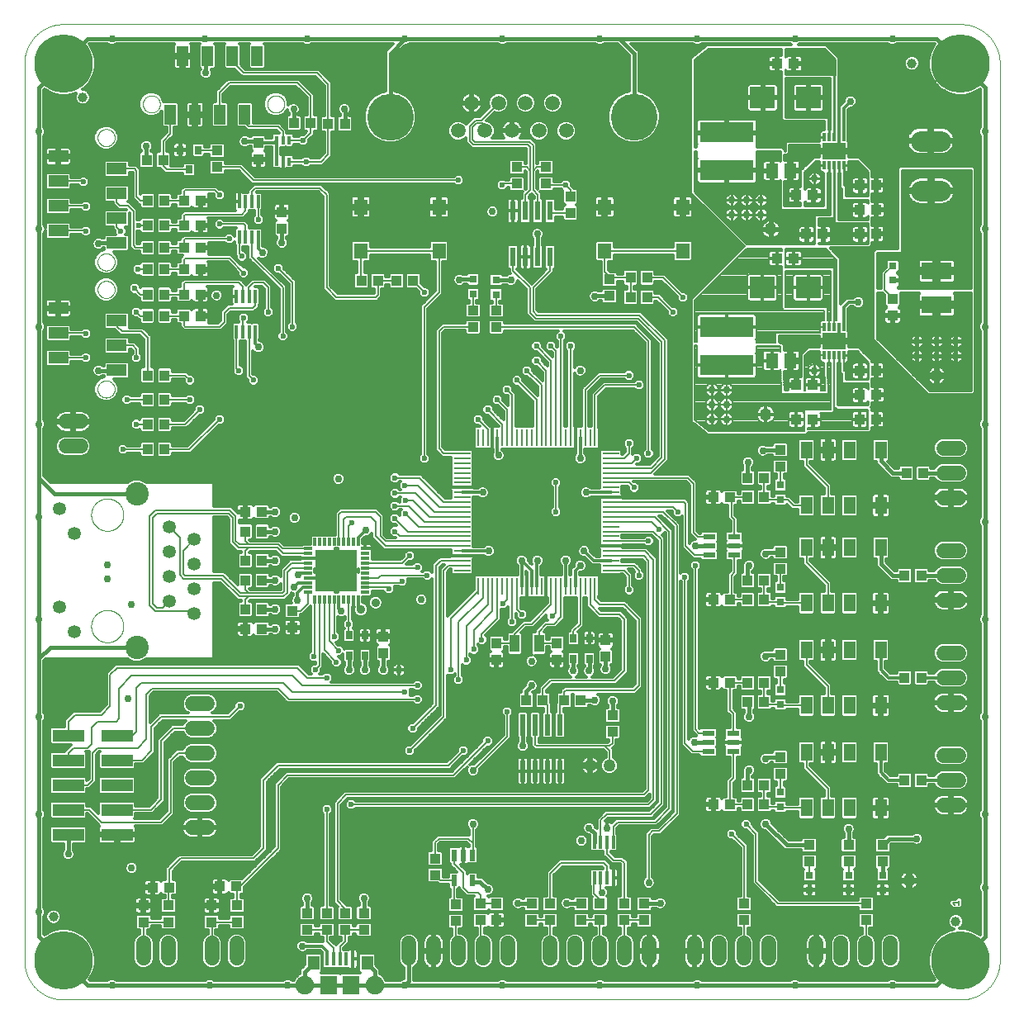
<source format=gtl>
G75*
%MOIN*%
%OFA0B0*%
%FSLAX25Y25*%
%IPPOS*%
%LPD*%
%AMOC8*
5,1,8,0,0,1.08239X$1,22.5*
%
%ADD10C,0.00000*%
%ADD11C,0.00600*%
%ADD12C,0.06000*%
%ADD13R,0.04331X0.03937*%
%ADD14R,0.04528X0.05709*%
%ADD15R,0.01575X0.05512*%
%ADD16R,0.06890X0.07480*%
%ADD17C,0.07480*%
%ADD18R,0.03150X0.03150*%
%ADD19R,0.03937X0.04331*%
%ADD20R,0.07900X0.04700*%
%ADD21R,0.04700X0.07900*%
%ADD22R,0.01400X0.05200*%
%ADD23R,0.01378X0.03346*%
%ADD24R,0.05000X0.02200*%
%ADD25C,0.08250*%
%ADD26R,0.12402X0.07008*%
%ADD27C,0.05000*%
%ADD28C,0.23622*%
%ADD29R,0.04724X0.07087*%
%ADD30C,0.03937*%
%ADD31C,0.05315*%
%ADD32C,0.09449*%
%ADD33R,0.01200X0.03200*%
%ADD34R,0.03200X0.01200*%
%ADD35R,0.16929X0.16929*%
%ADD36R,0.02559X0.03543*%
%ADD37R,0.02200X0.07800*%
%ADD38C,0.05906*%
%ADD39C,0.18898*%
%ADD40R,0.09400X0.06500*%
%ADD41R,0.09843X0.08661*%
%ADD42R,0.21654X0.08465*%
%ADD43R,0.05118X0.05906*%
%ADD44R,0.01100X0.06800*%
%ADD45R,0.06800X0.01100*%
%ADD46R,0.02200X0.08600*%
%ADD47R,0.03937X0.07087*%
%ADD48R,0.05512X0.06299*%
%ADD49R,0.12598X0.05000*%
%ADD50R,0.02165X0.04724*%
%ADD51R,0.03100X0.03500*%
%ADD52C,0.01200*%
%ADD53C,0.02953*%
%ADD54C,0.01000*%
%ADD55C,0.00700*%
%ADD56C,0.00591*%
%ADD57C,0.01600*%
%ADD58C,0.03543*%
%ADD59C,0.02362*%
D10*
X0068529Y0054209D02*
X0430734Y0054209D01*
X0431115Y0054214D01*
X0431495Y0054227D01*
X0431875Y0054250D01*
X0432254Y0054283D01*
X0432632Y0054324D01*
X0433009Y0054374D01*
X0433385Y0054434D01*
X0433760Y0054502D01*
X0434132Y0054580D01*
X0434503Y0054667D01*
X0434871Y0054762D01*
X0435237Y0054867D01*
X0435600Y0054980D01*
X0435961Y0055102D01*
X0436318Y0055232D01*
X0436672Y0055372D01*
X0437023Y0055519D01*
X0437370Y0055676D01*
X0437713Y0055840D01*
X0438052Y0056013D01*
X0438387Y0056194D01*
X0438718Y0056383D01*
X0439043Y0056580D01*
X0439364Y0056784D01*
X0439680Y0056997D01*
X0439990Y0057217D01*
X0440296Y0057444D01*
X0440595Y0057679D01*
X0440889Y0057921D01*
X0441177Y0058169D01*
X0441459Y0058425D01*
X0441734Y0058688D01*
X0442003Y0058957D01*
X0442266Y0059232D01*
X0442522Y0059514D01*
X0442770Y0059802D01*
X0443012Y0060096D01*
X0443247Y0060395D01*
X0443474Y0060701D01*
X0443694Y0061011D01*
X0443907Y0061327D01*
X0444111Y0061648D01*
X0444308Y0061973D01*
X0444497Y0062304D01*
X0444678Y0062639D01*
X0444851Y0062978D01*
X0445015Y0063321D01*
X0445172Y0063668D01*
X0445319Y0064019D01*
X0445459Y0064373D01*
X0445589Y0064730D01*
X0445711Y0065091D01*
X0445824Y0065454D01*
X0445929Y0065820D01*
X0446024Y0066188D01*
X0446111Y0066559D01*
X0446189Y0066931D01*
X0446257Y0067306D01*
X0446317Y0067682D01*
X0446367Y0068059D01*
X0446408Y0068437D01*
X0446441Y0068816D01*
X0446464Y0069196D01*
X0446477Y0069576D01*
X0446482Y0069957D01*
X0446482Y0432161D01*
X0446477Y0432542D01*
X0446464Y0432922D01*
X0446441Y0433302D01*
X0446408Y0433681D01*
X0446367Y0434059D01*
X0446317Y0434436D01*
X0446257Y0434812D01*
X0446189Y0435187D01*
X0446111Y0435559D01*
X0446024Y0435930D01*
X0445929Y0436298D01*
X0445824Y0436664D01*
X0445711Y0437027D01*
X0445589Y0437388D01*
X0445459Y0437745D01*
X0445319Y0438099D01*
X0445172Y0438450D01*
X0445015Y0438797D01*
X0444851Y0439140D01*
X0444678Y0439479D01*
X0444497Y0439814D01*
X0444308Y0440145D01*
X0444111Y0440470D01*
X0443907Y0440791D01*
X0443694Y0441107D01*
X0443474Y0441417D01*
X0443247Y0441723D01*
X0443012Y0442022D01*
X0442770Y0442316D01*
X0442522Y0442604D01*
X0442266Y0442886D01*
X0442003Y0443161D01*
X0441734Y0443430D01*
X0441459Y0443693D01*
X0441177Y0443949D01*
X0440889Y0444197D01*
X0440595Y0444439D01*
X0440296Y0444674D01*
X0439990Y0444901D01*
X0439680Y0445121D01*
X0439364Y0445334D01*
X0439043Y0445538D01*
X0438718Y0445735D01*
X0438387Y0445924D01*
X0438052Y0446105D01*
X0437713Y0446278D01*
X0437370Y0446442D01*
X0437023Y0446599D01*
X0436672Y0446746D01*
X0436318Y0446886D01*
X0435961Y0447016D01*
X0435600Y0447138D01*
X0435237Y0447251D01*
X0434871Y0447356D01*
X0434503Y0447451D01*
X0434132Y0447538D01*
X0433760Y0447616D01*
X0433385Y0447684D01*
X0433009Y0447744D01*
X0432632Y0447794D01*
X0432254Y0447835D01*
X0431875Y0447868D01*
X0431495Y0447891D01*
X0431115Y0447904D01*
X0430734Y0447909D01*
X0068529Y0447909D01*
X0068148Y0447904D01*
X0067768Y0447891D01*
X0067388Y0447868D01*
X0067009Y0447835D01*
X0066631Y0447794D01*
X0066254Y0447744D01*
X0065878Y0447684D01*
X0065503Y0447616D01*
X0065131Y0447538D01*
X0064760Y0447451D01*
X0064392Y0447356D01*
X0064026Y0447251D01*
X0063663Y0447138D01*
X0063302Y0447016D01*
X0062945Y0446886D01*
X0062591Y0446746D01*
X0062240Y0446599D01*
X0061893Y0446442D01*
X0061550Y0446278D01*
X0061211Y0446105D01*
X0060876Y0445924D01*
X0060545Y0445735D01*
X0060220Y0445538D01*
X0059899Y0445334D01*
X0059583Y0445121D01*
X0059273Y0444901D01*
X0058967Y0444674D01*
X0058668Y0444439D01*
X0058374Y0444197D01*
X0058086Y0443949D01*
X0057804Y0443693D01*
X0057529Y0443430D01*
X0057260Y0443161D01*
X0056997Y0442886D01*
X0056741Y0442604D01*
X0056493Y0442316D01*
X0056251Y0442022D01*
X0056016Y0441723D01*
X0055789Y0441417D01*
X0055569Y0441107D01*
X0055356Y0440791D01*
X0055152Y0440470D01*
X0054955Y0440145D01*
X0054766Y0439814D01*
X0054585Y0439479D01*
X0054412Y0439140D01*
X0054248Y0438797D01*
X0054091Y0438450D01*
X0053944Y0438099D01*
X0053804Y0437745D01*
X0053674Y0437388D01*
X0053552Y0437027D01*
X0053439Y0436664D01*
X0053334Y0436298D01*
X0053239Y0435930D01*
X0053152Y0435559D01*
X0053074Y0435187D01*
X0053006Y0434812D01*
X0052946Y0434436D01*
X0052896Y0434059D01*
X0052855Y0433681D01*
X0052822Y0433302D01*
X0052799Y0432922D01*
X0052786Y0432542D01*
X0052781Y0432161D01*
X0052781Y0069957D01*
X0052786Y0069576D01*
X0052799Y0069196D01*
X0052822Y0068816D01*
X0052855Y0068437D01*
X0052896Y0068059D01*
X0052946Y0067682D01*
X0053006Y0067306D01*
X0053074Y0066931D01*
X0053152Y0066559D01*
X0053239Y0066188D01*
X0053334Y0065820D01*
X0053439Y0065454D01*
X0053552Y0065091D01*
X0053674Y0064730D01*
X0053804Y0064373D01*
X0053944Y0064019D01*
X0054091Y0063668D01*
X0054248Y0063321D01*
X0054412Y0062978D01*
X0054585Y0062639D01*
X0054766Y0062304D01*
X0054955Y0061973D01*
X0055152Y0061648D01*
X0055356Y0061327D01*
X0055569Y0061011D01*
X0055789Y0060701D01*
X0056016Y0060395D01*
X0056251Y0060096D01*
X0056493Y0059802D01*
X0056741Y0059514D01*
X0056997Y0059232D01*
X0057260Y0058957D01*
X0057529Y0058688D01*
X0057804Y0058425D01*
X0058086Y0058169D01*
X0058374Y0057921D01*
X0058668Y0057679D01*
X0058967Y0057444D01*
X0059273Y0057217D01*
X0059583Y0056997D01*
X0059899Y0056784D01*
X0060220Y0056580D01*
X0060545Y0056383D01*
X0060876Y0056194D01*
X0061211Y0056013D01*
X0061550Y0055840D01*
X0061893Y0055676D01*
X0062240Y0055519D01*
X0062591Y0055372D01*
X0062945Y0055232D01*
X0063302Y0055102D01*
X0063663Y0054980D01*
X0064026Y0054867D01*
X0064392Y0054762D01*
X0064760Y0054667D01*
X0065131Y0054580D01*
X0065503Y0054502D01*
X0065878Y0054434D01*
X0066254Y0054374D01*
X0066631Y0054324D01*
X0067009Y0054283D01*
X0067388Y0054250D01*
X0067768Y0054227D01*
X0068148Y0054214D01*
X0068529Y0054209D01*
X0079746Y0204940D02*
X0079748Y0205101D01*
X0079754Y0205261D01*
X0079764Y0205422D01*
X0079778Y0205582D01*
X0079796Y0205741D01*
X0079817Y0205901D01*
X0079843Y0206059D01*
X0079873Y0206217D01*
X0079906Y0206374D01*
X0079944Y0206531D01*
X0079985Y0206686D01*
X0080030Y0206840D01*
X0080079Y0206993D01*
X0080132Y0207145D01*
X0080188Y0207295D01*
X0080248Y0207444D01*
X0080312Y0207592D01*
X0080379Y0207738D01*
X0080450Y0207882D01*
X0080525Y0208024D01*
X0080603Y0208165D01*
X0080684Y0208303D01*
X0080769Y0208440D01*
X0080858Y0208574D01*
X0080949Y0208706D01*
X0081044Y0208836D01*
X0081142Y0208963D01*
X0081243Y0209088D01*
X0081347Y0209211D01*
X0081454Y0209330D01*
X0081564Y0209447D01*
X0081677Y0209562D01*
X0081793Y0209673D01*
X0081911Y0209782D01*
X0082032Y0209887D01*
X0082156Y0209990D01*
X0082282Y0210090D01*
X0082411Y0210186D01*
X0082542Y0210279D01*
X0082675Y0210369D01*
X0082810Y0210456D01*
X0082948Y0210539D01*
X0083087Y0210618D01*
X0083229Y0210695D01*
X0083372Y0210768D01*
X0083517Y0210837D01*
X0083664Y0210902D01*
X0083812Y0210964D01*
X0083962Y0211023D01*
X0084113Y0211077D01*
X0084265Y0211128D01*
X0084419Y0211175D01*
X0084574Y0211218D01*
X0084729Y0211257D01*
X0084886Y0211293D01*
X0085044Y0211325D01*
X0085202Y0211352D01*
X0085361Y0211376D01*
X0085520Y0211396D01*
X0085680Y0211412D01*
X0085841Y0211424D01*
X0086001Y0211432D01*
X0086162Y0211436D01*
X0086322Y0211436D01*
X0086483Y0211432D01*
X0086643Y0211424D01*
X0086804Y0211412D01*
X0086964Y0211396D01*
X0087123Y0211376D01*
X0087282Y0211352D01*
X0087440Y0211325D01*
X0087598Y0211293D01*
X0087755Y0211257D01*
X0087910Y0211218D01*
X0088065Y0211175D01*
X0088219Y0211128D01*
X0088371Y0211077D01*
X0088522Y0211023D01*
X0088672Y0210964D01*
X0088820Y0210902D01*
X0088967Y0210837D01*
X0089112Y0210768D01*
X0089255Y0210695D01*
X0089397Y0210618D01*
X0089536Y0210539D01*
X0089674Y0210456D01*
X0089809Y0210369D01*
X0089942Y0210279D01*
X0090073Y0210186D01*
X0090202Y0210090D01*
X0090328Y0209990D01*
X0090452Y0209887D01*
X0090573Y0209782D01*
X0090691Y0209673D01*
X0090807Y0209562D01*
X0090920Y0209447D01*
X0091030Y0209330D01*
X0091137Y0209211D01*
X0091241Y0209088D01*
X0091342Y0208963D01*
X0091440Y0208836D01*
X0091535Y0208706D01*
X0091626Y0208574D01*
X0091715Y0208440D01*
X0091800Y0208303D01*
X0091881Y0208165D01*
X0091959Y0208024D01*
X0092034Y0207882D01*
X0092105Y0207738D01*
X0092172Y0207592D01*
X0092236Y0207444D01*
X0092296Y0207295D01*
X0092352Y0207145D01*
X0092405Y0206993D01*
X0092454Y0206840D01*
X0092499Y0206686D01*
X0092540Y0206531D01*
X0092578Y0206374D01*
X0092611Y0206217D01*
X0092641Y0206059D01*
X0092667Y0205901D01*
X0092688Y0205741D01*
X0092706Y0205582D01*
X0092720Y0205422D01*
X0092730Y0205261D01*
X0092736Y0205101D01*
X0092738Y0204940D01*
X0092736Y0204779D01*
X0092730Y0204619D01*
X0092720Y0204458D01*
X0092706Y0204298D01*
X0092688Y0204139D01*
X0092667Y0203979D01*
X0092641Y0203821D01*
X0092611Y0203663D01*
X0092578Y0203506D01*
X0092540Y0203349D01*
X0092499Y0203194D01*
X0092454Y0203040D01*
X0092405Y0202887D01*
X0092352Y0202735D01*
X0092296Y0202585D01*
X0092236Y0202436D01*
X0092172Y0202288D01*
X0092105Y0202142D01*
X0092034Y0201998D01*
X0091959Y0201856D01*
X0091881Y0201715D01*
X0091800Y0201577D01*
X0091715Y0201440D01*
X0091626Y0201306D01*
X0091535Y0201174D01*
X0091440Y0201044D01*
X0091342Y0200917D01*
X0091241Y0200792D01*
X0091137Y0200669D01*
X0091030Y0200550D01*
X0090920Y0200433D01*
X0090807Y0200318D01*
X0090691Y0200207D01*
X0090573Y0200098D01*
X0090452Y0199993D01*
X0090328Y0199890D01*
X0090202Y0199790D01*
X0090073Y0199694D01*
X0089942Y0199601D01*
X0089809Y0199511D01*
X0089674Y0199424D01*
X0089536Y0199341D01*
X0089397Y0199262D01*
X0089255Y0199185D01*
X0089112Y0199112D01*
X0088967Y0199043D01*
X0088820Y0198978D01*
X0088672Y0198916D01*
X0088522Y0198857D01*
X0088371Y0198803D01*
X0088219Y0198752D01*
X0088065Y0198705D01*
X0087910Y0198662D01*
X0087755Y0198623D01*
X0087598Y0198587D01*
X0087440Y0198555D01*
X0087282Y0198528D01*
X0087123Y0198504D01*
X0086964Y0198484D01*
X0086804Y0198468D01*
X0086643Y0198456D01*
X0086483Y0198448D01*
X0086322Y0198444D01*
X0086162Y0198444D01*
X0086001Y0198448D01*
X0085841Y0198456D01*
X0085680Y0198468D01*
X0085520Y0198484D01*
X0085361Y0198504D01*
X0085202Y0198528D01*
X0085044Y0198555D01*
X0084886Y0198587D01*
X0084729Y0198623D01*
X0084574Y0198662D01*
X0084419Y0198705D01*
X0084265Y0198752D01*
X0084113Y0198803D01*
X0083962Y0198857D01*
X0083812Y0198916D01*
X0083664Y0198978D01*
X0083517Y0199043D01*
X0083372Y0199112D01*
X0083229Y0199185D01*
X0083087Y0199262D01*
X0082948Y0199341D01*
X0082810Y0199424D01*
X0082675Y0199511D01*
X0082542Y0199601D01*
X0082411Y0199694D01*
X0082282Y0199790D01*
X0082156Y0199890D01*
X0082032Y0199993D01*
X0081911Y0200098D01*
X0081793Y0200207D01*
X0081677Y0200318D01*
X0081564Y0200433D01*
X0081454Y0200550D01*
X0081347Y0200669D01*
X0081243Y0200792D01*
X0081142Y0200917D01*
X0081044Y0201044D01*
X0080949Y0201174D01*
X0080858Y0201306D01*
X0080769Y0201440D01*
X0080684Y0201577D01*
X0080603Y0201715D01*
X0080525Y0201856D01*
X0080450Y0201998D01*
X0080379Y0202142D01*
X0080312Y0202288D01*
X0080248Y0202436D01*
X0080188Y0202585D01*
X0080132Y0202735D01*
X0080079Y0202887D01*
X0080030Y0203040D01*
X0079985Y0203194D01*
X0079944Y0203349D01*
X0079906Y0203506D01*
X0079873Y0203663D01*
X0079843Y0203821D01*
X0079817Y0203979D01*
X0079796Y0204139D01*
X0079778Y0204298D01*
X0079764Y0204458D01*
X0079754Y0204619D01*
X0079748Y0204779D01*
X0079746Y0204940D01*
X0079746Y0249940D02*
X0079748Y0250101D01*
X0079754Y0250261D01*
X0079764Y0250422D01*
X0079778Y0250582D01*
X0079796Y0250741D01*
X0079817Y0250901D01*
X0079843Y0251059D01*
X0079873Y0251217D01*
X0079906Y0251374D01*
X0079944Y0251531D01*
X0079985Y0251686D01*
X0080030Y0251840D01*
X0080079Y0251993D01*
X0080132Y0252145D01*
X0080188Y0252295D01*
X0080248Y0252444D01*
X0080312Y0252592D01*
X0080379Y0252738D01*
X0080450Y0252882D01*
X0080525Y0253024D01*
X0080603Y0253165D01*
X0080684Y0253303D01*
X0080769Y0253440D01*
X0080858Y0253574D01*
X0080949Y0253706D01*
X0081044Y0253836D01*
X0081142Y0253963D01*
X0081243Y0254088D01*
X0081347Y0254211D01*
X0081454Y0254330D01*
X0081564Y0254447D01*
X0081677Y0254562D01*
X0081793Y0254673D01*
X0081911Y0254782D01*
X0082032Y0254887D01*
X0082156Y0254990D01*
X0082282Y0255090D01*
X0082411Y0255186D01*
X0082542Y0255279D01*
X0082675Y0255369D01*
X0082810Y0255456D01*
X0082948Y0255539D01*
X0083087Y0255618D01*
X0083229Y0255695D01*
X0083372Y0255768D01*
X0083517Y0255837D01*
X0083664Y0255902D01*
X0083812Y0255964D01*
X0083962Y0256023D01*
X0084113Y0256077D01*
X0084265Y0256128D01*
X0084419Y0256175D01*
X0084574Y0256218D01*
X0084729Y0256257D01*
X0084886Y0256293D01*
X0085044Y0256325D01*
X0085202Y0256352D01*
X0085361Y0256376D01*
X0085520Y0256396D01*
X0085680Y0256412D01*
X0085841Y0256424D01*
X0086001Y0256432D01*
X0086162Y0256436D01*
X0086322Y0256436D01*
X0086483Y0256432D01*
X0086643Y0256424D01*
X0086804Y0256412D01*
X0086964Y0256396D01*
X0087123Y0256376D01*
X0087282Y0256352D01*
X0087440Y0256325D01*
X0087598Y0256293D01*
X0087755Y0256257D01*
X0087910Y0256218D01*
X0088065Y0256175D01*
X0088219Y0256128D01*
X0088371Y0256077D01*
X0088522Y0256023D01*
X0088672Y0255964D01*
X0088820Y0255902D01*
X0088967Y0255837D01*
X0089112Y0255768D01*
X0089255Y0255695D01*
X0089397Y0255618D01*
X0089536Y0255539D01*
X0089674Y0255456D01*
X0089809Y0255369D01*
X0089942Y0255279D01*
X0090073Y0255186D01*
X0090202Y0255090D01*
X0090328Y0254990D01*
X0090452Y0254887D01*
X0090573Y0254782D01*
X0090691Y0254673D01*
X0090807Y0254562D01*
X0090920Y0254447D01*
X0091030Y0254330D01*
X0091137Y0254211D01*
X0091241Y0254088D01*
X0091342Y0253963D01*
X0091440Y0253836D01*
X0091535Y0253706D01*
X0091626Y0253574D01*
X0091715Y0253440D01*
X0091800Y0253303D01*
X0091881Y0253165D01*
X0091959Y0253024D01*
X0092034Y0252882D01*
X0092105Y0252738D01*
X0092172Y0252592D01*
X0092236Y0252444D01*
X0092296Y0252295D01*
X0092352Y0252145D01*
X0092405Y0251993D01*
X0092454Y0251840D01*
X0092499Y0251686D01*
X0092540Y0251531D01*
X0092578Y0251374D01*
X0092611Y0251217D01*
X0092641Y0251059D01*
X0092667Y0250901D01*
X0092688Y0250741D01*
X0092706Y0250582D01*
X0092720Y0250422D01*
X0092730Y0250261D01*
X0092736Y0250101D01*
X0092738Y0249940D01*
X0092736Y0249779D01*
X0092730Y0249619D01*
X0092720Y0249458D01*
X0092706Y0249298D01*
X0092688Y0249139D01*
X0092667Y0248979D01*
X0092641Y0248821D01*
X0092611Y0248663D01*
X0092578Y0248506D01*
X0092540Y0248349D01*
X0092499Y0248194D01*
X0092454Y0248040D01*
X0092405Y0247887D01*
X0092352Y0247735D01*
X0092296Y0247585D01*
X0092236Y0247436D01*
X0092172Y0247288D01*
X0092105Y0247142D01*
X0092034Y0246998D01*
X0091959Y0246856D01*
X0091881Y0246715D01*
X0091800Y0246577D01*
X0091715Y0246440D01*
X0091626Y0246306D01*
X0091535Y0246174D01*
X0091440Y0246044D01*
X0091342Y0245917D01*
X0091241Y0245792D01*
X0091137Y0245669D01*
X0091030Y0245550D01*
X0090920Y0245433D01*
X0090807Y0245318D01*
X0090691Y0245207D01*
X0090573Y0245098D01*
X0090452Y0244993D01*
X0090328Y0244890D01*
X0090202Y0244790D01*
X0090073Y0244694D01*
X0089942Y0244601D01*
X0089809Y0244511D01*
X0089674Y0244424D01*
X0089536Y0244341D01*
X0089397Y0244262D01*
X0089255Y0244185D01*
X0089112Y0244112D01*
X0088967Y0244043D01*
X0088820Y0243978D01*
X0088672Y0243916D01*
X0088522Y0243857D01*
X0088371Y0243803D01*
X0088219Y0243752D01*
X0088065Y0243705D01*
X0087910Y0243662D01*
X0087755Y0243623D01*
X0087598Y0243587D01*
X0087440Y0243555D01*
X0087282Y0243528D01*
X0087123Y0243504D01*
X0086964Y0243484D01*
X0086804Y0243468D01*
X0086643Y0243456D01*
X0086483Y0243448D01*
X0086322Y0243444D01*
X0086162Y0243444D01*
X0086001Y0243448D01*
X0085841Y0243456D01*
X0085680Y0243468D01*
X0085520Y0243484D01*
X0085361Y0243504D01*
X0085202Y0243528D01*
X0085044Y0243555D01*
X0084886Y0243587D01*
X0084729Y0243623D01*
X0084574Y0243662D01*
X0084419Y0243705D01*
X0084265Y0243752D01*
X0084113Y0243803D01*
X0083962Y0243857D01*
X0083812Y0243916D01*
X0083664Y0243978D01*
X0083517Y0244043D01*
X0083372Y0244112D01*
X0083229Y0244185D01*
X0083087Y0244262D01*
X0082948Y0244341D01*
X0082810Y0244424D01*
X0082675Y0244511D01*
X0082542Y0244601D01*
X0082411Y0244694D01*
X0082282Y0244790D01*
X0082156Y0244890D01*
X0082032Y0244993D01*
X0081911Y0245098D01*
X0081793Y0245207D01*
X0081677Y0245318D01*
X0081564Y0245433D01*
X0081454Y0245550D01*
X0081347Y0245669D01*
X0081243Y0245792D01*
X0081142Y0245917D01*
X0081044Y0246044D01*
X0080949Y0246174D01*
X0080858Y0246306D01*
X0080769Y0246440D01*
X0080684Y0246577D01*
X0080603Y0246715D01*
X0080525Y0246856D01*
X0080450Y0246998D01*
X0080379Y0247142D01*
X0080312Y0247288D01*
X0080248Y0247436D01*
X0080188Y0247585D01*
X0080132Y0247735D01*
X0080079Y0247887D01*
X0080030Y0248040D01*
X0079985Y0248194D01*
X0079944Y0248349D01*
X0079906Y0248506D01*
X0079873Y0248663D01*
X0079843Y0248821D01*
X0079817Y0248979D01*
X0079796Y0249139D01*
X0079778Y0249298D01*
X0079764Y0249458D01*
X0079754Y0249619D01*
X0079748Y0249779D01*
X0079746Y0249940D01*
X0082334Y0300644D02*
X0082336Y0300761D01*
X0082342Y0300878D01*
X0082352Y0300995D01*
X0082366Y0301111D01*
X0082384Y0301227D01*
X0082405Y0301342D01*
X0082431Y0301457D01*
X0082461Y0301570D01*
X0082494Y0301682D01*
X0082531Y0301793D01*
X0082572Y0301903D01*
X0082617Y0302011D01*
X0082665Y0302118D01*
X0082717Y0302223D01*
X0082772Y0302327D01*
X0082831Y0302428D01*
X0082893Y0302527D01*
X0082959Y0302624D01*
X0083028Y0302719D01*
X0083100Y0302811D01*
X0083175Y0302901D01*
X0083253Y0302989D01*
X0083334Y0303073D01*
X0083418Y0303155D01*
X0083505Y0303234D01*
X0083594Y0303310D01*
X0083686Y0303383D01*
X0083780Y0303452D01*
X0083876Y0303519D01*
X0083975Y0303582D01*
X0084076Y0303642D01*
X0084179Y0303698D01*
X0084283Y0303751D01*
X0084390Y0303800D01*
X0084498Y0303845D01*
X0084607Y0303887D01*
X0084718Y0303925D01*
X0084830Y0303959D01*
X0084943Y0303990D01*
X0085057Y0304017D01*
X0085172Y0304039D01*
X0085288Y0304058D01*
X0085404Y0304073D01*
X0085521Y0304084D01*
X0085638Y0304091D01*
X0085755Y0304094D01*
X0085872Y0304093D01*
X0085989Y0304088D01*
X0086106Y0304079D01*
X0086222Y0304066D01*
X0086338Y0304049D01*
X0086453Y0304028D01*
X0086568Y0304004D01*
X0086682Y0303975D01*
X0086794Y0303943D01*
X0086906Y0303907D01*
X0087016Y0303867D01*
X0087125Y0303823D01*
X0087232Y0303776D01*
X0087337Y0303725D01*
X0087441Y0303670D01*
X0087543Y0303612D01*
X0087642Y0303551D01*
X0087740Y0303486D01*
X0087835Y0303418D01*
X0087928Y0303347D01*
X0088019Y0303272D01*
X0088107Y0303195D01*
X0088192Y0303114D01*
X0088275Y0303031D01*
X0088354Y0302945D01*
X0088431Y0302857D01*
X0088505Y0302765D01*
X0088575Y0302672D01*
X0088642Y0302576D01*
X0088706Y0302478D01*
X0088767Y0302377D01*
X0088824Y0302275D01*
X0088878Y0302171D01*
X0088928Y0302065D01*
X0088974Y0301957D01*
X0089017Y0301848D01*
X0089056Y0301738D01*
X0089091Y0301626D01*
X0089123Y0301513D01*
X0089150Y0301399D01*
X0089174Y0301285D01*
X0089194Y0301169D01*
X0089210Y0301053D01*
X0089222Y0300937D01*
X0089230Y0300820D01*
X0089234Y0300703D01*
X0089234Y0300585D01*
X0089230Y0300468D01*
X0089222Y0300351D01*
X0089210Y0300235D01*
X0089194Y0300119D01*
X0089174Y0300003D01*
X0089150Y0299889D01*
X0089123Y0299775D01*
X0089091Y0299662D01*
X0089056Y0299550D01*
X0089017Y0299440D01*
X0088974Y0299331D01*
X0088928Y0299223D01*
X0088878Y0299117D01*
X0088824Y0299013D01*
X0088767Y0298911D01*
X0088706Y0298810D01*
X0088642Y0298712D01*
X0088575Y0298616D01*
X0088505Y0298523D01*
X0088431Y0298431D01*
X0088354Y0298343D01*
X0088275Y0298257D01*
X0088192Y0298174D01*
X0088107Y0298093D01*
X0088019Y0298016D01*
X0087928Y0297941D01*
X0087835Y0297870D01*
X0087740Y0297802D01*
X0087642Y0297737D01*
X0087543Y0297676D01*
X0087441Y0297618D01*
X0087337Y0297563D01*
X0087232Y0297512D01*
X0087125Y0297465D01*
X0087016Y0297421D01*
X0086906Y0297381D01*
X0086794Y0297345D01*
X0086682Y0297313D01*
X0086568Y0297284D01*
X0086453Y0297260D01*
X0086338Y0297239D01*
X0086222Y0297222D01*
X0086106Y0297209D01*
X0085989Y0297200D01*
X0085872Y0297195D01*
X0085755Y0297194D01*
X0085638Y0297197D01*
X0085521Y0297204D01*
X0085404Y0297215D01*
X0085288Y0297230D01*
X0085172Y0297249D01*
X0085057Y0297271D01*
X0084943Y0297298D01*
X0084830Y0297329D01*
X0084718Y0297363D01*
X0084607Y0297401D01*
X0084498Y0297443D01*
X0084390Y0297488D01*
X0084283Y0297537D01*
X0084179Y0297590D01*
X0084076Y0297646D01*
X0083975Y0297706D01*
X0083876Y0297769D01*
X0083780Y0297836D01*
X0083686Y0297905D01*
X0083594Y0297978D01*
X0083505Y0298054D01*
X0083418Y0298133D01*
X0083334Y0298215D01*
X0083253Y0298299D01*
X0083175Y0298387D01*
X0083100Y0298477D01*
X0083028Y0298569D01*
X0082959Y0298664D01*
X0082893Y0298761D01*
X0082831Y0298860D01*
X0082772Y0298961D01*
X0082717Y0299065D01*
X0082665Y0299170D01*
X0082617Y0299277D01*
X0082572Y0299385D01*
X0082531Y0299495D01*
X0082494Y0299606D01*
X0082461Y0299718D01*
X0082431Y0299831D01*
X0082405Y0299946D01*
X0082384Y0300061D01*
X0082366Y0300177D01*
X0082352Y0300293D01*
X0082342Y0300410D01*
X0082336Y0300527D01*
X0082334Y0300644D01*
X0082334Y0340844D02*
X0082336Y0340961D01*
X0082342Y0341078D01*
X0082352Y0341195D01*
X0082366Y0341311D01*
X0082384Y0341427D01*
X0082405Y0341542D01*
X0082431Y0341657D01*
X0082461Y0341770D01*
X0082494Y0341882D01*
X0082531Y0341993D01*
X0082572Y0342103D01*
X0082617Y0342211D01*
X0082665Y0342318D01*
X0082717Y0342423D01*
X0082772Y0342527D01*
X0082831Y0342628D01*
X0082893Y0342727D01*
X0082959Y0342824D01*
X0083028Y0342919D01*
X0083100Y0343011D01*
X0083175Y0343101D01*
X0083253Y0343189D01*
X0083334Y0343273D01*
X0083418Y0343355D01*
X0083505Y0343434D01*
X0083594Y0343510D01*
X0083686Y0343583D01*
X0083780Y0343652D01*
X0083876Y0343719D01*
X0083975Y0343782D01*
X0084076Y0343842D01*
X0084179Y0343898D01*
X0084283Y0343951D01*
X0084390Y0344000D01*
X0084498Y0344045D01*
X0084607Y0344087D01*
X0084718Y0344125D01*
X0084830Y0344159D01*
X0084943Y0344190D01*
X0085057Y0344217D01*
X0085172Y0344239D01*
X0085288Y0344258D01*
X0085404Y0344273D01*
X0085521Y0344284D01*
X0085638Y0344291D01*
X0085755Y0344294D01*
X0085872Y0344293D01*
X0085989Y0344288D01*
X0086106Y0344279D01*
X0086222Y0344266D01*
X0086338Y0344249D01*
X0086453Y0344228D01*
X0086568Y0344204D01*
X0086682Y0344175D01*
X0086794Y0344143D01*
X0086906Y0344107D01*
X0087016Y0344067D01*
X0087125Y0344023D01*
X0087232Y0343976D01*
X0087337Y0343925D01*
X0087441Y0343870D01*
X0087543Y0343812D01*
X0087642Y0343751D01*
X0087740Y0343686D01*
X0087835Y0343618D01*
X0087928Y0343547D01*
X0088019Y0343472D01*
X0088107Y0343395D01*
X0088192Y0343314D01*
X0088275Y0343231D01*
X0088354Y0343145D01*
X0088431Y0343057D01*
X0088505Y0342965D01*
X0088575Y0342872D01*
X0088642Y0342776D01*
X0088706Y0342678D01*
X0088767Y0342577D01*
X0088824Y0342475D01*
X0088878Y0342371D01*
X0088928Y0342265D01*
X0088974Y0342157D01*
X0089017Y0342048D01*
X0089056Y0341938D01*
X0089091Y0341826D01*
X0089123Y0341713D01*
X0089150Y0341599D01*
X0089174Y0341485D01*
X0089194Y0341369D01*
X0089210Y0341253D01*
X0089222Y0341137D01*
X0089230Y0341020D01*
X0089234Y0340903D01*
X0089234Y0340785D01*
X0089230Y0340668D01*
X0089222Y0340551D01*
X0089210Y0340435D01*
X0089194Y0340319D01*
X0089174Y0340203D01*
X0089150Y0340089D01*
X0089123Y0339975D01*
X0089091Y0339862D01*
X0089056Y0339750D01*
X0089017Y0339640D01*
X0088974Y0339531D01*
X0088928Y0339423D01*
X0088878Y0339317D01*
X0088824Y0339213D01*
X0088767Y0339111D01*
X0088706Y0339010D01*
X0088642Y0338912D01*
X0088575Y0338816D01*
X0088505Y0338723D01*
X0088431Y0338631D01*
X0088354Y0338543D01*
X0088275Y0338457D01*
X0088192Y0338374D01*
X0088107Y0338293D01*
X0088019Y0338216D01*
X0087928Y0338141D01*
X0087835Y0338070D01*
X0087740Y0338002D01*
X0087642Y0337937D01*
X0087543Y0337876D01*
X0087441Y0337818D01*
X0087337Y0337763D01*
X0087232Y0337712D01*
X0087125Y0337665D01*
X0087016Y0337621D01*
X0086906Y0337581D01*
X0086794Y0337545D01*
X0086682Y0337513D01*
X0086568Y0337484D01*
X0086453Y0337460D01*
X0086338Y0337439D01*
X0086222Y0337422D01*
X0086106Y0337409D01*
X0085989Y0337400D01*
X0085872Y0337395D01*
X0085755Y0337394D01*
X0085638Y0337397D01*
X0085521Y0337404D01*
X0085404Y0337415D01*
X0085288Y0337430D01*
X0085172Y0337449D01*
X0085057Y0337471D01*
X0084943Y0337498D01*
X0084830Y0337529D01*
X0084718Y0337563D01*
X0084607Y0337601D01*
X0084498Y0337643D01*
X0084390Y0337688D01*
X0084283Y0337737D01*
X0084179Y0337790D01*
X0084076Y0337846D01*
X0083975Y0337906D01*
X0083876Y0337969D01*
X0083780Y0338036D01*
X0083686Y0338105D01*
X0083594Y0338178D01*
X0083505Y0338254D01*
X0083418Y0338333D01*
X0083334Y0338415D01*
X0083253Y0338499D01*
X0083175Y0338587D01*
X0083100Y0338677D01*
X0083028Y0338769D01*
X0082959Y0338864D01*
X0082893Y0338961D01*
X0082831Y0339060D01*
X0082772Y0339161D01*
X0082717Y0339265D01*
X0082665Y0339370D01*
X0082617Y0339477D01*
X0082572Y0339585D01*
X0082531Y0339695D01*
X0082494Y0339806D01*
X0082461Y0339918D01*
X0082431Y0340031D01*
X0082405Y0340146D01*
X0082384Y0340261D01*
X0082366Y0340377D01*
X0082352Y0340493D01*
X0082342Y0340610D01*
X0082336Y0340727D01*
X0082334Y0340844D01*
X0082334Y0351943D02*
X0082336Y0352060D01*
X0082342Y0352177D01*
X0082352Y0352294D01*
X0082366Y0352410D01*
X0082384Y0352526D01*
X0082405Y0352641D01*
X0082431Y0352756D01*
X0082461Y0352869D01*
X0082494Y0352981D01*
X0082531Y0353092D01*
X0082572Y0353202D01*
X0082617Y0353310D01*
X0082665Y0353417D01*
X0082717Y0353522D01*
X0082772Y0353626D01*
X0082831Y0353727D01*
X0082893Y0353826D01*
X0082959Y0353923D01*
X0083028Y0354018D01*
X0083100Y0354110D01*
X0083175Y0354200D01*
X0083253Y0354288D01*
X0083334Y0354372D01*
X0083418Y0354454D01*
X0083505Y0354533D01*
X0083594Y0354609D01*
X0083686Y0354682D01*
X0083780Y0354751D01*
X0083876Y0354818D01*
X0083975Y0354881D01*
X0084076Y0354941D01*
X0084179Y0354997D01*
X0084283Y0355050D01*
X0084390Y0355099D01*
X0084498Y0355144D01*
X0084607Y0355186D01*
X0084718Y0355224D01*
X0084830Y0355258D01*
X0084943Y0355289D01*
X0085057Y0355316D01*
X0085172Y0355338D01*
X0085288Y0355357D01*
X0085404Y0355372D01*
X0085521Y0355383D01*
X0085638Y0355390D01*
X0085755Y0355393D01*
X0085872Y0355392D01*
X0085989Y0355387D01*
X0086106Y0355378D01*
X0086222Y0355365D01*
X0086338Y0355348D01*
X0086453Y0355327D01*
X0086568Y0355303D01*
X0086682Y0355274D01*
X0086794Y0355242D01*
X0086906Y0355206D01*
X0087016Y0355166D01*
X0087125Y0355122D01*
X0087232Y0355075D01*
X0087337Y0355024D01*
X0087441Y0354969D01*
X0087543Y0354911D01*
X0087642Y0354850D01*
X0087740Y0354785D01*
X0087835Y0354717D01*
X0087928Y0354646D01*
X0088019Y0354571D01*
X0088107Y0354494D01*
X0088192Y0354413D01*
X0088275Y0354330D01*
X0088354Y0354244D01*
X0088431Y0354156D01*
X0088505Y0354064D01*
X0088575Y0353971D01*
X0088642Y0353875D01*
X0088706Y0353777D01*
X0088767Y0353676D01*
X0088824Y0353574D01*
X0088878Y0353470D01*
X0088928Y0353364D01*
X0088974Y0353256D01*
X0089017Y0353147D01*
X0089056Y0353037D01*
X0089091Y0352925D01*
X0089123Y0352812D01*
X0089150Y0352698D01*
X0089174Y0352584D01*
X0089194Y0352468D01*
X0089210Y0352352D01*
X0089222Y0352236D01*
X0089230Y0352119D01*
X0089234Y0352002D01*
X0089234Y0351884D01*
X0089230Y0351767D01*
X0089222Y0351650D01*
X0089210Y0351534D01*
X0089194Y0351418D01*
X0089174Y0351302D01*
X0089150Y0351188D01*
X0089123Y0351074D01*
X0089091Y0350961D01*
X0089056Y0350849D01*
X0089017Y0350739D01*
X0088974Y0350630D01*
X0088928Y0350522D01*
X0088878Y0350416D01*
X0088824Y0350312D01*
X0088767Y0350210D01*
X0088706Y0350109D01*
X0088642Y0350011D01*
X0088575Y0349915D01*
X0088505Y0349822D01*
X0088431Y0349730D01*
X0088354Y0349642D01*
X0088275Y0349556D01*
X0088192Y0349473D01*
X0088107Y0349392D01*
X0088019Y0349315D01*
X0087928Y0349240D01*
X0087835Y0349169D01*
X0087740Y0349101D01*
X0087642Y0349036D01*
X0087543Y0348975D01*
X0087441Y0348917D01*
X0087337Y0348862D01*
X0087232Y0348811D01*
X0087125Y0348764D01*
X0087016Y0348720D01*
X0086906Y0348680D01*
X0086794Y0348644D01*
X0086682Y0348612D01*
X0086568Y0348583D01*
X0086453Y0348559D01*
X0086338Y0348538D01*
X0086222Y0348521D01*
X0086106Y0348508D01*
X0085989Y0348499D01*
X0085872Y0348494D01*
X0085755Y0348493D01*
X0085638Y0348496D01*
X0085521Y0348503D01*
X0085404Y0348514D01*
X0085288Y0348529D01*
X0085172Y0348548D01*
X0085057Y0348570D01*
X0084943Y0348597D01*
X0084830Y0348628D01*
X0084718Y0348662D01*
X0084607Y0348700D01*
X0084498Y0348742D01*
X0084390Y0348787D01*
X0084283Y0348836D01*
X0084179Y0348889D01*
X0084076Y0348945D01*
X0083975Y0349005D01*
X0083876Y0349068D01*
X0083780Y0349135D01*
X0083686Y0349204D01*
X0083594Y0349277D01*
X0083505Y0349353D01*
X0083418Y0349432D01*
X0083334Y0349514D01*
X0083253Y0349598D01*
X0083175Y0349686D01*
X0083100Y0349776D01*
X0083028Y0349868D01*
X0082959Y0349963D01*
X0082893Y0350060D01*
X0082831Y0350159D01*
X0082772Y0350260D01*
X0082717Y0350364D01*
X0082665Y0350469D01*
X0082617Y0350576D01*
X0082572Y0350684D01*
X0082531Y0350794D01*
X0082494Y0350905D01*
X0082461Y0351017D01*
X0082431Y0351130D01*
X0082405Y0351245D01*
X0082384Y0351360D01*
X0082366Y0351476D01*
X0082352Y0351592D01*
X0082342Y0351709D01*
X0082336Y0351826D01*
X0082334Y0351943D01*
X0082334Y0402143D02*
X0082336Y0402260D01*
X0082342Y0402377D01*
X0082352Y0402494D01*
X0082366Y0402610D01*
X0082384Y0402726D01*
X0082405Y0402841D01*
X0082431Y0402956D01*
X0082461Y0403069D01*
X0082494Y0403181D01*
X0082531Y0403292D01*
X0082572Y0403402D01*
X0082617Y0403510D01*
X0082665Y0403617D01*
X0082717Y0403722D01*
X0082772Y0403826D01*
X0082831Y0403927D01*
X0082893Y0404026D01*
X0082959Y0404123D01*
X0083028Y0404218D01*
X0083100Y0404310D01*
X0083175Y0404400D01*
X0083253Y0404488D01*
X0083334Y0404572D01*
X0083418Y0404654D01*
X0083505Y0404733D01*
X0083594Y0404809D01*
X0083686Y0404882D01*
X0083780Y0404951D01*
X0083876Y0405018D01*
X0083975Y0405081D01*
X0084076Y0405141D01*
X0084179Y0405197D01*
X0084283Y0405250D01*
X0084390Y0405299D01*
X0084498Y0405344D01*
X0084607Y0405386D01*
X0084718Y0405424D01*
X0084830Y0405458D01*
X0084943Y0405489D01*
X0085057Y0405516D01*
X0085172Y0405538D01*
X0085288Y0405557D01*
X0085404Y0405572D01*
X0085521Y0405583D01*
X0085638Y0405590D01*
X0085755Y0405593D01*
X0085872Y0405592D01*
X0085989Y0405587D01*
X0086106Y0405578D01*
X0086222Y0405565D01*
X0086338Y0405548D01*
X0086453Y0405527D01*
X0086568Y0405503D01*
X0086682Y0405474D01*
X0086794Y0405442D01*
X0086906Y0405406D01*
X0087016Y0405366D01*
X0087125Y0405322D01*
X0087232Y0405275D01*
X0087337Y0405224D01*
X0087441Y0405169D01*
X0087543Y0405111D01*
X0087642Y0405050D01*
X0087740Y0404985D01*
X0087835Y0404917D01*
X0087928Y0404846D01*
X0088019Y0404771D01*
X0088107Y0404694D01*
X0088192Y0404613D01*
X0088275Y0404530D01*
X0088354Y0404444D01*
X0088431Y0404356D01*
X0088505Y0404264D01*
X0088575Y0404171D01*
X0088642Y0404075D01*
X0088706Y0403977D01*
X0088767Y0403876D01*
X0088824Y0403774D01*
X0088878Y0403670D01*
X0088928Y0403564D01*
X0088974Y0403456D01*
X0089017Y0403347D01*
X0089056Y0403237D01*
X0089091Y0403125D01*
X0089123Y0403012D01*
X0089150Y0402898D01*
X0089174Y0402784D01*
X0089194Y0402668D01*
X0089210Y0402552D01*
X0089222Y0402436D01*
X0089230Y0402319D01*
X0089234Y0402202D01*
X0089234Y0402084D01*
X0089230Y0401967D01*
X0089222Y0401850D01*
X0089210Y0401734D01*
X0089194Y0401618D01*
X0089174Y0401502D01*
X0089150Y0401388D01*
X0089123Y0401274D01*
X0089091Y0401161D01*
X0089056Y0401049D01*
X0089017Y0400939D01*
X0088974Y0400830D01*
X0088928Y0400722D01*
X0088878Y0400616D01*
X0088824Y0400512D01*
X0088767Y0400410D01*
X0088706Y0400309D01*
X0088642Y0400211D01*
X0088575Y0400115D01*
X0088505Y0400022D01*
X0088431Y0399930D01*
X0088354Y0399842D01*
X0088275Y0399756D01*
X0088192Y0399673D01*
X0088107Y0399592D01*
X0088019Y0399515D01*
X0087928Y0399440D01*
X0087835Y0399369D01*
X0087740Y0399301D01*
X0087642Y0399236D01*
X0087543Y0399175D01*
X0087441Y0399117D01*
X0087337Y0399062D01*
X0087232Y0399011D01*
X0087125Y0398964D01*
X0087016Y0398920D01*
X0086906Y0398880D01*
X0086794Y0398844D01*
X0086682Y0398812D01*
X0086568Y0398783D01*
X0086453Y0398759D01*
X0086338Y0398738D01*
X0086222Y0398721D01*
X0086106Y0398708D01*
X0085989Y0398699D01*
X0085872Y0398694D01*
X0085755Y0398693D01*
X0085638Y0398696D01*
X0085521Y0398703D01*
X0085404Y0398714D01*
X0085288Y0398729D01*
X0085172Y0398748D01*
X0085057Y0398770D01*
X0084943Y0398797D01*
X0084830Y0398828D01*
X0084718Y0398862D01*
X0084607Y0398900D01*
X0084498Y0398942D01*
X0084390Y0398987D01*
X0084283Y0399036D01*
X0084179Y0399089D01*
X0084076Y0399145D01*
X0083975Y0399205D01*
X0083876Y0399268D01*
X0083780Y0399335D01*
X0083686Y0399404D01*
X0083594Y0399477D01*
X0083505Y0399553D01*
X0083418Y0399632D01*
X0083334Y0399714D01*
X0083253Y0399798D01*
X0083175Y0399886D01*
X0083100Y0399976D01*
X0083028Y0400068D01*
X0082959Y0400163D01*
X0082893Y0400260D01*
X0082831Y0400359D01*
X0082772Y0400460D01*
X0082717Y0400564D01*
X0082665Y0400669D01*
X0082617Y0400776D01*
X0082572Y0400884D01*
X0082531Y0400994D01*
X0082494Y0401105D01*
X0082461Y0401217D01*
X0082431Y0401330D01*
X0082405Y0401445D01*
X0082384Y0401560D01*
X0082366Y0401676D01*
X0082352Y0401792D01*
X0082342Y0401909D01*
X0082336Y0402026D01*
X0082334Y0402143D01*
X0100609Y0415694D02*
X0100611Y0415811D01*
X0100617Y0415928D01*
X0100627Y0416045D01*
X0100641Y0416161D01*
X0100659Y0416277D01*
X0100680Y0416392D01*
X0100706Y0416507D01*
X0100736Y0416620D01*
X0100769Y0416732D01*
X0100806Y0416843D01*
X0100847Y0416953D01*
X0100892Y0417061D01*
X0100940Y0417168D01*
X0100992Y0417273D01*
X0101047Y0417377D01*
X0101106Y0417478D01*
X0101168Y0417577D01*
X0101234Y0417674D01*
X0101303Y0417769D01*
X0101375Y0417861D01*
X0101450Y0417951D01*
X0101528Y0418039D01*
X0101609Y0418123D01*
X0101693Y0418205D01*
X0101780Y0418284D01*
X0101869Y0418360D01*
X0101961Y0418433D01*
X0102055Y0418502D01*
X0102151Y0418569D01*
X0102250Y0418632D01*
X0102351Y0418692D01*
X0102454Y0418748D01*
X0102558Y0418801D01*
X0102665Y0418850D01*
X0102773Y0418895D01*
X0102882Y0418937D01*
X0102993Y0418975D01*
X0103105Y0419009D01*
X0103218Y0419040D01*
X0103332Y0419067D01*
X0103447Y0419089D01*
X0103563Y0419108D01*
X0103679Y0419123D01*
X0103796Y0419134D01*
X0103913Y0419141D01*
X0104030Y0419144D01*
X0104147Y0419143D01*
X0104264Y0419138D01*
X0104381Y0419129D01*
X0104497Y0419116D01*
X0104613Y0419099D01*
X0104728Y0419078D01*
X0104843Y0419054D01*
X0104957Y0419025D01*
X0105069Y0418993D01*
X0105181Y0418957D01*
X0105291Y0418917D01*
X0105400Y0418873D01*
X0105507Y0418826D01*
X0105612Y0418775D01*
X0105716Y0418720D01*
X0105818Y0418662D01*
X0105917Y0418601D01*
X0106015Y0418536D01*
X0106110Y0418468D01*
X0106203Y0418397D01*
X0106294Y0418322D01*
X0106382Y0418245D01*
X0106467Y0418164D01*
X0106550Y0418081D01*
X0106629Y0417995D01*
X0106706Y0417907D01*
X0106780Y0417815D01*
X0106850Y0417722D01*
X0106917Y0417626D01*
X0106981Y0417528D01*
X0107042Y0417427D01*
X0107099Y0417325D01*
X0107153Y0417221D01*
X0107203Y0417115D01*
X0107249Y0417007D01*
X0107292Y0416898D01*
X0107331Y0416788D01*
X0107366Y0416676D01*
X0107398Y0416563D01*
X0107425Y0416449D01*
X0107449Y0416335D01*
X0107469Y0416219D01*
X0107485Y0416103D01*
X0107497Y0415987D01*
X0107505Y0415870D01*
X0107509Y0415753D01*
X0107509Y0415635D01*
X0107505Y0415518D01*
X0107497Y0415401D01*
X0107485Y0415285D01*
X0107469Y0415169D01*
X0107449Y0415053D01*
X0107425Y0414939D01*
X0107398Y0414825D01*
X0107366Y0414712D01*
X0107331Y0414600D01*
X0107292Y0414490D01*
X0107249Y0414381D01*
X0107203Y0414273D01*
X0107153Y0414167D01*
X0107099Y0414063D01*
X0107042Y0413961D01*
X0106981Y0413860D01*
X0106917Y0413762D01*
X0106850Y0413666D01*
X0106780Y0413573D01*
X0106706Y0413481D01*
X0106629Y0413393D01*
X0106550Y0413307D01*
X0106467Y0413224D01*
X0106382Y0413143D01*
X0106294Y0413066D01*
X0106203Y0412991D01*
X0106110Y0412920D01*
X0106015Y0412852D01*
X0105917Y0412787D01*
X0105818Y0412726D01*
X0105716Y0412668D01*
X0105612Y0412613D01*
X0105507Y0412562D01*
X0105400Y0412515D01*
X0105291Y0412471D01*
X0105181Y0412431D01*
X0105069Y0412395D01*
X0104957Y0412363D01*
X0104843Y0412334D01*
X0104728Y0412310D01*
X0104613Y0412289D01*
X0104497Y0412272D01*
X0104381Y0412259D01*
X0104264Y0412250D01*
X0104147Y0412245D01*
X0104030Y0412244D01*
X0103913Y0412247D01*
X0103796Y0412254D01*
X0103679Y0412265D01*
X0103563Y0412280D01*
X0103447Y0412299D01*
X0103332Y0412321D01*
X0103218Y0412348D01*
X0103105Y0412379D01*
X0102993Y0412413D01*
X0102882Y0412451D01*
X0102773Y0412493D01*
X0102665Y0412538D01*
X0102558Y0412587D01*
X0102454Y0412640D01*
X0102351Y0412696D01*
X0102250Y0412756D01*
X0102151Y0412819D01*
X0102055Y0412886D01*
X0101961Y0412955D01*
X0101869Y0413028D01*
X0101780Y0413104D01*
X0101693Y0413183D01*
X0101609Y0413265D01*
X0101528Y0413349D01*
X0101450Y0413437D01*
X0101375Y0413527D01*
X0101303Y0413619D01*
X0101234Y0413714D01*
X0101168Y0413811D01*
X0101106Y0413910D01*
X0101047Y0414011D01*
X0100992Y0414115D01*
X0100940Y0414220D01*
X0100892Y0414327D01*
X0100847Y0414435D01*
X0100806Y0414545D01*
X0100769Y0414656D01*
X0100736Y0414768D01*
X0100706Y0414881D01*
X0100680Y0414996D01*
X0100659Y0415111D01*
X0100641Y0415227D01*
X0100627Y0415343D01*
X0100617Y0415460D01*
X0100611Y0415577D01*
X0100609Y0415694D01*
X0150809Y0415694D02*
X0150811Y0415811D01*
X0150817Y0415928D01*
X0150827Y0416045D01*
X0150841Y0416161D01*
X0150859Y0416277D01*
X0150880Y0416392D01*
X0150906Y0416507D01*
X0150936Y0416620D01*
X0150969Y0416732D01*
X0151006Y0416843D01*
X0151047Y0416953D01*
X0151092Y0417061D01*
X0151140Y0417168D01*
X0151192Y0417273D01*
X0151247Y0417377D01*
X0151306Y0417478D01*
X0151368Y0417577D01*
X0151434Y0417674D01*
X0151503Y0417769D01*
X0151575Y0417861D01*
X0151650Y0417951D01*
X0151728Y0418039D01*
X0151809Y0418123D01*
X0151893Y0418205D01*
X0151980Y0418284D01*
X0152069Y0418360D01*
X0152161Y0418433D01*
X0152255Y0418502D01*
X0152351Y0418569D01*
X0152450Y0418632D01*
X0152551Y0418692D01*
X0152654Y0418748D01*
X0152758Y0418801D01*
X0152865Y0418850D01*
X0152973Y0418895D01*
X0153082Y0418937D01*
X0153193Y0418975D01*
X0153305Y0419009D01*
X0153418Y0419040D01*
X0153532Y0419067D01*
X0153647Y0419089D01*
X0153763Y0419108D01*
X0153879Y0419123D01*
X0153996Y0419134D01*
X0154113Y0419141D01*
X0154230Y0419144D01*
X0154347Y0419143D01*
X0154464Y0419138D01*
X0154581Y0419129D01*
X0154697Y0419116D01*
X0154813Y0419099D01*
X0154928Y0419078D01*
X0155043Y0419054D01*
X0155157Y0419025D01*
X0155269Y0418993D01*
X0155381Y0418957D01*
X0155491Y0418917D01*
X0155600Y0418873D01*
X0155707Y0418826D01*
X0155812Y0418775D01*
X0155916Y0418720D01*
X0156018Y0418662D01*
X0156117Y0418601D01*
X0156215Y0418536D01*
X0156310Y0418468D01*
X0156403Y0418397D01*
X0156494Y0418322D01*
X0156582Y0418245D01*
X0156667Y0418164D01*
X0156750Y0418081D01*
X0156829Y0417995D01*
X0156906Y0417907D01*
X0156980Y0417815D01*
X0157050Y0417722D01*
X0157117Y0417626D01*
X0157181Y0417528D01*
X0157242Y0417427D01*
X0157299Y0417325D01*
X0157353Y0417221D01*
X0157403Y0417115D01*
X0157449Y0417007D01*
X0157492Y0416898D01*
X0157531Y0416788D01*
X0157566Y0416676D01*
X0157598Y0416563D01*
X0157625Y0416449D01*
X0157649Y0416335D01*
X0157669Y0416219D01*
X0157685Y0416103D01*
X0157697Y0415987D01*
X0157705Y0415870D01*
X0157709Y0415753D01*
X0157709Y0415635D01*
X0157705Y0415518D01*
X0157697Y0415401D01*
X0157685Y0415285D01*
X0157669Y0415169D01*
X0157649Y0415053D01*
X0157625Y0414939D01*
X0157598Y0414825D01*
X0157566Y0414712D01*
X0157531Y0414600D01*
X0157492Y0414490D01*
X0157449Y0414381D01*
X0157403Y0414273D01*
X0157353Y0414167D01*
X0157299Y0414063D01*
X0157242Y0413961D01*
X0157181Y0413860D01*
X0157117Y0413762D01*
X0157050Y0413666D01*
X0156980Y0413573D01*
X0156906Y0413481D01*
X0156829Y0413393D01*
X0156750Y0413307D01*
X0156667Y0413224D01*
X0156582Y0413143D01*
X0156494Y0413066D01*
X0156403Y0412991D01*
X0156310Y0412920D01*
X0156215Y0412852D01*
X0156117Y0412787D01*
X0156018Y0412726D01*
X0155916Y0412668D01*
X0155812Y0412613D01*
X0155707Y0412562D01*
X0155600Y0412515D01*
X0155491Y0412471D01*
X0155381Y0412431D01*
X0155269Y0412395D01*
X0155157Y0412363D01*
X0155043Y0412334D01*
X0154928Y0412310D01*
X0154813Y0412289D01*
X0154697Y0412272D01*
X0154581Y0412259D01*
X0154464Y0412250D01*
X0154347Y0412245D01*
X0154230Y0412244D01*
X0154113Y0412247D01*
X0153996Y0412254D01*
X0153879Y0412265D01*
X0153763Y0412280D01*
X0153647Y0412299D01*
X0153532Y0412321D01*
X0153418Y0412348D01*
X0153305Y0412379D01*
X0153193Y0412413D01*
X0153082Y0412451D01*
X0152973Y0412493D01*
X0152865Y0412538D01*
X0152758Y0412587D01*
X0152654Y0412640D01*
X0152551Y0412696D01*
X0152450Y0412756D01*
X0152351Y0412819D01*
X0152255Y0412886D01*
X0152161Y0412955D01*
X0152069Y0413028D01*
X0151980Y0413104D01*
X0151893Y0413183D01*
X0151809Y0413265D01*
X0151728Y0413349D01*
X0151650Y0413437D01*
X0151575Y0413527D01*
X0151503Y0413619D01*
X0151434Y0413714D01*
X0151368Y0413811D01*
X0151306Y0413910D01*
X0151247Y0414011D01*
X0151192Y0414115D01*
X0151140Y0414220D01*
X0151092Y0414327D01*
X0151047Y0414435D01*
X0151006Y0414545D01*
X0150969Y0414656D01*
X0150936Y0414768D01*
X0150906Y0414881D01*
X0150880Y0414996D01*
X0150859Y0415111D01*
X0150841Y0415227D01*
X0150827Y0415343D01*
X0150817Y0415460D01*
X0150811Y0415577D01*
X0150809Y0415694D01*
D11*
X0427463Y0093273D02*
X0430065Y0093273D01*
X0430065Y0094140D02*
X0430065Y0092405D01*
X0428331Y0092405D02*
X0427463Y0093273D01*
D12*
X0402427Y0076894D02*
X0402427Y0070894D01*
X0392427Y0070894D02*
X0392427Y0076894D01*
X0382427Y0076894D02*
X0382427Y0070894D01*
X0372427Y0070894D02*
X0372427Y0076894D01*
X0353214Y0076894D02*
X0353214Y0070894D01*
X0343214Y0070894D02*
X0343214Y0076894D01*
X0333214Y0076894D02*
X0333214Y0070894D01*
X0323214Y0070894D02*
X0323214Y0076894D01*
X0305096Y0076894D02*
X0305096Y0070894D01*
X0295096Y0070894D02*
X0295096Y0076894D01*
X0285096Y0076894D02*
X0285096Y0070894D01*
X0275096Y0070894D02*
X0275096Y0076894D01*
X0265096Y0076894D02*
X0265096Y0070894D01*
X0247978Y0070894D02*
X0247978Y0076894D01*
X0237978Y0076894D02*
X0237978Y0070894D01*
X0227978Y0070894D02*
X0227978Y0076894D01*
X0217978Y0076894D02*
X0217978Y0070894D01*
X0207978Y0070894D02*
X0207978Y0076894D01*
X0138490Y0076894D02*
X0138490Y0070894D01*
X0128490Y0070894D02*
X0128490Y0076894D01*
X0110931Y0076894D02*
X0110931Y0070894D01*
X0100931Y0070894D02*
X0100931Y0076894D01*
X0120647Y0123697D02*
X0126647Y0123697D01*
X0126647Y0133697D02*
X0120647Y0133697D01*
X0120647Y0143697D02*
X0126647Y0143697D01*
X0126647Y0153697D02*
X0120647Y0153697D01*
X0120647Y0163697D02*
X0126647Y0163697D01*
X0126647Y0173697D02*
X0120647Y0173697D01*
X0075466Y0277555D02*
X0069466Y0277555D01*
X0069466Y0287555D02*
X0075466Y0287555D01*
X0423797Y0276807D02*
X0429797Y0276807D01*
X0429797Y0266807D02*
X0423797Y0266807D01*
X0423797Y0256807D02*
X0429797Y0256807D01*
X0429797Y0235469D02*
X0423797Y0235469D01*
X0423797Y0225469D02*
X0429797Y0225469D01*
X0429797Y0215469D02*
X0423797Y0215469D01*
X0423797Y0194130D02*
X0429797Y0194130D01*
X0429797Y0184130D02*
X0423797Y0184130D01*
X0423797Y0174130D02*
X0429797Y0174130D01*
X0429797Y0152791D02*
X0423797Y0152791D01*
X0423797Y0142791D02*
X0429797Y0142791D01*
X0429797Y0132791D02*
X0423797Y0132791D01*
D13*
X0399238Y0116610D03*
X0399238Y0109917D03*
X0385458Y0109917D03*
X0385458Y0116610D03*
X0369710Y0116610D03*
X0369710Y0109917D03*
X0392545Y0092988D03*
X0392545Y0086295D03*
X0343332Y0086295D03*
X0343332Y0092988D03*
X0302813Y0092988D03*
X0302813Y0086295D03*
X0294939Y0086295D03*
X0294939Y0092988D03*
X0285096Y0092988D03*
X0285096Y0086295D03*
X0277616Y0086295D03*
X0277616Y0092988D03*
X0265017Y0092988D03*
X0265017Y0086295D03*
X0257537Y0086295D03*
X0257537Y0092988D03*
X0243332Y0092988D03*
X0237033Y0092988D03*
X0237033Y0086295D03*
X0243332Y0086295D03*
X0226797Y0085902D03*
X0226797Y0092594D03*
X0218529Y0104406D03*
X0218529Y0111098D03*
X0189789Y0089051D03*
X0189789Y0082358D03*
X0182309Y0082358D03*
X0182309Y0089051D03*
X0174828Y0089051D03*
X0174828Y0082358D03*
X0166954Y0082358D03*
X0166954Y0089051D03*
X0138608Y0092201D03*
X0138608Y0085508D03*
X0128372Y0085508D03*
X0128372Y0092201D03*
X0131718Y0099878D03*
X0138411Y0099878D03*
X0111246Y0099484D03*
X0104553Y0099484D03*
X0100813Y0092201D03*
X0100813Y0085508D03*
X0111049Y0085508D03*
X0111049Y0092201D03*
X0141954Y0203815D03*
X0148647Y0203815D03*
X0161049Y0204406D03*
X0161049Y0211098D03*
X0148647Y0251059D03*
X0141954Y0251059D03*
X0233883Y0325665D03*
X0233883Y0332358D03*
X0243135Y0332358D03*
X0243135Y0325665D03*
X0289002Y0338264D03*
X0289002Y0344957D03*
X0263411Y0383539D03*
X0263411Y0390232D03*
X0251600Y0390232D03*
X0251600Y0383539D03*
X0356521Y0353421D03*
X0363214Y0353421D03*
X0389986Y0373106D03*
X0396679Y0373106D03*
X0371088Y0379012D03*
X0364395Y0379012D03*
X0403175Y0337083D03*
X0403175Y0330390D03*
X0396679Y0298303D03*
X0389986Y0298303D03*
X0371088Y0302240D03*
X0364395Y0302240D03*
X0357899Y0276059D03*
X0357899Y0269366D03*
X0337624Y0256965D03*
X0330931Y0256965D03*
X0357899Y0234720D03*
X0357899Y0228028D03*
X0337624Y0215626D03*
X0330931Y0215626D03*
X0357899Y0193382D03*
X0357899Y0186689D03*
X0337624Y0182161D03*
X0330931Y0182161D03*
X0357899Y0152043D03*
X0357899Y0145350D03*
X0337624Y0132949D03*
X0330931Y0132949D03*
X0290183Y0162280D03*
X0290183Y0168972D03*
X0123844Y0330193D03*
X0117151Y0330193D03*
X0117151Y0338854D03*
X0123844Y0338854D03*
X0123844Y0348894D03*
X0117151Y0348894D03*
X0117151Y0357752D03*
X0123844Y0357752D03*
X0123844Y0366610D03*
X0117151Y0366610D03*
X0117151Y0376650D03*
X0123844Y0376650D03*
X0130734Y0390232D03*
X0130734Y0396925D03*
X0356521Y0432161D03*
X0363214Y0432161D03*
D14*
X0191167Y0068894D03*
X0169513Y0068894D03*
D15*
X0175025Y0070547D03*
X0177584Y0070547D03*
X0180143Y0070547D03*
X0182702Y0070547D03*
X0185261Y0070547D03*
D16*
X0184572Y0060114D03*
X0175714Y0060114D03*
D17*
X0166069Y0060114D03*
X0194218Y0060114D03*
D18*
X0357899Y0131965D03*
X0357899Y0137870D03*
X0357899Y0173303D03*
X0357899Y0179209D03*
X0357899Y0214642D03*
X0357899Y0220547D03*
X0357899Y0255980D03*
X0357899Y0261886D03*
X0403175Y0344563D03*
X0403175Y0350469D03*
X0243135Y0344760D03*
X0243135Y0338854D03*
X0233883Y0339051D03*
X0233883Y0344957D03*
X0369710Y0104406D03*
X0369710Y0098500D03*
X0385458Y0098500D03*
X0385458Y0104406D03*
X0399238Y0104406D03*
X0399238Y0098500D03*
D19*
X0351403Y0132949D03*
X0344710Y0132949D03*
X0344710Y0140823D03*
X0351403Y0140823D03*
X0351403Y0174287D03*
X0344710Y0174287D03*
X0344710Y0182161D03*
X0351403Y0182161D03*
X0351403Y0215626D03*
X0344710Y0215626D03*
X0344710Y0223500D03*
X0351403Y0223500D03*
X0351403Y0256965D03*
X0344710Y0256965D03*
X0344710Y0264839D03*
X0351403Y0264839D03*
X0364395Y0288461D03*
X0371088Y0288461D03*
X0389986Y0288461D03*
X0396679Y0288461D03*
X0396679Y0308146D03*
X0389986Y0308146D03*
X0408883Y0266807D03*
X0415576Y0266807D03*
X0414789Y0225469D03*
X0408096Y0225469D03*
X0408096Y0184130D03*
X0414789Y0184130D03*
X0414789Y0142791D03*
X0408096Y0142791D03*
X0287427Y0192594D03*
X0287427Y0199287D03*
X0267742Y0198106D03*
X0267742Y0191413D03*
X0270694Y0175075D03*
X0262033Y0175075D03*
X0255340Y0175075D03*
X0243332Y0191413D03*
X0243332Y0198106D03*
X0277387Y0175075D03*
X0197663Y0194169D03*
X0197663Y0200862D03*
X0148647Y0211689D03*
X0141954Y0211689D03*
X0141954Y0223500D03*
X0148647Y0223500D03*
X0148647Y0231374D03*
X0141954Y0231374D03*
X0141954Y0243185D03*
X0148647Y0243185D03*
X0109277Y0276256D03*
X0102584Y0276256D03*
X0102584Y0286492D03*
X0109277Y0286492D03*
X0109277Y0296335D03*
X0102584Y0296335D03*
X0102584Y0306177D03*
X0109277Y0306177D03*
X0109277Y0330193D03*
X0102584Y0330193D03*
X0102584Y0338854D03*
X0109277Y0338854D03*
X0109277Y0348894D03*
X0102584Y0348894D03*
X0102584Y0357752D03*
X0109277Y0357752D03*
X0109277Y0366610D03*
X0102584Y0366610D03*
X0102584Y0376650D03*
X0109277Y0376650D03*
X0108883Y0393185D03*
X0102191Y0393185D03*
X0147269Y0393382D03*
X0147269Y0400075D03*
X0161639Y0407949D03*
X0168332Y0407949D03*
X0175419Y0407752D03*
X0182112Y0407752D03*
X0156718Y0372122D03*
X0156718Y0365429D03*
X0188805Y0344366D03*
X0195498Y0344366D03*
X0202978Y0344366D03*
X0209671Y0344366D03*
X0273254Y0371728D03*
X0273254Y0378421D03*
X0297466Y0345547D03*
X0304159Y0345547D03*
X0304159Y0337673D03*
X0297466Y0337673D03*
X0368332Y0363264D03*
X0375025Y0363264D03*
X0389986Y0363264D03*
X0396679Y0363264D03*
X0396679Y0382949D03*
X0389986Y0382949D03*
D20*
X0090084Y0379543D03*
X0090084Y0369543D03*
X0090084Y0359543D03*
X0066484Y0364543D03*
X0066484Y0374543D03*
X0066484Y0384543D03*
X0066484Y0394543D03*
X0090084Y0389543D03*
X0066484Y0333244D03*
X0066484Y0323244D03*
X0066484Y0313244D03*
X0090084Y0308244D03*
X0090084Y0318244D03*
X0090084Y0328244D03*
D21*
X0111659Y0411394D03*
X0121659Y0411394D03*
X0131659Y0411394D03*
X0141659Y0411394D03*
X0136659Y0434994D03*
X0126659Y0434994D03*
X0116659Y0434994D03*
X0146659Y0434994D03*
D22*
X0147132Y0376369D03*
X0144632Y0376369D03*
X0142032Y0376369D03*
X0139532Y0376369D03*
X0139532Y0361969D03*
X0142032Y0361969D03*
X0144632Y0361969D03*
X0147132Y0361969D03*
X0145951Y0338180D03*
X0143451Y0338180D03*
X0140851Y0338180D03*
X0138351Y0338180D03*
X0138351Y0323780D03*
X0140851Y0323780D03*
X0143451Y0323780D03*
X0145951Y0323780D03*
X0282871Y0117708D03*
X0285371Y0117708D03*
X0287971Y0117708D03*
X0290471Y0117708D03*
X0290471Y0103308D03*
X0287971Y0103308D03*
X0285371Y0103308D03*
X0282871Y0103308D03*
D23*
X0159671Y0392398D03*
X0157112Y0392398D03*
X0154553Y0392398D03*
X0154553Y0401059D03*
X0157112Y0401059D03*
X0159671Y0401059D03*
D24*
X0329177Y0240980D03*
X0329177Y0237280D03*
X0329177Y0233580D03*
X0339377Y0233580D03*
X0339377Y0237280D03*
X0339377Y0240980D03*
X0338983Y0161846D03*
X0338983Y0158146D03*
X0338983Y0154446D03*
X0328783Y0154446D03*
X0328783Y0158146D03*
X0328783Y0161846D03*
D25*
X0414483Y0380823D02*
X0422733Y0380823D01*
X0422733Y0400823D02*
X0414483Y0400823D01*
D26*
X0420891Y0348402D03*
X0420891Y0334819D03*
D27*
X0420891Y0306177D03*
X0351994Y0290429D03*
X0353962Y0365232D03*
X0289002Y0148697D03*
X0281128Y0148697D03*
X0409868Y0102240D03*
D28*
X0430734Y0069957D03*
X0068529Y0069957D03*
X0068529Y0432161D03*
X0430734Y0432161D03*
D29*
X0398450Y0276059D03*
X0385852Y0276059D03*
X0377191Y0276059D03*
X0368529Y0276059D03*
X0368529Y0253618D03*
X0377191Y0253618D03*
X0385852Y0253618D03*
X0398450Y0253618D03*
X0398450Y0236689D03*
X0385852Y0236689D03*
X0377191Y0236689D03*
X0368529Y0236689D03*
X0368529Y0214248D03*
X0377191Y0214248D03*
X0385852Y0214248D03*
X0398450Y0214248D03*
X0398450Y0195350D03*
X0385852Y0195350D03*
X0377191Y0195350D03*
X0368529Y0195350D03*
X0368529Y0172909D03*
X0377191Y0172909D03*
X0385852Y0172909D03*
X0398450Y0172909D03*
X0398450Y0154012D03*
X0385852Y0154012D03*
X0377191Y0154012D03*
X0368529Y0154012D03*
X0368529Y0131571D03*
X0377191Y0131571D03*
X0385852Y0131571D03*
X0398450Y0131571D03*
D30*
X0428765Y0085705D03*
X0064592Y0087673D03*
X0076403Y0418382D03*
X0411049Y0432161D03*
D31*
X0121242Y0239940D03*
X0121242Y0229940D03*
X0121242Y0219940D03*
X0121242Y0209940D03*
X0111242Y0214940D03*
X0111242Y0224940D03*
X0111242Y0234940D03*
X0111242Y0244940D03*
X0072942Y0242344D03*
X0066956Y0252337D03*
X0066958Y0212541D03*
X0072940Y0202534D03*
D32*
X0098249Y0196436D03*
X0098249Y0258444D03*
D33*
X0169907Y0239037D03*
X0171876Y0239037D03*
X0173844Y0239037D03*
X0175813Y0239037D03*
X0177781Y0239037D03*
X0179750Y0239037D03*
X0181718Y0239037D03*
X0183687Y0239037D03*
X0185655Y0239037D03*
X0187624Y0239037D03*
X0187624Y0215837D03*
X0185655Y0215837D03*
X0183687Y0215837D03*
X0181718Y0215837D03*
X0179750Y0215837D03*
X0177781Y0215837D03*
X0175813Y0215837D03*
X0173844Y0215837D03*
X0171876Y0215837D03*
X0169907Y0215837D03*
X0375653Y0314257D03*
X0377553Y0314257D03*
X0379553Y0314257D03*
X0381553Y0314257D03*
X0383453Y0314257D03*
X0383453Y0325657D03*
X0381553Y0325657D03*
X0379553Y0325657D03*
X0377553Y0325657D03*
X0375653Y0325657D03*
X0375653Y0391028D03*
X0377553Y0391028D03*
X0379553Y0391028D03*
X0381553Y0391028D03*
X0383453Y0391028D03*
X0383453Y0402428D03*
X0381553Y0402428D03*
X0379553Y0402428D03*
X0377553Y0402428D03*
X0375653Y0402428D03*
D34*
X0190365Y0236295D03*
X0190365Y0234327D03*
X0190365Y0232358D03*
X0190365Y0230390D03*
X0190365Y0228421D03*
X0190365Y0226453D03*
X0190365Y0224484D03*
X0190365Y0222516D03*
X0190365Y0220547D03*
X0190365Y0218579D03*
X0167165Y0218579D03*
X0167165Y0220547D03*
X0167165Y0222516D03*
X0167165Y0224484D03*
X0167165Y0226453D03*
X0167165Y0228421D03*
X0167165Y0230390D03*
X0167165Y0232358D03*
X0167165Y0234327D03*
X0167165Y0236295D03*
D35*
X0178765Y0227437D03*
D36*
X0183785Y0201256D03*
X0190281Y0201256D03*
X0190281Y0192988D03*
X0183785Y0192988D03*
X0274336Y0191807D03*
X0280832Y0191807D03*
X0280832Y0200075D03*
X0274336Y0200075D03*
D37*
X0265006Y0353964D03*
X0260006Y0353964D03*
X0255006Y0353964D03*
X0250006Y0353964D03*
X0250006Y0372564D03*
X0255006Y0372564D03*
X0260006Y0372564D03*
X0265006Y0372564D03*
D38*
X0260537Y0404917D03*
X0249631Y0404917D03*
X0238726Y0404917D03*
X0227820Y0404917D03*
X0233273Y0416098D03*
X0244179Y0416098D03*
X0255084Y0416098D03*
X0265990Y0416098D03*
X0271443Y0404917D03*
D39*
X0298824Y0410508D03*
X0200439Y0410508D03*
D40*
X0379553Y0396728D03*
X0379553Y0319957D03*
D41*
X0369120Y0341610D03*
X0350616Y0341610D03*
X0350616Y0418382D03*
X0369120Y0418382D03*
D42*
X0336214Y0404307D03*
X0336214Y0389150D03*
X0336214Y0325567D03*
X0336214Y0310409D03*
D43*
X0354553Y0312083D03*
X0362033Y0312083D03*
X0362033Y0388854D03*
X0354553Y0388854D03*
D44*
X0283096Y0281059D03*
X0281128Y0281059D03*
X0279159Y0281059D03*
X0277191Y0281059D03*
X0275222Y0281059D03*
X0273254Y0281059D03*
X0271285Y0281059D03*
X0269317Y0281059D03*
X0267348Y0281059D03*
X0265380Y0281059D03*
X0263411Y0281059D03*
X0261443Y0281059D03*
X0259474Y0281059D03*
X0257506Y0281059D03*
X0255537Y0281059D03*
X0253569Y0281059D03*
X0251600Y0281059D03*
X0249631Y0281059D03*
X0247663Y0281059D03*
X0245694Y0281059D03*
X0243726Y0281059D03*
X0241757Y0281059D03*
X0239789Y0281059D03*
X0237820Y0281059D03*
X0235852Y0281059D03*
X0235852Y0221059D03*
X0237820Y0221059D03*
X0239789Y0221059D03*
X0241757Y0221059D03*
X0243726Y0221059D03*
X0245694Y0221059D03*
X0247663Y0221059D03*
X0249631Y0221059D03*
X0251600Y0221059D03*
X0253569Y0221059D03*
X0255537Y0221059D03*
X0257506Y0221059D03*
X0259474Y0221059D03*
X0261443Y0221059D03*
X0263411Y0221059D03*
X0265380Y0221059D03*
X0267348Y0221059D03*
X0269317Y0221059D03*
X0271285Y0221059D03*
X0273254Y0221059D03*
X0275222Y0221059D03*
X0277191Y0221059D03*
X0279159Y0221059D03*
X0281128Y0221059D03*
X0283096Y0221059D03*
D45*
X0289474Y0227437D03*
X0289474Y0229406D03*
X0289474Y0231374D03*
X0289474Y0233343D03*
X0289474Y0235311D03*
X0289474Y0237280D03*
X0289474Y0239248D03*
X0289474Y0241217D03*
X0289474Y0243185D03*
X0289474Y0245154D03*
X0289474Y0247122D03*
X0289474Y0249091D03*
X0289474Y0251059D03*
X0289474Y0253028D03*
X0289474Y0254996D03*
X0289474Y0256965D03*
X0289474Y0258933D03*
X0289474Y0260902D03*
X0289474Y0262870D03*
X0289474Y0264839D03*
X0289474Y0266807D03*
X0289474Y0268776D03*
X0289474Y0270744D03*
X0289474Y0272713D03*
X0289474Y0274681D03*
X0229474Y0274681D03*
X0229474Y0272713D03*
X0229474Y0270744D03*
X0229474Y0268776D03*
X0229474Y0266807D03*
X0229474Y0264839D03*
X0229474Y0262870D03*
X0229474Y0260902D03*
X0229474Y0258933D03*
X0229474Y0256965D03*
X0229474Y0254996D03*
X0229474Y0253028D03*
X0229474Y0251059D03*
X0229474Y0249091D03*
X0229474Y0247122D03*
X0229474Y0245154D03*
X0229474Y0243185D03*
X0229474Y0241217D03*
X0229474Y0239248D03*
X0229474Y0237280D03*
X0229474Y0235311D03*
X0229474Y0233343D03*
X0229474Y0231374D03*
X0229474Y0229406D03*
X0229474Y0227437D03*
D46*
X0253943Y0165083D03*
X0258943Y0165083D03*
X0263943Y0165083D03*
X0268943Y0165083D03*
X0268943Y0146483D03*
X0263943Y0146483D03*
X0258943Y0146483D03*
X0253943Y0146483D03*
D47*
X0250616Y0197909D03*
X0260458Y0197909D03*
D48*
X0287033Y0356374D03*
X0287033Y0374091D03*
X0318529Y0374091D03*
X0318529Y0356374D03*
X0220104Y0356374D03*
X0220104Y0374091D03*
X0188608Y0374091D03*
X0188608Y0356374D03*
D49*
X0090183Y0160823D03*
X0090183Y0150823D03*
X0090183Y0140823D03*
X0090183Y0130823D03*
X0090183Y0120823D03*
X0070498Y0120823D03*
X0070498Y0130823D03*
X0070498Y0140823D03*
X0070498Y0150823D03*
X0070498Y0160823D03*
D50*
X0226206Y0112476D03*
X0229946Y0112476D03*
X0233687Y0112476D03*
X0233687Y0102240D03*
X0226206Y0102240D03*
D51*
X0119317Y0389235D03*
X0123017Y0397135D03*
X0115617Y0397135D03*
D52*
X0115792Y0396983D02*
X0120276Y0396983D01*
X0120276Y0398181D02*
X0118554Y0398181D01*
X0118554Y0397310D02*
X0118554Y0399068D01*
X0118459Y0399421D01*
X0118277Y0399737D01*
X0118018Y0399995D01*
X0117702Y0400178D01*
X0117349Y0400272D01*
X0115792Y0400272D01*
X0115792Y0397310D01*
X0118554Y0397310D01*
X0118554Y0396960D02*
X0115792Y0396960D01*
X0115792Y0397310D01*
X0115442Y0397310D01*
X0115442Y0400272D01*
X0113884Y0400272D01*
X0113531Y0400178D01*
X0113215Y0399995D01*
X0112956Y0399737D01*
X0112774Y0399421D01*
X0112679Y0399068D01*
X0112679Y0397310D01*
X0115441Y0397310D01*
X0115441Y0396960D01*
X0112679Y0396960D01*
X0112679Y0395202D01*
X0112774Y0394850D01*
X0112956Y0394533D01*
X0113215Y0394275D01*
X0113531Y0394092D01*
X0113884Y0393998D01*
X0115442Y0393998D01*
X0115442Y0396960D01*
X0115792Y0396960D01*
X0115792Y0393998D01*
X0117349Y0393998D01*
X0117702Y0394092D01*
X0118018Y0394275D01*
X0118277Y0394533D01*
X0118459Y0394850D01*
X0118554Y0395202D01*
X0118554Y0396960D01*
X0118554Y0395784D02*
X0120276Y0395784D01*
X0120276Y0394892D02*
X0120973Y0394194D01*
X0125060Y0394194D01*
X0125757Y0394892D01*
X0125757Y0395385D01*
X0127378Y0395385D01*
X0127378Y0394464D01*
X0128075Y0393766D01*
X0133392Y0393766D01*
X0134090Y0394464D01*
X0134090Y0399387D01*
X0133392Y0400084D01*
X0128075Y0400084D01*
X0127378Y0399387D01*
X0127378Y0398466D01*
X0125757Y0398466D01*
X0125757Y0399378D01*
X0125060Y0400076D01*
X0120973Y0400076D01*
X0120276Y0399378D01*
X0120276Y0394892D01*
X0120582Y0394586D02*
X0118307Y0394586D01*
X0115792Y0394586D02*
X0115442Y0394586D01*
X0115442Y0395784D02*
X0115792Y0395784D01*
X0115441Y0396983D02*
X0110424Y0396983D01*
X0110424Y0396541D02*
X0110424Y0400224D01*
X0112297Y0402097D01*
X0113200Y0403000D01*
X0113200Y0406253D01*
X0114502Y0406253D01*
X0115200Y0406951D01*
X0115200Y0415837D01*
X0114502Y0416534D01*
X0109093Y0416534D01*
X0109093Y0416695D01*
X0108327Y0418545D01*
X0106911Y0419962D01*
X0105060Y0420728D01*
X0103058Y0420728D01*
X0101207Y0419962D01*
X0099791Y0418545D01*
X0099025Y0416695D01*
X0099025Y0414692D01*
X0099791Y0412842D01*
X0101207Y0411426D01*
X0103058Y0410659D01*
X0105060Y0410659D01*
X0106911Y0411426D01*
X0108119Y0412634D01*
X0108119Y0406951D01*
X0108816Y0406253D01*
X0110119Y0406253D01*
X0110119Y0404276D01*
X0107343Y0401500D01*
X0107343Y0396541D01*
X0106422Y0396541D01*
X0105724Y0395844D01*
X0105724Y0390527D01*
X0106422Y0389829D01*
X0107502Y0389829D01*
X0108245Y0389085D01*
X0109636Y0387694D01*
X0116576Y0387694D01*
X0116576Y0386992D01*
X0117273Y0386294D01*
X0121360Y0386294D01*
X0122057Y0386992D01*
X0122057Y0391478D01*
X0121360Y0392176D01*
X0117273Y0392176D01*
X0116576Y0391478D01*
X0116576Y0390776D01*
X0112043Y0390776D01*
X0112043Y0395844D01*
X0111345Y0396541D01*
X0110424Y0396541D01*
X0110424Y0398181D02*
X0112679Y0398181D01*
X0112763Y0399380D02*
X0110424Y0399380D01*
X0110778Y0400578D02*
X0139091Y0400578D01*
X0139091Y0400135D02*
X0139497Y0399155D01*
X0140247Y0398404D01*
X0141227Y0397998D01*
X0142288Y0397998D01*
X0143268Y0398404D01*
X0143539Y0398675D01*
X0144110Y0398675D01*
X0144110Y0397416D01*
X0144715Y0396811D01*
X0144449Y0396657D01*
X0144191Y0396399D01*
X0144008Y0396083D01*
X0143913Y0395730D01*
X0143913Y0393766D01*
X0146885Y0393766D01*
X0146885Y0392998D01*
X0143913Y0392998D01*
X0143913Y0391034D01*
X0144008Y0390681D01*
X0144191Y0390365D01*
X0144449Y0390106D01*
X0144765Y0389924D01*
X0145118Y0389829D01*
X0146885Y0389829D01*
X0146885Y0392998D01*
X0147654Y0392998D01*
X0147654Y0393766D01*
X0150625Y0393766D01*
X0150625Y0395730D01*
X0150531Y0396083D01*
X0150348Y0396399D01*
X0150090Y0396657D01*
X0149823Y0396811D01*
X0150428Y0397416D01*
X0150428Y0398284D01*
X0152762Y0398284D01*
X0152762Y0394653D01*
X0152673Y0394564D01*
X0152673Y0390231D01*
X0153371Y0389534D01*
X0155710Y0389534D01*
X0155887Y0389432D01*
X0156240Y0389337D01*
X0157112Y0389337D01*
X0157983Y0389337D01*
X0158336Y0389432D01*
X0158513Y0389534D01*
X0160853Y0389534D01*
X0161550Y0390231D01*
X0161550Y0390857D01*
X0164747Y0390857D01*
X0165578Y0390026D01*
X0167543Y0390026D01*
X0168374Y0390857D01*
X0173104Y0390857D01*
X0176057Y0393810D01*
X0176959Y0394712D01*
X0176959Y0404396D01*
X0177881Y0404396D01*
X0178578Y0405093D01*
X0178578Y0410410D01*
X0177881Y0411108D01*
X0176959Y0411108D01*
X0176959Y0424335D01*
X0176057Y0425237D01*
X0171529Y0429765D01*
X0142002Y0429765D01*
X0140200Y0431567D01*
X0140200Y0439437D01*
X0139623Y0440013D01*
X0143695Y0440013D01*
X0143119Y0439437D01*
X0143119Y0430551D01*
X0143816Y0429853D01*
X0149502Y0429853D01*
X0150200Y0430551D01*
X0150200Y0439437D01*
X0149623Y0440013D01*
X0165173Y0440013D01*
X0165444Y0439743D01*
X0166424Y0439337D01*
X0167485Y0439337D01*
X0168465Y0439743D01*
X0168735Y0440013D01*
X0201519Y0440013D01*
X0198448Y0436943D01*
X0198448Y0420989D01*
X0196332Y0420422D01*
X0193906Y0419021D01*
X0191925Y0417041D01*
X0190524Y0414615D01*
X0189799Y0411909D01*
X0189799Y0409107D01*
X0190524Y0406401D01*
X0191925Y0403975D01*
X0193906Y0401994D01*
X0196332Y0400594D01*
X0199038Y0399869D01*
X0201839Y0399869D01*
X0204545Y0400594D01*
X0206971Y0401994D01*
X0208952Y0403975D01*
X0210353Y0406401D01*
X0211078Y0409107D01*
X0211078Y0411909D01*
X0210353Y0414615D01*
X0208952Y0417041D01*
X0206971Y0419021D01*
X0204545Y0420422D01*
X0202429Y0420989D01*
X0202429Y0435294D01*
X0206473Y0439337D01*
X0206855Y0439337D01*
X0207835Y0439743D01*
X0208105Y0440013D01*
X0243913Y0440013D01*
X0244184Y0439743D01*
X0245164Y0439337D01*
X0246225Y0439337D01*
X0247205Y0439743D01*
X0247476Y0440013D01*
X0283284Y0440013D01*
X0283554Y0439743D01*
X0284534Y0439337D01*
X0285595Y0439337D01*
X0286575Y0439743D01*
X0286846Y0440013D01*
X0292114Y0440013D01*
X0296834Y0435294D01*
X0296834Y0420989D01*
X0294718Y0420422D01*
X0292292Y0419021D01*
X0290311Y0417041D01*
X0288910Y0414615D01*
X0288185Y0411909D01*
X0288185Y0409107D01*
X0288910Y0406401D01*
X0290311Y0403975D01*
X0292292Y0401994D01*
X0294718Y0400594D01*
X0297424Y0399869D01*
X0300225Y0399869D01*
X0302931Y0400594D01*
X0305357Y0401994D01*
X0307338Y0403975D01*
X0308739Y0406401D01*
X0309464Y0409107D01*
X0309464Y0411909D01*
X0308739Y0414615D01*
X0307338Y0417041D01*
X0305357Y0419021D01*
X0302931Y0420422D01*
X0300815Y0420989D01*
X0300815Y0436943D01*
X0297744Y0440013D01*
X0322654Y0440013D01*
X0322924Y0439743D01*
X0323904Y0439337D01*
X0324965Y0439337D01*
X0325945Y0439743D01*
X0326216Y0440013D01*
X0362024Y0440013D01*
X0362280Y0439757D01*
X0329019Y0439757D01*
X0328406Y0439819D01*
X0328331Y0439757D01*
X0328234Y0439757D01*
X0327799Y0439322D01*
X0322831Y0435257D01*
X0322734Y0435257D01*
X0322299Y0434822D01*
X0321822Y0434432D01*
X0321813Y0434336D01*
X0321744Y0434267D01*
X0321744Y0433651D01*
X0321683Y0433038D01*
X0321744Y0432963D01*
X0321744Y0379627D01*
X0322734Y0378636D01*
X0343134Y0358236D01*
X0322797Y0337899D01*
X0321894Y0336996D01*
X0321894Y0318390D01*
X0321887Y0317761D01*
X0321894Y0317754D01*
X0321894Y0288786D01*
X0321838Y0288718D01*
X0321894Y0288159D01*
X0321894Y0287598D01*
X0321956Y0287536D01*
X0321965Y0287448D01*
X0322400Y0287093D01*
X0322797Y0286696D01*
X0322885Y0286696D01*
X0327900Y0282593D01*
X0328297Y0282196D01*
X0328385Y0282196D01*
X0328453Y0282140D01*
X0329011Y0282196D01*
X0368380Y0282196D01*
X0369167Y0282983D01*
X0393970Y0282983D01*
X0394873Y0283885D01*
X0394873Y0284908D01*
X0396294Y0284908D01*
X0396294Y0288076D01*
X0397063Y0288076D01*
X0397063Y0284908D01*
X0398830Y0284908D01*
X0399183Y0285002D01*
X0399499Y0285185D01*
X0399757Y0285443D01*
X0399940Y0285760D01*
X0400035Y0286113D01*
X0400035Y0288076D01*
X0397063Y0288076D01*
X0397063Y0288845D01*
X0396294Y0288845D01*
X0396294Y0292013D01*
X0394873Y0292013D01*
X0394873Y0293036D01*
X0394633Y0293276D01*
X0395023Y0293666D01*
X0395023Y0294947D01*
X0396294Y0294947D01*
X0396294Y0297919D01*
X0397063Y0297919D01*
X0397063Y0298687D01*
X0400231Y0298687D01*
X0400231Y0300454D01*
X0400137Y0300807D01*
X0399954Y0301124D01*
X0399696Y0301382D01*
X0399380Y0301564D01*
X0399027Y0301659D01*
X0397063Y0301659D01*
X0397063Y0298687D01*
X0396294Y0298687D01*
X0396294Y0301659D01*
X0395023Y0301659D01*
X0395023Y0304593D01*
X0396294Y0304593D01*
X0396294Y0307761D01*
X0397063Y0307761D01*
X0397063Y0304593D01*
X0398830Y0304593D01*
X0399183Y0304687D01*
X0399499Y0304870D01*
X0399757Y0305128D01*
X0399940Y0305445D01*
X0400035Y0305798D01*
X0400035Y0307761D01*
X0397063Y0307761D01*
X0397063Y0308530D01*
X0396294Y0308530D01*
X0396294Y0311698D01*
X0395023Y0311698D01*
X0395023Y0312220D01*
X0390523Y0316720D01*
X0389533Y0317710D01*
X0385640Y0317710D01*
X0385640Y0319357D01*
X0380153Y0319357D01*
X0380153Y0320557D01*
X0385640Y0320557D01*
X0385640Y0323389D01*
X0385546Y0323742D01*
X0385363Y0324059D01*
X0385243Y0324178D01*
X0385243Y0332958D01*
X0386200Y0333914D01*
X0387414Y0333914D01*
X0387885Y0333444D01*
X0388865Y0333038D01*
X0389926Y0333038D01*
X0390906Y0333444D01*
X0391656Y0334194D01*
X0392062Y0335174D01*
X0392062Y0336235D01*
X0391656Y0337215D01*
X0390906Y0337966D01*
X0389926Y0338372D01*
X0388865Y0338372D01*
X0387885Y0337966D01*
X0387414Y0337495D01*
X0384717Y0337495D01*
X0383668Y0336446D01*
X0382274Y0335053D01*
X0382274Y0353496D01*
X0378135Y0357636D01*
X0394033Y0357636D01*
X0395023Y0358627D01*
X0395023Y0359711D01*
X0396294Y0359711D01*
X0396294Y0362879D01*
X0397063Y0362879D01*
X0397063Y0359711D01*
X0398830Y0359711D01*
X0399183Y0359806D01*
X0399499Y0359988D01*
X0399757Y0360247D01*
X0399940Y0360563D01*
X0400035Y0360916D01*
X0400035Y0362880D01*
X0397063Y0362880D01*
X0397063Y0363648D01*
X0400035Y0363648D01*
X0400035Y0365612D01*
X0399940Y0365965D01*
X0399757Y0366281D01*
X0399499Y0366539D01*
X0399183Y0366722D01*
X0398830Y0366817D01*
X0397063Y0366817D01*
X0397063Y0363648D01*
X0396294Y0363648D01*
X0396294Y0366817D01*
X0395023Y0366817D01*
X0395023Y0368501D01*
X0395045Y0368524D01*
X0395023Y0369197D01*
X0395023Y0369750D01*
X0396294Y0369750D01*
X0396294Y0372722D01*
X0397063Y0372722D01*
X0397063Y0369750D01*
X0399027Y0369750D01*
X0399380Y0369845D01*
X0399696Y0370028D01*
X0399954Y0370286D01*
X0400137Y0370602D01*
X0400231Y0370955D01*
X0400231Y0372722D01*
X0397063Y0372722D01*
X0397063Y0373491D01*
X0396294Y0373491D01*
X0396294Y0376462D01*
X0395023Y0376462D01*
X0395023Y0379396D01*
X0396294Y0379396D01*
X0396294Y0382564D01*
X0397063Y0382564D01*
X0397063Y0379396D01*
X0398830Y0379396D01*
X0399183Y0379491D01*
X0399499Y0379673D01*
X0399757Y0379932D01*
X0399940Y0380248D01*
X0400035Y0380601D01*
X0400035Y0382565D01*
X0397063Y0382565D01*
X0397063Y0383333D01*
X0400035Y0383333D01*
X0400035Y0385297D01*
X0399940Y0385650D01*
X0399757Y0385966D01*
X0399499Y0386224D01*
X0399183Y0386407D01*
X0398830Y0386502D01*
X0397063Y0386502D01*
X0397063Y0383333D01*
X0396294Y0383333D01*
X0396294Y0386502D01*
X0395023Y0386502D01*
X0395023Y0388992D01*
X0394033Y0389982D01*
X0389533Y0394482D01*
X0385640Y0394482D01*
X0385640Y0396128D01*
X0380153Y0396128D01*
X0380153Y0397328D01*
X0385640Y0397328D01*
X0385640Y0400161D01*
X0385546Y0400514D01*
X0385363Y0400830D01*
X0385243Y0400950D01*
X0385243Y0413272D01*
X0386111Y0414140D01*
X0386776Y0414140D01*
X0387756Y0414546D01*
X0388507Y0415296D01*
X0388913Y0416277D01*
X0388913Y0417338D01*
X0388507Y0418318D01*
X0387756Y0419068D01*
X0386776Y0419474D01*
X0385715Y0419474D01*
X0384735Y0419068D01*
X0383985Y0418318D01*
X0383579Y0417338D01*
X0383579Y0416672D01*
X0381662Y0414756D01*
X0381662Y0405416D01*
X0381637Y0405416D01*
X0381637Y0434267D01*
X0380647Y0435257D01*
X0376147Y0439757D01*
X0365330Y0439757D01*
X0365586Y0440013D01*
X0401394Y0440013D01*
X0401664Y0439743D01*
X0402644Y0439337D01*
X0403705Y0439337D01*
X0404685Y0439743D01*
X0404956Y0440013D01*
X0420067Y0440013D01*
X0420186Y0439895D01*
X0418618Y0437180D01*
X0417732Y0433873D01*
X0417732Y0430450D01*
X0418618Y0427143D01*
X0420330Y0424178D01*
X0422751Y0421758D01*
X0425715Y0420046D01*
X0429022Y0419160D01*
X0432446Y0419160D01*
X0435752Y0420046D01*
X0438467Y0421613D01*
X0438586Y0421494D01*
X0438586Y0406383D01*
X0438315Y0406113D01*
X0437909Y0405133D01*
X0437909Y0404072D01*
X0438315Y0403092D01*
X0438586Y0402821D01*
X0438586Y0367013D01*
X0438315Y0366743D01*
X0437909Y0365763D01*
X0437909Y0364702D01*
X0438315Y0363722D01*
X0438586Y0363451D01*
X0438586Y0327643D01*
X0438315Y0327373D01*
X0437909Y0326393D01*
X0437909Y0325332D01*
X0438315Y0324352D01*
X0438586Y0324081D01*
X0438586Y0288273D01*
X0438315Y0288003D01*
X0437909Y0287023D01*
X0437909Y0285962D01*
X0438315Y0284981D01*
X0438586Y0284711D01*
X0438586Y0248903D01*
X0438315Y0248633D01*
X0437909Y0247653D01*
X0437909Y0246592D01*
X0438315Y0245611D01*
X0438586Y0245341D01*
X0438586Y0209533D01*
X0438315Y0209263D01*
X0437909Y0208282D01*
X0437909Y0207221D01*
X0438315Y0206241D01*
X0438586Y0205971D01*
X0438586Y0170163D01*
X0438315Y0169893D01*
X0437909Y0168912D01*
X0437909Y0167851D01*
X0438315Y0166871D01*
X0438586Y0166601D01*
X0438586Y0130793D01*
X0438315Y0130523D01*
X0437909Y0129542D01*
X0437909Y0128481D01*
X0438315Y0127501D01*
X0438586Y0127231D01*
X0438586Y0101265D01*
X0438315Y0100995D01*
X0437909Y0100015D01*
X0437909Y0098954D01*
X0438315Y0097974D01*
X0438586Y0097703D01*
X0438586Y0080624D01*
X0438467Y0080505D01*
X0435752Y0082072D01*
X0432446Y0082958D01*
X0430390Y0082958D01*
X0430555Y0083027D01*
X0431443Y0083915D01*
X0431924Y0085076D01*
X0431924Y0086333D01*
X0431443Y0087494D01*
X0430555Y0088383D01*
X0429394Y0088864D01*
X0428137Y0088864D01*
X0426976Y0088383D01*
X0426087Y0087494D01*
X0425606Y0086333D01*
X0425606Y0085076D01*
X0426087Y0083915D01*
X0426976Y0083027D01*
X0427880Y0082652D01*
X0425715Y0082072D01*
X0422751Y0080361D01*
X0420330Y0077940D01*
X0418618Y0074975D01*
X0417732Y0071668D01*
X0417732Y0068245D01*
X0418618Y0064938D01*
X0420186Y0062224D01*
X0420067Y0062105D01*
X0404956Y0062105D01*
X0404685Y0062375D01*
X0403705Y0062781D01*
X0402644Y0062781D01*
X0401664Y0062375D01*
X0401394Y0062105D01*
X0365586Y0062105D01*
X0365315Y0062375D01*
X0364335Y0062781D01*
X0363274Y0062781D01*
X0362294Y0062375D01*
X0362024Y0062105D01*
X0326216Y0062105D01*
X0325945Y0062375D01*
X0324965Y0062781D01*
X0323904Y0062781D01*
X0322924Y0062375D01*
X0322654Y0062105D01*
X0286846Y0062105D01*
X0286575Y0062375D01*
X0285595Y0062781D01*
X0284534Y0062781D01*
X0283554Y0062375D01*
X0283284Y0062105D01*
X0247476Y0062105D01*
X0247205Y0062375D01*
X0246225Y0062781D01*
X0245164Y0062781D01*
X0244184Y0062375D01*
X0243913Y0062105D01*
X0209968Y0062105D01*
X0209968Y0067182D01*
X0210352Y0067341D01*
X0211531Y0068520D01*
X0212168Y0070060D01*
X0212168Y0077727D01*
X0211531Y0079267D01*
X0210352Y0080446D01*
X0208812Y0081084D01*
X0207144Y0081084D01*
X0205604Y0080446D01*
X0204425Y0079267D01*
X0203787Y0077727D01*
X0203787Y0070060D01*
X0204425Y0068520D01*
X0205604Y0067341D01*
X0205987Y0067182D01*
X0205987Y0062781D01*
X0205794Y0062781D01*
X0204814Y0062375D01*
X0204543Y0062105D01*
X0198731Y0062105D01*
X0198398Y0062907D01*
X0197011Y0064294D01*
X0196209Y0064627D01*
X0196209Y0066667D01*
X0195043Y0067833D01*
X0195043Y0067833D01*
X0194621Y0068254D01*
X0194621Y0072241D01*
X0193924Y0072939D01*
X0188410Y0072939D01*
X0187713Y0072241D01*
X0187713Y0065546D01*
X0188214Y0065045D01*
X0180634Y0065045D01*
X0180143Y0064554D01*
X0179652Y0065045D01*
X0172466Y0065045D01*
X0172968Y0065546D01*
X0172968Y0072241D01*
X0172270Y0072939D01*
X0166756Y0072939D01*
X0166059Y0072241D01*
X0166059Y0068254D01*
X0164078Y0066273D01*
X0164078Y0064627D01*
X0163275Y0064294D01*
X0161888Y0062907D01*
X0161556Y0062105D01*
X0160861Y0062105D01*
X0160591Y0062375D01*
X0159611Y0062781D01*
X0158550Y0062781D01*
X0157570Y0062375D01*
X0157299Y0062105D01*
X0129365Y0062105D01*
X0129095Y0062375D01*
X0128115Y0062781D01*
X0127054Y0062781D01*
X0126074Y0062375D01*
X0125803Y0062105D01*
X0089995Y0062105D01*
X0089725Y0062375D01*
X0088745Y0062781D01*
X0087684Y0062781D01*
X0086703Y0062375D01*
X0086433Y0062105D01*
X0079196Y0062105D01*
X0079077Y0062224D01*
X0080645Y0064938D01*
X0081531Y0068245D01*
X0081531Y0071668D01*
X0080645Y0074975D01*
X0078933Y0077940D01*
X0076512Y0080361D01*
X0073548Y0082072D01*
X0070241Y0082958D01*
X0066817Y0082958D01*
X0063511Y0082072D01*
X0060796Y0080505D01*
X0060677Y0080624D01*
X0060677Y0087861D01*
X0060948Y0088131D01*
X0061354Y0089111D01*
X0061354Y0090172D01*
X0060948Y0091152D01*
X0060677Y0091423D01*
X0060677Y0127231D01*
X0060948Y0127501D01*
X0061354Y0128481D01*
X0061354Y0129542D01*
X0060948Y0130523D01*
X0060677Y0130793D01*
X0060677Y0166601D01*
X0060948Y0166871D01*
X0061354Y0167851D01*
X0061354Y0168912D01*
X0060948Y0169893D01*
X0060677Y0170163D01*
X0060677Y0191179D01*
X0061335Y0191837D01*
X0094484Y0191837D01*
X0094899Y0191422D01*
X0097073Y0190521D01*
X0099426Y0190521D01*
X0101600Y0191422D01*
X0102015Y0191837D01*
X0128994Y0191837D01*
X0129346Y0192188D01*
X0129346Y0222495D01*
X0131797Y0222495D01*
X0137981Y0216311D01*
X0138884Y0215409D01*
X0140414Y0215409D01*
X0140414Y0215045D01*
X0139493Y0215045D01*
X0138795Y0214347D01*
X0138795Y0209030D01*
X0139493Y0208333D01*
X0144416Y0208333D01*
X0145113Y0209030D01*
X0145113Y0214347D01*
X0144416Y0215045D01*
X0143607Y0215045D01*
X0143970Y0215409D01*
X0158017Y0215409D01*
X0158920Y0216311D01*
X0160479Y0217870D01*
X0160479Y0218257D01*
X0160912Y0218077D01*
X0161227Y0218077D01*
X0161227Y0217213D01*
X0160756Y0216743D01*
X0160350Y0215763D01*
X0160350Y0214702D01*
X0160534Y0214257D01*
X0158390Y0214257D01*
X0157693Y0213560D01*
X0157693Y0208637D01*
X0158390Y0207939D01*
X0163707Y0207939D01*
X0164405Y0208637D01*
X0164405Y0209558D01*
X0165033Y0209558D01*
X0168367Y0212891D01*
X0168367Y0194802D01*
X0167142Y0193577D01*
X0167142Y0191612D01*
X0168531Y0190223D01*
X0170335Y0190223D01*
X0170335Y0189848D01*
X0169318Y0189848D01*
X0167929Y0188459D01*
X0167929Y0186494D01*
X0168753Y0185670D01*
X0167592Y0185670D01*
X0163655Y0189607D01*
X0089545Y0189607D01*
X0088642Y0188705D01*
X0085886Y0185949D01*
X0085886Y0173351D01*
X0083245Y0170710D01*
X0072615Y0170710D01*
X0071713Y0169807D01*
X0069860Y0167954D01*
X0069860Y0167954D01*
X0068957Y0167052D01*
X0068957Y0164513D01*
X0063705Y0164513D01*
X0063008Y0163816D01*
X0063008Y0157830D01*
X0063705Y0157132D01*
X0071636Y0157132D01*
X0070926Y0156422D01*
X0069017Y0154513D01*
X0063705Y0154513D01*
X0063008Y0153816D01*
X0063008Y0147830D01*
X0063705Y0147132D01*
X0077290Y0147132D01*
X0077987Y0147830D01*
X0077987Y0153816D01*
X0077560Y0154243D01*
X0078800Y0154243D01*
X0078800Y0143429D01*
X0077987Y0142617D01*
X0077987Y0143816D01*
X0077290Y0144513D01*
X0063705Y0144513D01*
X0063008Y0143816D01*
X0063008Y0137830D01*
X0063705Y0137132D01*
X0077290Y0137132D01*
X0077987Y0137830D01*
X0077987Y0139282D01*
X0079010Y0139282D01*
X0080978Y0141251D01*
X0081881Y0142153D01*
X0081881Y0153177D01*
X0082947Y0154243D01*
X0083120Y0154243D01*
X0082693Y0153816D01*
X0082693Y0147830D01*
X0083390Y0147132D01*
X0096975Y0147132D01*
X0097672Y0147830D01*
X0097672Y0149282D01*
X0100821Y0149282D01*
X0104600Y0153062D01*
X0105503Y0153964D01*
X0105503Y0163807D01*
X0108537Y0166841D01*
X0117865Y0166841D01*
X0117095Y0166071D01*
X0116750Y0165237D01*
X0112419Y0165237D01*
X0106359Y0159177D01*
X0106359Y0135555D01*
X0103167Y0132363D01*
X0097672Y0132363D01*
X0097672Y0133816D01*
X0096975Y0134513D01*
X0083390Y0134513D01*
X0082693Y0133816D01*
X0082693Y0129231D01*
X0079561Y0132363D01*
X0077987Y0132363D01*
X0077987Y0133816D01*
X0077290Y0134513D01*
X0063705Y0134513D01*
X0063008Y0133816D01*
X0063008Y0127830D01*
X0063705Y0127132D01*
X0077290Y0127132D01*
X0077987Y0127830D01*
X0077987Y0129282D01*
X0078285Y0129282D01*
X0082343Y0125224D01*
X0083096Y0124470D01*
X0083032Y0124433D01*
X0082773Y0124175D01*
X0082591Y0123858D01*
X0082496Y0123505D01*
X0082496Y0121423D01*
X0089583Y0121423D01*
X0089583Y0120223D01*
X0090783Y0120223D01*
X0090783Y0121423D01*
X0097869Y0121423D01*
X0097869Y0123505D01*
X0097775Y0123858D01*
X0097592Y0124175D01*
X0097445Y0124322D01*
X0108537Y0124322D01*
X0113377Y0129161D01*
X0113377Y0150027D01*
X0115506Y0152156D01*
X0116750Y0152156D01*
X0117095Y0151323D01*
X0118273Y0150144D01*
X0119814Y0149506D01*
X0127481Y0149506D01*
X0129021Y0150144D01*
X0130200Y0151323D01*
X0130838Y0152863D01*
X0130838Y0154530D01*
X0130200Y0156071D01*
X0129021Y0157249D01*
X0127481Y0157887D01*
X0119814Y0157887D01*
X0118273Y0157249D01*
X0117095Y0156071D01*
X0116750Y0155237D01*
X0114230Y0155237D01*
X0113327Y0154335D01*
X0110296Y0151303D01*
X0110296Y0130437D01*
X0107261Y0127403D01*
X0097245Y0127403D01*
X0097672Y0127830D01*
X0097672Y0129282D01*
X0104443Y0129282D01*
X0108537Y0133377D01*
X0109440Y0134279D01*
X0109440Y0157901D01*
X0113695Y0162156D01*
X0116750Y0162156D01*
X0117095Y0161323D01*
X0118273Y0160144D01*
X0119814Y0159506D01*
X0127481Y0159506D01*
X0129021Y0160144D01*
X0130200Y0161323D01*
X0130838Y0162863D01*
X0130838Y0164530D01*
X0130200Y0166071D01*
X0129429Y0166841D01*
X0136096Y0166841D01*
X0139596Y0170341D01*
X0140771Y0170341D01*
X0142161Y0171730D01*
X0142161Y0173695D01*
X0140771Y0175084D01*
X0138807Y0175084D01*
X0137417Y0173695D01*
X0137417Y0172520D01*
X0134820Y0169922D01*
X0128485Y0169922D01*
X0129021Y0170144D01*
X0130200Y0171323D01*
X0130838Y0172863D01*
X0130838Y0174530D01*
X0130200Y0176071D01*
X0129021Y0177249D01*
X0127481Y0177887D01*
X0119814Y0177887D01*
X0118273Y0177249D01*
X0117095Y0176071D01*
X0116457Y0174530D01*
X0116457Y0172863D01*
X0117095Y0171323D01*
X0118273Y0170144D01*
X0118809Y0169922D01*
X0107261Y0169922D01*
X0103534Y0166196D01*
X0103534Y0176799D01*
X0104994Y0178259D01*
X0154505Y0178259D01*
X0157933Y0174830D01*
X0158836Y0173928D01*
X0209629Y0173928D01*
X0210460Y0173097D01*
X0212425Y0173097D01*
X0213814Y0174486D01*
X0213814Y0176451D01*
X0212425Y0177840D01*
X0210460Y0177840D01*
X0209629Y0177009D01*
X0208463Y0177009D01*
X0208696Y0177242D01*
X0208696Y0179207D01*
X0208463Y0179440D01*
X0209629Y0179440D01*
X0210460Y0178609D01*
X0212425Y0178609D01*
X0213814Y0179998D01*
X0213814Y0181963D01*
X0212425Y0183352D01*
X0210460Y0183352D01*
X0209629Y0182521D01*
X0176573Y0182521D01*
X0177200Y0183148D01*
X0177200Y0185112D01*
X0175811Y0186502D01*
X0173846Y0186502D01*
X0173015Y0185670D01*
X0171849Y0185670D01*
X0172672Y0186494D01*
X0172672Y0187669D01*
X0173416Y0188413D01*
X0173416Y0193600D01*
X0176394Y0190622D01*
X0176394Y0189447D01*
X0177783Y0188057D01*
X0179748Y0188057D01*
X0181137Y0189447D01*
X0181137Y0191412D01*
X0179767Y0192782D01*
X0180535Y0192782D01*
X0181315Y0193562D01*
X0181315Y0190723D01*
X0181794Y0190244D01*
X0181794Y0188962D01*
X0181623Y0188790D01*
X0181217Y0187810D01*
X0181217Y0186749D01*
X0181623Y0185769D01*
X0182373Y0185019D01*
X0183353Y0184613D01*
X0184414Y0184613D01*
X0185394Y0185019D01*
X0186144Y0185769D01*
X0186550Y0186749D01*
X0186550Y0187810D01*
X0186144Y0188790D01*
X0185776Y0189159D01*
X0185776Y0190244D01*
X0186255Y0190723D01*
X0186255Y0195253D01*
X0185558Y0195950D01*
X0182012Y0195950D01*
X0181924Y0195862D01*
X0181924Y0196136D01*
X0180535Y0197525D01*
X0179360Y0197525D01*
X0178591Y0198294D01*
X0178960Y0198294D01*
X0180350Y0199683D01*
X0180350Y0201648D01*
X0179322Y0202676D01*
X0179322Y0208600D01*
X0180203Y0208235D01*
X0181264Y0208235D01*
X0182146Y0208600D01*
X0182146Y0207597D01*
X0181315Y0206766D01*
X0181315Y0204801D01*
X0181955Y0204161D01*
X0181315Y0203521D01*
X0181315Y0198991D01*
X0182012Y0198294D01*
X0185558Y0198294D01*
X0186255Y0198991D01*
X0186255Y0203521D01*
X0185558Y0204218D01*
X0185475Y0204218D01*
X0186058Y0204801D01*
X0186058Y0206766D01*
X0185227Y0207597D01*
X0185227Y0212850D01*
X0185655Y0212850D01*
X0185655Y0215837D01*
X0185655Y0215837D01*
X0185655Y0212850D01*
X0185833Y0212850D01*
X0185833Y0212731D01*
X0185646Y0212278D01*
X0185646Y0211100D01*
X0186097Y0210011D01*
X0186930Y0209178D01*
X0188019Y0208727D01*
X0189197Y0208727D01*
X0190286Y0209178D01*
X0191119Y0210011D01*
X0191570Y0211100D01*
X0191570Y0212278D01*
X0191119Y0213367D01*
X0190286Y0214200D01*
X0189414Y0214561D01*
X0189414Y0216788D01*
X0192458Y0216788D01*
X0193156Y0217486D01*
X0193156Y0219007D01*
X0197654Y0219007D01*
X0197654Y0218974D01*
X0199043Y0217585D01*
X0201008Y0217585D01*
X0202397Y0218974D01*
X0202397Y0220939D01*
X0202361Y0220975D01*
X0203920Y0220975D01*
X0204161Y0220735D01*
X0206126Y0220735D01*
X0207515Y0222124D01*
X0207515Y0223928D01*
X0213566Y0223928D01*
X0214397Y0223097D01*
X0216362Y0223097D01*
X0217382Y0224117D01*
X0217382Y0173744D01*
X0209667Y0166029D01*
X0208492Y0166029D01*
X0207102Y0164640D01*
X0207102Y0162675D01*
X0208492Y0161286D01*
X0210456Y0161286D01*
X0211846Y0162675D01*
X0211846Y0163850D01*
X0220463Y0172468D01*
X0220463Y0228767D01*
X0221529Y0229833D01*
X0222290Y0229833D01*
X0221434Y0228978D01*
X0220532Y0228075D01*
X0220532Y0169020D01*
X0208486Y0156974D01*
X0207311Y0156974D01*
X0205921Y0155585D01*
X0205921Y0153620D01*
X0207311Y0152231D01*
X0209275Y0152231D01*
X0210665Y0153620D01*
X0210665Y0154795D01*
X0223613Y0167744D01*
X0223613Y0185141D01*
X0223846Y0184908D01*
X0225811Y0184908D01*
X0226437Y0185535D01*
X0226437Y0185156D01*
X0225606Y0184325D01*
X0225606Y0182360D01*
X0226996Y0180971D01*
X0228960Y0180971D01*
X0230350Y0182360D01*
X0230350Y0184325D01*
X0229518Y0185156D01*
X0229518Y0189472D01*
X0230145Y0188845D01*
X0232110Y0188845D01*
X0233499Y0190234D01*
X0233499Y0192199D01*
X0232668Y0193030D01*
X0232668Y0193802D01*
X0233295Y0193176D01*
X0235260Y0193176D01*
X0236649Y0194565D01*
X0236649Y0196530D01*
X0235818Y0197361D01*
X0235818Y0197739D01*
X0236444Y0197113D01*
X0238409Y0197113D01*
X0239798Y0198502D01*
X0239798Y0200467D01*
X0239012Y0201253D01*
X0244364Y0206605D01*
X0245267Y0207508D01*
X0245267Y0211680D01*
X0247071Y0211680D01*
X0248091Y0212700D01*
X0248091Y0208384D01*
X0247260Y0207553D01*
X0247260Y0205588D01*
X0248649Y0204199D01*
X0250614Y0204199D01*
X0252003Y0205588D01*
X0252003Y0207553D01*
X0251172Y0208384D01*
X0251172Y0209938D01*
X0251197Y0209913D01*
X0251197Y0208738D01*
X0252586Y0207349D01*
X0254551Y0207349D01*
X0255940Y0208738D01*
X0255940Y0210703D01*
X0254551Y0212092D01*
X0253376Y0212092D01*
X0253141Y0212327D01*
X0253141Y0216469D01*
X0254274Y0216469D01*
X0254451Y0216366D01*
X0254804Y0216272D01*
X0255537Y0216272D01*
X0256270Y0216272D01*
X0256623Y0216366D01*
X0256800Y0216469D01*
X0262148Y0216469D01*
X0262326Y0216366D01*
X0262678Y0216272D01*
X0263411Y0216272D01*
X0263839Y0216272D01*
X0263839Y0214296D01*
X0256867Y0207324D01*
X0254111Y0207324D01*
X0253209Y0206422D01*
X0253209Y0206422D01*
X0249978Y0203190D01*
X0249978Y0203190D01*
X0249431Y0202643D01*
X0248154Y0202643D01*
X0247457Y0201946D01*
X0247457Y0199647D01*
X0246491Y0199647D01*
X0246491Y0200765D01*
X0245794Y0201462D01*
X0240871Y0201462D01*
X0240173Y0200765D01*
X0240173Y0195448D01*
X0240778Y0194843D01*
X0240512Y0194689D01*
X0240254Y0194431D01*
X0240071Y0194114D01*
X0239976Y0193761D01*
X0239976Y0191798D01*
X0242948Y0191798D01*
X0242948Y0191029D01*
X0243717Y0191029D01*
X0243717Y0191798D01*
X0246688Y0191798D01*
X0246688Y0193761D01*
X0246594Y0194114D01*
X0246411Y0194431D01*
X0246153Y0194689D01*
X0245886Y0194843D01*
X0246491Y0195448D01*
X0246491Y0196566D01*
X0247457Y0196566D01*
X0247457Y0193873D01*
X0248154Y0193176D01*
X0253077Y0193176D01*
X0253775Y0193873D01*
X0253775Y0201946D01*
X0253433Y0202288D01*
X0255388Y0204243D01*
X0258144Y0204243D01*
X0259046Y0205145D01*
X0263402Y0209501D01*
X0263402Y0207951D01*
X0264028Y0207324D01*
X0262773Y0207324D01*
X0261870Y0206422D01*
X0258918Y0203469D01*
X0258918Y0202643D01*
X0257997Y0202643D01*
X0257299Y0201946D01*
X0257299Y0193873D01*
X0257682Y0193490D01*
X0256975Y0193490D01*
X0255995Y0193084D01*
X0255245Y0192334D01*
X0254839Y0191353D01*
X0254839Y0190292D01*
X0255245Y0189312D01*
X0255995Y0188562D01*
X0256975Y0188156D01*
X0258036Y0188156D01*
X0259016Y0188562D01*
X0259766Y0189312D01*
X0260172Y0190292D01*
X0260172Y0191353D01*
X0259766Y0192334D01*
X0259016Y0193084D01*
X0258794Y0193176D01*
X0262920Y0193176D01*
X0263617Y0193873D01*
X0263617Y0196566D01*
X0264583Y0196566D01*
X0264583Y0195448D01*
X0265188Y0194843D01*
X0264921Y0194689D01*
X0264663Y0194431D01*
X0264480Y0194114D01*
X0264386Y0193761D01*
X0264386Y0191798D01*
X0267357Y0191798D01*
X0267357Y0191029D01*
X0264386Y0191029D01*
X0264386Y0189065D01*
X0264480Y0188713D01*
X0264663Y0188396D01*
X0264921Y0188138D01*
X0265238Y0187955D01*
X0265591Y0187861D01*
X0267357Y0187861D01*
X0267357Y0191029D01*
X0268126Y0191029D01*
X0268126Y0187861D01*
X0269893Y0187861D01*
X0270246Y0187955D01*
X0270562Y0188138D01*
X0270820Y0188396D01*
X0271003Y0188713D01*
X0271098Y0189065D01*
X0271098Y0191029D01*
X0268126Y0191029D01*
X0268126Y0191798D01*
X0271098Y0191798D01*
X0271098Y0193761D01*
X0271003Y0194114D01*
X0270820Y0194431D01*
X0270562Y0194689D01*
X0270296Y0194843D01*
X0270901Y0195448D01*
X0270901Y0200765D01*
X0270203Y0201462D01*
X0265280Y0201462D01*
X0264583Y0200765D01*
X0264583Y0199647D01*
X0263617Y0199647D01*
X0263617Y0201946D01*
X0262920Y0202643D01*
X0262450Y0202643D01*
X0264049Y0204243D01*
X0267199Y0204243D01*
X0269955Y0206999D01*
X0270857Y0207901D01*
X0270857Y0216469D01*
X0275650Y0216469D01*
X0275650Y0206422D01*
X0272796Y0203567D01*
X0272796Y0203037D01*
X0272564Y0203037D01*
X0271866Y0202340D01*
X0271866Y0197810D01*
X0272564Y0197113D01*
X0276109Y0197113D01*
X0276806Y0197810D01*
X0276806Y0202340D01*
X0276366Y0202780D01*
X0277829Y0204243D01*
X0278731Y0205145D01*
X0278731Y0216469D01*
X0279587Y0216469D01*
X0279587Y0213019D01*
X0283524Y0209082D01*
X0284426Y0208180D01*
X0292300Y0208180D01*
X0293367Y0207114D01*
X0293367Y0187524D01*
X0290332Y0184489D01*
X0281917Y0184489D01*
X0282245Y0184625D01*
X0282995Y0185375D01*
X0283401Y0186355D01*
X0283401Y0187416D01*
X0282995Y0188397D01*
X0282823Y0188568D01*
X0282823Y0189063D01*
X0283302Y0189542D01*
X0283302Y0194072D01*
X0282605Y0194769D01*
X0279060Y0194769D01*
X0278362Y0194072D01*
X0278362Y0189542D01*
X0278842Y0189063D01*
X0278842Y0188765D01*
X0278473Y0188397D01*
X0278067Y0187416D01*
X0278067Y0186355D01*
X0278473Y0185375D01*
X0279223Y0184625D01*
X0279550Y0184489D01*
X0275618Y0184489D01*
X0275945Y0184625D01*
X0276696Y0185375D01*
X0277102Y0186355D01*
X0277102Y0187416D01*
X0276696Y0188397D01*
X0276327Y0188765D01*
X0276327Y0189063D01*
X0276806Y0189542D01*
X0276806Y0194072D01*
X0276109Y0194769D01*
X0272564Y0194769D01*
X0271866Y0194072D01*
X0271866Y0189542D01*
X0272346Y0189063D01*
X0272346Y0188568D01*
X0272174Y0188397D01*
X0271768Y0187416D01*
X0271768Y0186355D01*
X0272174Y0185375D01*
X0272924Y0184625D01*
X0273251Y0184489D01*
X0264741Y0184489D01*
X0261395Y0181143D01*
X0260493Y0180240D01*
X0260493Y0178431D01*
X0259571Y0178431D01*
X0258874Y0177733D01*
X0258874Y0172416D01*
X0259571Y0171719D01*
X0262402Y0171719D01*
X0262402Y0170574D01*
X0262349Y0170574D01*
X0261652Y0169877D01*
X0261652Y0160290D01*
X0262349Y0159593D01*
X0265536Y0159593D01*
X0266233Y0160290D01*
X0266233Y0169877D01*
X0265536Y0170574D01*
X0265483Y0170574D01*
X0265483Y0173803D01*
X0265192Y0174094D01*
X0265192Y0177733D01*
X0264495Y0178431D01*
X0263574Y0178431D01*
X0263574Y0178964D01*
X0266018Y0181408D01*
X0291608Y0181408D01*
X0292511Y0182311D01*
X0296448Y0186248D01*
X0296448Y0208390D01*
X0295545Y0209293D01*
X0293577Y0211261D01*
X0285703Y0211261D01*
X0284847Y0212117D01*
X0294269Y0212117D01*
X0299272Y0207114D01*
X0299272Y0181618D01*
X0298206Y0180552D01*
X0270647Y0180552D01*
X0269744Y0179650D01*
X0269154Y0179059D01*
X0269154Y0178431D01*
X0268233Y0178431D01*
X0267535Y0177733D01*
X0267535Y0174094D01*
X0267402Y0173961D01*
X0267402Y0170574D01*
X0267349Y0170574D01*
X0266652Y0169877D01*
X0266652Y0160290D01*
X0267349Y0159593D01*
X0270536Y0159593D01*
X0271233Y0160290D01*
X0271233Y0169877D01*
X0270536Y0170574D01*
X0270483Y0170574D01*
X0270483Y0171719D01*
X0273156Y0171719D01*
X0273854Y0172416D01*
X0273854Y0177471D01*
X0274228Y0177471D01*
X0274228Y0172416D01*
X0274926Y0171719D01*
X0279849Y0171719D01*
X0280546Y0172416D01*
X0280546Y0173084D01*
X0281315Y0173084D01*
X0281585Y0172814D01*
X0282566Y0172408D01*
X0283627Y0172408D01*
X0284607Y0172814D01*
X0285357Y0173564D01*
X0285763Y0174544D01*
X0285763Y0175605D01*
X0285357Y0176585D01*
X0284607Y0177336D01*
X0284279Y0177471D01*
X0299482Y0177471D01*
X0302353Y0180342D01*
X0302353Y0208390D01*
X0295545Y0215198D01*
X0285703Y0215198D01*
X0284637Y0216264D01*
X0284637Y0216966D01*
X0284837Y0217166D01*
X0284837Y0224952D01*
X0284139Y0225650D01*
X0277013Y0225650D01*
X0277013Y0226695D01*
X0277056Y0226739D01*
X0277721Y0226739D01*
X0278701Y0227145D01*
X0279451Y0227895D01*
X0279857Y0228875D01*
X0279857Y0229936D01*
X0279451Y0230916D01*
X0278701Y0231666D01*
X0277721Y0232072D01*
X0276660Y0232072D01*
X0275680Y0231666D01*
X0274930Y0230916D01*
X0274524Y0229936D01*
X0274524Y0229271D01*
X0273431Y0228179D01*
X0273431Y0225650D01*
X0273076Y0225650D01*
X0273076Y0229393D01*
X0273546Y0229863D01*
X0273952Y0230844D01*
X0273952Y0231905D01*
X0273546Y0232885D01*
X0272796Y0233635D01*
X0271816Y0234041D01*
X0270755Y0234041D01*
X0269774Y0233635D01*
X0269024Y0232885D01*
X0268618Y0231905D01*
X0268618Y0230844D01*
X0269024Y0229863D01*
X0269494Y0229393D01*
X0269494Y0225650D01*
X0264674Y0225650D01*
X0264497Y0225752D01*
X0264144Y0225846D01*
X0263411Y0225846D01*
X0262678Y0225846D01*
X0262326Y0225752D01*
X0262148Y0225650D01*
X0261265Y0225650D01*
X0261265Y0229066D01*
X0261378Y0229113D01*
X0262129Y0229863D01*
X0262535Y0230844D01*
X0262535Y0231905D01*
X0262129Y0232885D01*
X0261378Y0233635D01*
X0260398Y0234041D01*
X0259337Y0234041D01*
X0258357Y0233635D01*
X0257607Y0232885D01*
X0257201Y0231905D01*
X0257201Y0230844D01*
X0257604Y0229871D01*
X0256235Y0231239D01*
X0256235Y0231905D01*
X0255829Y0232885D01*
X0255079Y0233635D01*
X0254099Y0234041D01*
X0253038Y0234041D01*
X0252058Y0233635D01*
X0251308Y0232885D01*
X0250902Y0231905D01*
X0250902Y0230844D01*
X0251308Y0229863D01*
X0251778Y0229393D01*
X0251778Y0225650D01*
X0234809Y0225650D01*
X0234111Y0224952D01*
X0234111Y0219607D01*
X0223613Y0209109D01*
X0223613Y0226799D01*
X0224679Y0227865D01*
X0224883Y0227865D01*
X0224883Y0226394D01*
X0225581Y0225696D01*
X0233367Y0225696D01*
X0234065Y0226394D01*
X0234065Y0232080D01*
X0234167Y0232257D01*
X0234261Y0232610D01*
X0234261Y0233342D01*
X0229474Y0233342D01*
X0229474Y0233343D01*
X0234261Y0233343D01*
X0234261Y0233520D01*
X0238202Y0233520D01*
X0238672Y0233050D01*
X0239652Y0232644D01*
X0240713Y0232644D01*
X0241693Y0233050D01*
X0242444Y0233800D01*
X0242850Y0234781D01*
X0242850Y0235842D01*
X0242444Y0236822D01*
X0241693Y0237572D01*
X0240713Y0237978D01*
X0239652Y0237978D01*
X0238672Y0237572D01*
X0238202Y0237102D01*
X0234065Y0237102D01*
X0234065Y0257143D01*
X0235839Y0257143D01*
X0236310Y0256672D01*
X0237290Y0256266D01*
X0238351Y0256266D01*
X0239331Y0256672D01*
X0240081Y0257422D01*
X0240487Y0258403D01*
X0240487Y0259464D01*
X0240081Y0260444D01*
X0239331Y0261194D01*
X0238351Y0261600D01*
X0237290Y0261600D01*
X0236310Y0261194D01*
X0235839Y0260724D01*
X0234261Y0260724D01*
X0234261Y0260902D01*
X0234261Y0261634D01*
X0234167Y0261987D01*
X0234065Y0262164D01*
X0234065Y0275724D01*
X0233367Y0276422D01*
X0225581Y0276422D01*
X0225381Y0276222D01*
X0222711Y0276222D01*
X0221644Y0277288D01*
X0221644Y0323256D01*
X0222711Y0324322D01*
X0230528Y0324322D01*
X0230528Y0323204D01*
X0231225Y0322506D01*
X0236542Y0322506D01*
X0237239Y0323204D01*
X0237239Y0328127D01*
X0236542Y0328824D01*
X0231225Y0328824D01*
X0230528Y0328127D01*
X0230528Y0327403D01*
X0221434Y0327403D01*
X0220532Y0326500D01*
X0218563Y0324532D01*
X0218563Y0276011D01*
X0219466Y0275109D01*
X0221434Y0273141D01*
X0224883Y0273141D01*
X0224883Y0262164D01*
X0224781Y0261987D01*
X0224687Y0261634D01*
X0224687Y0260902D01*
X0229474Y0260902D01*
X0229474Y0260902D01*
X0234261Y0260902D01*
X0229474Y0260902D01*
X0229474Y0260902D01*
X0224687Y0260902D01*
X0224687Y0260169D01*
X0224781Y0259816D01*
X0224883Y0259639D01*
X0224883Y0256537D01*
X0222711Y0256537D01*
X0212868Y0266379D01*
X0204201Y0266379D01*
X0203370Y0267210D01*
X0201405Y0267210D01*
X0200016Y0265821D01*
X0200016Y0263856D01*
X0201405Y0262467D01*
X0203370Y0262467D01*
X0204201Y0263298D01*
X0204579Y0263298D01*
X0203953Y0262671D01*
X0203953Y0260707D01*
X0204579Y0260080D01*
X0204201Y0260080D01*
X0203370Y0260911D01*
X0201405Y0260911D01*
X0200016Y0259522D01*
X0200016Y0257557D01*
X0201405Y0256168D01*
X0203370Y0256168D01*
X0204201Y0256999D01*
X0204579Y0256999D01*
X0204346Y0256766D01*
X0204346Y0254962D01*
X0204201Y0254962D01*
X0203370Y0255793D01*
X0201405Y0255793D01*
X0200016Y0254404D01*
X0200016Y0252439D01*
X0201405Y0251050D01*
X0203370Y0251050D01*
X0204201Y0251881D01*
X0204973Y0251881D01*
X0204346Y0251254D01*
X0204346Y0249698D01*
X0203370Y0250675D01*
X0201405Y0250675D01*
X0200016Y0249286D01*
X0200016Y0247321D01*
X0201405Y0245931D01*
X0202580Y0245931D01*
X0202955Y0245557D01*
X0201405Y0245557D01*
X0200016Y0244167D01*
X0200016Y0242203D01*
X0201405Y0240813D01*
X0202580Y0240813D01*
X0202605Y0240789D01*
X0199089Y0240789D01*
X0198022Y0241855D01*
X0198022Y0249729D01*
X0196054Y0251697D01*
X0195152Y0252600D01*
X0180096Y0252600D01*
X0179193Y0251697D01*
X0178209Y0250713D01*
X0178209Y0241828D01*
X0168814Y0241828D01*
X0168117Y0241130D01*
X0168117Y0238086D01*
X0165072Y0238086D01*
X0164822Y0237836D01*
X0157678Y0237836D01*
X0156951Y0238563D01*
X0156049Y0239465D01*
X0143970Y0239465D01*
X0143607Y0239829D01*
X0144416Y0239829D01*
X0145113Y0240527D01*
X0145113Y0245844D01*
X0144416Y0246541D01*
X0139613Y0246541D01*
X0139613Y0247703D01*
X0141570Y0247703D01*
X0141570Y0250675D01*
X0138934Y0250675D01*
X0138710Y0250898D01*
X0136364Y0253245D01*
X0129346Y0253245D01*
X0129346Y0262686D01*
X0128994Y0263037D01*
X0102022Y0263037D01*
X0101600Y0263459D01*
X0099426Y0264359D01*
X0097073Y0264359D01*
X0094899Y0263459D01*
X0094477Y0263037D01*
X0063303Y0263037D01*
X0060677Y0265663D01*
X0060677Y0284711D01*
X0060948Y0284981D01*
X0061354Y0285962D01*
X0061354Y0287023D01*
X0060948Y0288003D01*
X0060677Y0288273D01*
X0060677Y0324081D01*
X0060948Y0324352D01*
X0061344Y0325308D01*
X0061344Y0320401D01*
X0062041Y0319704D01*
X0070927Y0319704D01*
X0071625Y0320401D01*
X0071625Y0321704D01*
X0075633Y0321704D01*
X0076602Y0320735D01*
X0078567Y0320735D01*
X0079956Y0322124D01*
X0079956Y0324089D01*
X0078567Y0325478D01*
X0076602Y0325478D01*
X0075909Y0324785D01*
X0071625Y0324785D01*
X0071625Y0326087D01*
X0070927Y0326785D01*
X0062041Y0326785D01*
X0061354Y0326097D01*
X0061354Y0326393D01*
X0060948Y0327373D01*
X0060677Y0327643D01*
X0060677Y0363451D01*
X0060948Y0363722D01*
X0061344Y0364678D01*
X0061344Y0361700D01*
X0062041Y0361003D01*
X0070927Y0361003D01*
X0071625Y0361700D01*
X0071625Y0363003D01*
X0075672Y0363003D01*
X0076602Y0362073D01*
X0078567Y0362073D01*
X0079956Y0363462D01*
X0079956Y0365427D01*
X0078567Y0366817D01*
X0076602Y0366817D01*
X0075869Y0366084D01*
X0071625Y0366084D01*
X0071625Y0367386D01*
X0070927Y0368084D01*
X0062041Y0368084D01*
X0061344Y0367386D01*
X0061344Y0365786D01*
X0060948Y0366743D01*
X0060677Y0367013D01*
X0060677Y0402821D01*
X0060948Y0403092D01*
X0061354Y0404072D01*
X0061354Y0405133D01*
X0060948Y0406113D01*
X0060677Y0406383D01*
X0060677Y0421494D01*
X0060796Y0421613D01*
X0063511Y0420046D01*
X0066817Y0419160D01*
X0070241Y0419160D01*
X0073548Y0420046D01*
X0073713Y0420141D01*
X0073244Y0419010D01*
X0073244Y0417754D01*
X0073725Y0416592D01*
X0074614Y0415704D01*
X0075775Y0415223D01*
X0077032Y0415223D01*
X0078193Y0415704D01*
X0079081Y0416592D01*
X0079562Y0417754D01*
X0079562Y0419010D01*
X0079081Y0420171D01*
X0078193Y0421060D01*
X0077032Y0421541D01*
X0076137Y0421541D01*
X0076512Y0421758D01*
X0078933Y0424178D01*
X0080645Y0427143D01*
X0081531Y0430450D01*
X0081531Y0433873D01*
X0080645Y0437180D01*
X0079077Y0439895D01*
X0079196Y0440013D01*
X0086433Y0440013D01*
X0086703Y0439743D01*
X0087684Y0439337D01*
X0088745Y0439337D01*
X0089725Y0439743D01*
X0089995Y0440013D01*
X0113417Y0440013D01*
X0113199Y0439796D01*
X0113016Y0439479D01*
X0112922Y0439126D01*
X0112922Y0435569D01*
X0116084Y0435569D01*
X0116084Y0434419D01*
X0112922Y0434419D01*
X0112922Y0430861D01*
X0113016Y0430508D01*
X0113199Y0430192D01*
X0113457Y0429934D01*
X0113774Y0429751D01*
X0114126Y0429656D01*
X0116084Y0429656D01*
X0116084Y0434419D01*
X0117234Y0434419D01*
X0117234Y0435569D01*
X0120396Y0435569D01*
X0120396Y0439126D01*
X0120302Y0439479D01*
X0120119Y0439796D01*
X0119901Y0440013D01*
X0123695Y0440013D01*
X0123119Y0439437D01*
X0123119Y0430551D01*
X0123816Y0429853D01*
X0123867Y0429853D01*
X0123749Y0429735D01*
X0123343Y0428755D01*
X0123343Y0427694D01*
X0123749Y0426714D01*
X0124499Y0425963D01*
X0125479Y0425557D01*
X0126540Y0425557D01*
X0127520Y0425963D01*
X0128270Y0426714D01*
X0128676Y0427694D01*
X0128676Y0428755D01*
X0128270Y0429735D01*
X0128152Y0429853D01*
X0129502Y0429853D01*
X0130200Y0430551D01*
X0130200Y0439437D01*
X0129623Y0440013D01*
X0133695Y0440013D01*
X0133119Y0439437D01*
X0133119Y0430551D01*
X0133816Y0429853D01*
X0137556Y0429853D01*
X0140726Y0426684D01*
X0170253Y0426684D01*
X0173878Y0423059D01*
X0173878Y0411108D01*
X0172957Y0411108D01*
X0172260Y0410410D01*
X0172260Y0405093D01*
X0172957Y0404396D01*
X0173878Y0404396D01*
X0173878Y0395989D01*
X0171828Y0393938D01*
X0168374Y0393938D01*
X0167543Y0394769D01*
X0165578Y0394769D01*
X0164747Y0393938D01*
X0161550Y0393938D01*
X0161550Y0394564D01*
X0160853Y0395261D01*
X0158513Y0395261D01*
X0158336Y0395364D01*
X0157983Y0395458D01*
X0157112Y0395458D01*
X0157112Y0392398D01*
X0157112Y0392398D01*
X0157112Y0395458D01*
X0156343Y0395458D01*
X0156343Y0398195D01*
X0158294Y0398195D01*
X0158391Y0398293D01*
X0158489Y0398195D01*
X0160853Y0398195D01*
X0161550Y0398893D01*
X0161550Y0399519D01*
X0163566Y0399519D01*
X0164397Y0398687D01*
X0166362Y0398687D01*
X0167751Y0400077D01*
X0167751Y0401252D01*
X0168970Y0402471D01*
X0169873Y0403374D01*
X0169873Y0404593D01*
X0170794Y0404593D01*
X0171491Y0405290D01*
X0171491Y0410607D01*
X0170794Y0411305D01*
X0169873Y0411305D01*
X0169873Y0419611D01*
X0168970Y0420513D01*
X0163655Y0425828D01*
X0134820Y0425828D01*
X0133918Y0424926D01*
X0129981Y0420989D01*
X0129981Y0416534D01*
X0128816Y0416534D01*
X0128119Y0415837D01*
X0128119Y0406951D01*
X0128816Y0406253D01*
X0134502Y0406253D01*
X0135200Y0406951D01*
X0135200Y0415837D01*
X0134502Y0416534D01*
X0133062Y0416534D01*
X0133062Y0419712D01*
X0136096Y0422747D01*
X0162379Y0422747D01*
X0166792Y0418334D01*
X0166792Y0411305D01*
X0165871Y0411305D01*
X0165173Y0410607D01*
X0165173Y0405290D01*
X0165871Y0404593D01*
X0166735Y0404593D01*
X0165573Y0403431D01*
X0164397Y0403431D01*
X0163566Y0402600D01*
X0161550Y0402600D01*
X0161550Y0403225D01*
X0160853Y0403923D01*
X0158652Y0403923D01*
X0158652Y0405118D01*
X0159178Y0404593D01*
X0164101Y0404593D01*
X0164798Y0405290D01*
X0164798Y0410607D01*
X0164101Y0411305D01*
X0163433Y0411305D01*
X0163433Y0411876D01*
X0163703Y0412147D01*
X0164109Y0413127D01*
X0164109Y0414188D01*
X0163703Y0415168D01*
X0162953Y0415918D01*
X0161973Y0416324D01*
X0160912Y0416324D01*
X0159932Y0415918D01*
X0159293Y0415280D01*
X0159293Y0416695D01*
X0158527Y0418545D01*
X0157111Y0419962D01*
X0155260Y0420728D01*
X0153258Y0420728D01*
X0151407Y0419962D01*
X0149991Y0418545D01*
X0149225Y0416695D01*
X0149225Y0414692D01*
X0149991Y0412842D01*
X0151407Y0411426D01*
X0153258Y0410659D01*
X0155260Y0410659D01*
X0157111Y0411426D01*
X0158527Y0412842D01*
X0158776Y0413442D01*
X0158776Y0413127D01*
X0159182Y0412147D01*
X0159452Y0411876D01*
X0159452Y0411305D01*
X0159178Y0411305D01*
X0158480Y0410607D01*
X0158480Y0405412D01*
X0157750Y0406143D01*
X0156684Y0407209D01*
X0155781Y0408111D01*
X0145200Y0408111D01*
X0145200Y0415837D01*
X0144502Y0416534D01*
X0138816Y0416534D01*
X0138119Y0415837D01*
X0138119Y0406951D01*
X0138816Y0406253D01*
X0141471Y0406253D01*
X0141792Y0405933D01*
X0142694Y0405030D01*
X0154505Y0405030D01*
X0155571Y0403964D01*
X0155571Y0403923D01*
X0153371Y0403923D01*
X0152673Y0403225D01*
X0152673Y0401865D01*
X0150428Y0401865D01*
X0150428Y0402733D01*
X0149731Y0403431D01*
X0144808Y0403431D01*
X0144110Y0402733D01*
X0144110Y0402656D01*
X0143539Y0402656D01*
X0143268Y0402926D01*
X0142288Y0403332D01*
X0141227Y0403332D01*
X0140247Y0402926D01*
X0139497Y0402176D01*
X0139091Y0401196D01*
X0139091Y0400135D01*
X0139403Y0399380D02*
X0134090Y0399380D01*
X0134090Y0398181D02*
X0140785Y0398181D01*
X0142730Y0398181D02*
X0144110Y0398181D01*
X0144544Y0396983D02*
X0134090Y0396983D01*
X0134090Y0395784D02*
X0143928Y0395784D01*
X0143913Y0394586D02*
X0134090Y0394586D01*
X0133392Y0393391D02*
X0128075Y0393391D01*
X0127378Y0392694D01*
X0127378Y0387771D01*
X0128075Y0387073D01*
X0133392Y0387073D01*
X0134090Y0387771D01*
X0134090Y0388692D01*
X0139348Y0388692D01*
X0144663Y0383377D01*
X0226164Y0383377D01*
X0226996Y0382546D01*
X0228960Y0382546D01*
X0230350Y0383935D01*
X0230350Y0385900D01*
X0228960Y0387289D01*
X0226996Y0387289D01*
X0226164Y0386458D01*
X0145939Y0386458D01*
X0140624Y0391773D01*
X0134090Y0391773D01*
X0134090Y0392694D01*
X0133392Y0393391D01*
X0133396Y0393387D02*
X0146885Y0393387D01*
X0147654Y0393387D02*
X0152673Y0393387D01*
X0152673Y0392189D02*
X0150625Y0392189D01*
X0150625Y0392998D02*
X0147654Y0392998D01*
X0147654Y0389829D01*
X0149420Y0389829D01*
X0149773Y0389924D01*
X0150090Y0390106D01*
X0150348Y0390365D01*
X0150531Y0390681D01*
X0150625Y0391034D01*
X0150625Y0392998D01*
X0150625Y0394586D02*
X0152695Y0394586D01*
X0152762Y0395784D02*
X0150611Y0395784D01*
X0149995Y0396983D02*
X0152762Y0396983D01*
X0152762Y0398181D02*
X0150428Y0398181D01*
X0153569Y0400075D02*
X0154553Y0401059D01*
X0154553Y0392398D01*
X0152673Y0390990D02*
X0150614Y0390990D01*
X0153113Y0389792D02*
X0142605Y0389792D01*
X0141406Y0390990D02*
X0143925Y0390990D01*
X0143913Y0392189D02*
X0134090Y0392189D01*
X0134090Y0388593D02*
X0139446Y0388593D01*
X0140645Y0387395D02*
X0133714Y0387395D01*
X0127754Y0387395D02*
X0122057Y0387395D01*
X0122057Y0388593D02*
X0127378Y0388593D01*
X0127378Y0389792D02*
X0122057Y0389792D01*
X0122057Y0390990D02*
X0127378Y0390990D01*
X0127378Y0392189D02*
X0112043Y0392189D01*
X0112043Y0393387D02*
X0128071Y0393387D01*
X0127378Y0394586D02*
X0125451Y0394586D01*
X0125755Y0399380D02*
X0127378Y0399380D01*
X0128498Y0406571D02*
X0125098Y0406571D01*
X0125119Y0406592D02*
X0125302Y0406908D01*
X0125396Y0407261D01*
X0125396Y0410819D01*
X0122234Y0410819D01*
X0122234Y0411969D01*
X0121084Y0411969D01*
X0121084Y0416731D01*
X0119126Y0416731D01*
X0118774Y0416637D01*
X0118457Y0416454D01*
X0118199Y0416196D01*
X0118016Y0415879D01*
X0117922Y0415526D01*
X0117922Y0411969D01*
X0121084Y0411969D01*
X0121084Y0410819D01*
X0117922Y0410819D01*
X0117922Y0407261D01*
X0118016Y0406908D01*
X0118199Y0406592D01*
X0118457Y0406334D01*
X0118774Y0406151D01*
X0119126Y0406056D01*
X0121084Y0406056D01*
X0121084Y0410819D01*
X0122234Y0410819D01*
X0122234Y0406056D01*
X0124192Y0406056D01*
X0124545Y0406151D01*
X0124861Y0406334D01*
X0125119Y0406592D01*
X0125396Y0407770D02*
X0128119Y0407770D01*
X0128119Y0408968D02*
X0125396Y0408968D01*
X0125396Y0410167D02*
X0128119Y0410167D01*
X0128119Y0411365D02*
X0122234Y0411365D01*
X0122234Y0411969D02*
X0125396Y0411969D01*
X0125396Y0415526D01*
X0125302Y0415879D01*
X0125119Y0416196D01*
X0124861Y0416454D01*
X0124545Y0416637D01*
X0124192Y0416731D01*
X0122234Y0416731D01*
X0122234Y0411969D01*
X0122234Y0412564D02*
X0121084Y0412564D01*
X0121084Y0413762D02*
X0122234Y0413762D01*
X0122234Y0414961D02*
X0121084Y0414961D01*
X0121084Y0416159D02*
X0122234Y0416159D01*
X0125140Y0416159D02*
X0128441Y0416159D01*
X0128119Y0414961D02*
X0125396Y0414961D01*
X0125396Y0413762D02*
X0128119Y0413762D01*
X0128119Y0412564D02*
X0125396Y0412564D01*
X0122234Y0410167D02*
X0121084Y0410167D01*
X0121084Y0411365D02*
X0115200Y0411365D01*
X0115200Y0410167D02*
X0117922Y0410167D01*
X0117922Y0408968D02*
X0115200Y0408968D01*
X0115200Y0407770D02*
X0117922Y0407770D01*
X0118220Y0406571D02*
X0114820Y0406571D01*
X0113200Y0405372D02*
X0142352Y0405372D01*
X0143149Y0402975D02*
X0144352Y0402975D01*
X0140366Y0402975D02*
X0113175Y0402975D01*
X0113200Y0404174D02*
X0155362Y0404174D01*
X0152673Y0402975D02*
X0150186Y0402975D01*
X0147269Y0400075D02*
X0153569Y0400075D01*
X0156343Y0398181D02*
X0173878Y0398181D01*
X0173878Y0396983D02*
X0156343Y0396983D01*
X0156343Y0395784D02*
X0173674Y0395784D01*
X0172476Y0394586D02*
X0167726Y0394586D01*
X0165395Y0394586D02*
X0161529Y0394586D01*
X0157112Y0394586D02*
X0157112Y0394586D01*
X0157112Y0393387D02*
X0157112Y0393387D01*
X0157112Y0392398D02*
X0157112Y0389337D01*
X0157112Y0392398D01*
X0157112Y0392398D01*
X0157112Y0392189D02*
X0157112Y0392189D01*
X0157112Y0390990D02*
X0157112Y0390990D01*
X0157112Y0389792D02*
X0157112Y0389792D01*
X0161111Y0389792D02*
X0248244Y0389792D01*
X0248244Y0390990D02*
X0173238Y0390990D01*
X0174436Y0392189D02*
X0248244Y0392189D01*
X0248244Y0392694D02*
X0248244Y0387771D01*
X0248941Y0387073D01*
X0254258Y0387073D01*
X0254956Y0387771D01*
X0254956Y0388580D01*
X0255320Y0388216D01*
X0255320Y0381618D01*
X0254956Y0381255D01*
X0254956Y0386001D01*
X0254258Y0386698D01*
X0248941Y0386698D01*
X0248244Y0386001D01*
X0248244Y0385025D01*
X0246972Y0385025D01*
X0246677Y0385320D01*
X0244712Y0385320D01*
X0243323Y0383931D01*
X0243323Y0381966D01*
X0244712Y0380577D01*
X0246677Y0380577D01*
X0248066Y0381966D01*
X0248066Y0382054D01*
X0248244Y0382054D01*
X0248244Y0381078D01*
X0248941Y0380380D01*
X0254082Y0380380D01*
X0253465Y0379764D01*
X0253465Y0377654D01*
X0253412Y0377654D01*
X0252715Y0376957D01*
X0252715Y0368171D01*
X0253412Y0367473D01*
X0256599Y0367473D01*
X0257296Y0368171D01*
X0257296Y0376957D01*
X0256599Y0377654D01*
X0256546Y0377654D01*
X0256546Y0378487D01*
X0257505Y0379447D01*
X0258465Y0378487D01*
X0258465Y0377654D01*
X0258412Y0377654D01*
X0257715Y0376957D01*
X0257715Y0368171D01*
X0258412Y0367473D01*
X0261599Y0367473D01*
X0262296Y0368171D01*
X0262296Y0376957D01*
X0261599Y0377654D01*
X0261546Y0377654D01*
X0261546Y0379764D01*
X0260929Y0380380D01*
X0266070Y0380380D01*
X0266767Y0381078D01*
X0266767Y0381463D01*
X0269417Y0381463D01*
X0270094Y0380785D01*
X0270094Y0375763D01*
X0270782Y0375075D01*
X0270094Y0374387D01*
X0270094Y0373269D01*
X0267296Y0373269D01*
X0267296Y0376957D01*
X0266599Y0377654D01*
X0263412Y0377654D01*
X0262715Y0376957D01*
X0262715Y0368171D01*
X0263412Y0367473D01*
X0266599Y0367473D01*
X0267296Y0368171D01*
X0267296Y0370188D01*
X0270094Y0370188D01*
X0270094Y0369070D01*
X0270792Y0368372D01*
X0275715Y0368372D01*
X0276413Y0369070D01*
X0276413Y0374387D01*
X0275725Y0375075D01*
X0276413Y0375763D01*
X0276413Y0381080D01*
X0275715Y0381777D01*
X0274558Y0381777D01*
X0273869Y0382466D01*
X0273657Y0382678D01*
X0273657Y0383931D01*
X0272267Y0385320D01*
X0270303Y0385320D01*
X0269417Y0384435D01*
X0266767Y0384435D01*
X0266767Y0386001D01*
X0266070Y0386698D01*
X0260753Y0386698D01*
X0260055Y0386001D01*
X0260055Y0381255D01*
X0259691Y0381618D01*
X0259691Y0388216D01*
X0260055Y0388580D01*
X0260055Y0387771D01*
X0260753Y0387073D01*
X0266070Y0387073D01*
X0266767Y0387771D01*
X0266767Y0392694D01*
X0266070Y0393391D01*
X0260753Y0393391D01*
X0260055Y0392694D01*
X0260055Y0391773D01*
X0259691Y0391773D01*
X0259691Y0399602D01*
X0258789Y0400505D01*
X0257230Y0402064D01*
X0252916Y0402064D01*
X0252942Y0402090D01*
X0253344Y0402643D01*
X0253654Y0403251D01*
X0253865Y0403901D01*
X0253965Y0404533D01*
X0250016Y0404533D01*
X0250016Y0405302D01*
X0249247Y0405302D01*
X0249247Y0409251D01*
X0248615Y0409151D01*
X0247965Y0408939D01*
X0247357Y0408629D01*
X0246804Y0408228D01*
X0246321Y0407745D01*
X0245919Y0407192D01*
X0245609Y0406583D01*
X0245398Y0405934D01*
X0245298Y0405302D01*
X0249247Y0405302D01*
X0249247Y0404533D01*
X0245298Y0404533D01*
X0245398Y0403901D01*
X0245609Y0403251D01*
X0245919Y0402643D01*
X0246321Y0402090D01*
X0246347Y0402064D01*
X0241732Y0402064D01*
X0242238Y0402570D01*
X0242869Y0404093D01*
X0242869Y0405741D01*
X0242238Y0407264D01*
X0241073Y0408430D01*
X0239550Y0409061D01*
X0239320Y0409061D01*
X0242548Y0412289D01*
X0243355Y0411955D01*
X0245003Y0411955D01*
X0246526Y0412586D01*
X0247691Y0413751D01*
X0248322Y0415274D01*
X0248322Y0416923D01*
X0247691Y0418445D01*
X0246526Y0419611D01*
X0245003Y0420242D01*
X0243355Y0420242D01*
X0241832Y0419611D01*
X0240666Y0418445D01*
X0240035Y0416923D01*
X0240035Y0415274D01*
X0240369Y0414468D01*
X0236627Y0410725D01*
X0234159Y0410725D01*
X0231813Y0408379D01*
X0231016Y0407582D01*
X0230167Y0408430D01*
X0228645Y0409061D01*
X0226996Y0409061D01*
X0225473Y0408430D01*
X0224308Y0407264D01*
X0223677Y0405741D01*
X0223677Y0404093D01*
X0224308Y0402570D01*
X0225473Y0401405D01*
X0226996Y0400774D01*
X0228645Y0400774D01*
X0230167Y0401405D01*
X0230910Y0402148D01*
X0230910Y0400154D01*
X0232469Y0398595D01*
X0233372Y0397692D01*
X0255320Y0397692D01*
X0255320Y0391773D01*
X0254956Y0391773D01*
X0254956Y0392694D01*
X0254258Y0393391D01*
X0248941Y0393391D01*
X0248244Y0392694D01*
X0248938Y0393387D02*
X0175635Y0393387D01*
X0176833Y0394586D02*
X0255320Y0394586D01*
X0255320Y0395784D02*
X0176959Y0395784D01*
X0176959Y0396983D02*
X0255320Y0396983D01*
X0255320Y0393387D02*
X0254262Y0393387D01*
X0254956Y0392189D02*
X0255320Y0392189D01*
X0259691Y0392189D02*
X0260055Y0392189D01*
X0259691Y0393387D02*
X0260749Y0393387D01*
X0259691Y0394586D02*
X0321744Y0394586D01*
X0321744Y0395784D02*
X0259691Y0395784D01*
X0259691Y0396983D02*
X0321744Y0396983D01*
X0321744Y0398181D02*
X0259691Y0398181D01*
X0259691Y0399380D02*
X0321744Y0399380D01*
X0321744Y0400578D02*
X0302875Y0400578D01*
X0304981Y0401777D02*
X0321744Y0401777D01*
X0321744Y0402975D02*
X0306338Y0402975D01*
X0307453Y0404174D02*
X0321744Y0404174D01*
X0321744Y0405372D02*
X0308145Y0405372D01*
X0308784Y0406571D02*
X0321744Y0406571D01*
X0321744Y0407770D02*
X0309105Y0407770D01*
X0309426Y0408968D02*
X0321744Y0408968D01*
X0321744Y0410167D02*
X0309464Y0410167D01*
X0309464Y0411365D02*
X0321744Y0411365D01*
X0321744Y0412564D02*
X0309288Y0412564D01*
X0308967Y0413762D02*
X0321744Y0413762D01*
X0321744Y0414961D02*
X0308539Y0414961D01*
X0307847Y0416159D02*
X0321744Y0416159D01*
X0321744Y0417358D02*
X0307021Y0417358D01*
X0305823Y0418556D02*
X0321744Y0418556D01*
X0321744Y0419755D02*
X0304087Y0419755D01*
X0300950Y0420953D02*
X0321744Y0420953D01*
X0321744Y0422152D02*
X0300815Y0422152D01*
X0300815Y0423350D02*
X0321744Y0423350D01*
X0321744Y0424549D02*
X0300815Y0424549D01*
X0300815Y0425747D02*
X0321744Y0425747D01*
X0321744Y0426946D02*
X0300815Y0426946D01*
X0300815Y0428144D02*
X0321744Y0428144D01*
X0321744Y0429343D02*
X0300815Y0429343D01*
X0300815Y0430541D02*
X0321744Y0430541D01*
X0321744Y0431740D02*
X0300815Y0431740D01*
X0300815Y0432938D02*
X0321744Y0432938D01*
X0321744Y0434137D02*
X0300815Y0434137D01*
X0300815Y0435335D02*
X0322926Y0435335D01*
X0324391Y0436534D02*
X0300815Y0436534D01*
X0300025Y0437732D02*
X0325856Y0437732D01*
X0327321Y0438931D02*
X0298827Y0438931D01*
X0295594Y0436534D02*
X0203669Y0436534D01*
X0202471Y0435335D02*
X0296792Y0435335D01*
X0296834Y0434137D02*
X0202429Y0434137D01*
X0202429Y0432938D02*
X0296834Y0432938D01*
X0296834Y0431740D02*
X0202429Y0431740D01*
X0202429Y0430541D02*
X0296834Y0430541D01*
X0296834Y0429343D02*
X0202429Y0429343D01*
X0202429Y0428144D02*
X0296834Y0428144D01*
X0296834Y0426946D02*
X0202429Y0426946D01*
X0202429Y0425747D02*
X0296834Y0425747D01*
X0296834Y0424549D02*
X0202429Y0424549D01*
X0202429Y0423350D02*
X0296834Y0423350D01*
X0296834Y0422152D02*
X0202429Y0422152D01*
X0202564Y0420953D02*
X0296699Y0420953D01*
X0293562Y0419755D02*
X0267990Y0419755D01*
X0268337Y0419611D02*
X0266814Y0420242D01*
X0265166Y0420242D01*
X0263643Y0419611D01*
X0262477Y0418445D01*
X0261846Y0416923D01*
X0261846Y0415274D01*
X0262477Y0413751D01*
X0263643Y0412586D01*
X0265166Y0411955D01*
X0266814Y0411955D01*
X0268337Y0412586D01*
X0269502Y0413751D01*
X0270133Y0415274D01*
X0270133Y0416923D01*
X0269502Y0418445D01*
X0268337Y0419611D01*
X0269392Y0418556D02*
X0291826Y0418556D01*
X0290628Y0417358D02*
X0269953Y0417358D01*
X0270133Y0416159D02*
X0289802Y0416159D01*
X0289110Y0414961D02*
X0270003Y0414961D01*
X0269507Y0413762D02*
X0288682Y0413762D01*
X0288361Y0412564D02*
X0268283Y0412564D01*
X0270395Y0408968D02*
X0261585Y0408968D01*
X0261361Y0409061D02*
X0259713Y0409061D01*
X0258190Y0408430D01*
X0257024Y0407264D01*
X0256394Y0405741D01*
X0256394Y0404093D01*
X0257024Y0402570D01*
X0258190Y0401405D01*
X0259713Y0400774D01*
X0261361Y0400774D01*
X0262884Y0401405D01*
X0264050Y0402570D01*
X0264680Y0404093D01*
X0264680Y0405741D01*
X0264050Y0407264D01*
X0262884Y0408430D01*
X0261361Y0409061D01*
X0259489Y0408968D02*
X0251210Y0408968D01*
X0251298Y0408939D02*
X0250648Y0409151D01*
X0250016Y0409251D01*
X0250016Y0405302D01*
X0253965Y0405302D01*
X0253865Y0405934D01*
X0253654Y0406583D01*
X0253344Y0407192D01*
X0252942Y0407745D01*
X0252459Y0408228D01*
X0251906Y0408629D01*
X0251298Y0408939D01*
X0250016Y0408968D02*
X0249247Y0408968D01*
X0248053Y0408968D02*
X0239774Y0408968D01*
X0240425Y0410167D02*
X0288185Y0410167D01*
X0288185Y0411365D02*
X0241624Y0411365D01*
X0239664Y0413762D02*
X0236940Y0413762D01*
X0236985Y0413824D02*
X0237295Y0414432D01*
X0237507Y0415082D01*
X0237607Y0415714D01*
X0233658Y0415714D01*
X0233658Y0416483D01*
X0237607Y0416483D01*
X0237507Y0417115D01*
X0237295Y0417764D01*
X0236985Y0418373D01*
X0236584Y0418926D01*
X0236101Y0419409D01*
X0235548Y0419810D01*
X0234939Y0420121D01*
X0234290Y0420332D01*
X0233657Y0420432D01*
X0233657Y0416483D01*
X0232889Y0416483D01*
X0232889Y0420432D01*
X0232257Y0420332D01*
X0231607Y0420121D01*
X0230998Y0419810D01*
X0230446Y0419409D01*
X0229963Y0418926D01*
X0229561Y0418373D01*
X0229251Y0417764D01*
X0229040Y0417115D01*
X0228940Y0416483D01*
X0232889Y0416483D01*
X0232889Y0415714D01*
X0233657Y0415714D01*
X0233657Y0411765D01*
X0234290Y0411865D01*
X0234939Y0412076D01*
X0235548Y0412386D01*
X0236101Y0412788D01*
X0236584Y0413271D01*
X0236985Y0413824D01*
X0237467Y0414961D02*
X0240165Y0414961D01*
X0240035Y0416159D02*
X0233658Y0416159D01*
X0232889Y0416159D02*
X0209461Y0416159D01*
X0210153Y0414961D02*
X0229079Y0414961D01*
X0229040Y0415082D02*
X0229251Y0414432D01*
X0229561Y0413824D01*
X0229963Y0413271D01*
X0230446Y0412788D01*
X0230998Y0412386D01*
X0231607Y0412076D01*
X0232257Y0411865D01*
X0232889Y0411765D01*
X0232889Y0415714D01*
X0228940Y0415714D01*
X0229040Y0415082D01*
X0229606Y0413762D02*
X0210581Y0413762D01*
X0210902Y0412564D02*
X0230755Y0412564D01*
X0232889Y0412564D02*
X0233657Y0412564D01*
X0233657Y0413762D02*
X0232889Y0413762D01*
X0232889Y0414961D02*
X0233657Y0414961D01*
X0233657Y0417358D02*
X0232889Y0417358D01*
X0232889Y0418556D02*
X0233657Y0418556D01*
X0233657Y0419755D02*
X0232889Y0419755D01*
X0230922Y0419755D02*
X0205701Y0419755D01*
X0207437Y0418556D02*
X0229694Y0418556D01*
X0229119Y0417358D02*
X0208635Y0417358D01*
X0211078Y0411365D02*
X0237267Y0411365D01*
X0238465Y0412564D02*
X0235792Y0412564D01*
X0233600Y0410167D02*
X0211078Y0410167D01*
X0211041Y0408968D02*
X0226773Y0408968D01*
X0228868Y0408968D02*
X0232402Y0408968D01*
X0231203Y0407770D02*
X0230828Y0407770D01*
X0224813Y0407770D02*
X0210720Y0407770D01*
X0210398Y0406571D02*
X0224021Y0406571D01*
X0223677Y0405372D02*
X0209759Y0405372D01*
X0209067Y0404174D02*
X0223677Y0404174D01*
X0224140Y0402975D02*
X0207952Y0402975D01*
X0206595Y0401777D02*
X0225101Y0401777D01*
X0230540Y0401777D02*
X0230910Y0401777D01*
X0230910Y0400578D02*
X0204489Y0400578D01*
X0196388Y0400578D02*
X0176959Y0400578D01*
X0176959Y0399380D02*
X0231684Y0399380D01*
X0232882Y0398181D02*
X0176959Y0398181D01*
X0173878Y0399380D02*
X0167054Y0399380D01*
X0167751Y0400578D02*
X0173878Y0400578D01*
X0173878Y0401777D02*
X0168276Y0401777D01*
X0169475Y0402975D02*
X0173878Y0402975D01*
X0173878Y0404174D02*
X0169873Y0404174D01*
X0171491Y0405372D02*
X0172260Y0405372D01*
X0172260Y0406571D02*
X0171491Y0406571D01*
X0171491Y0407770D02*
X0172260Y0407770D01*
X0172260Y0408968D02*
X0171491Y0408968D01*
X0171491Y0410167D02*
X0172260Y0410167D01*
X0173878Y0411365D02*
X0169873Y0411365D01*
X0169873Y0412564D02*
X0173878Y0412564D01*
X0173878Y0413762D02*
X0169873Y0413762D01*
X0169873Y0414961D02*
X0173878Y0414961D01*
X0173878Y0416159D02*
X0169873Y0416159D01*
X0169873Y0417358D02*
X0173878Y0417358D01*
X0173878Y0418556D02*
X0169873Y0418556D01*
X0169729Y0419755D02*
X0173878Y0419755D01*
X0173878Y0420953D02*
X0168530Y0420953D01*
X0167332Y0422152D02*
X0173878Y0422152D01*
X0173587Y0423350D02*
X0166133Y0423350D01*
X0164935Y0424549D02*
X0172388Y0424549D01*
X0171190Y0425747D02*
X0163736Y0425747D01*
X0162974Y0422152D02*
X0135501Y0422152D01*
X0134303Y0420953D02*
X0164173Y0420953D01*
X0165371Y0419755D02*
X0157318Y0419755D01*
X0158516Y0418556D02*
X0166570Y0418556D01*
X0166792Y0417358D02*
X0159019Y0417358D01*
X0159293Y0416159D02*
X0160513Y0416159D01*
X0162372Y0416159D02*
X0166792Y0416159D01*
X0166792Y0414961D02*
X0163789Y0414961D01*
X0164109Y0413762D02*
X0166792Y0413762D01*
X0166792Y0412564D02*
X0163876Y0412564D01*
X0163433Y0411365D02*
X0166792Y0411365D01*
X0165173Y0410167D02*
X0164798Y0410167D01*
X0164798Y0408968D02*
X0165173Y0408968D01*
X0165173Y0407770D02*
X0164798Y0407770D01*
X0164798Y0406571D02*
X0165173Y0406571D01*
X0165173Y0405372D02*
X0164798Y0405372D01*
X0166316Y0404174D02*
X0158652Y0404174D01*
X0157750Y0406143D02*
X0157750Y0406143D01*
X0157322Y0406571D02*
X0158480Y0406571D01*
X0158480Y0407770D02*
X0156123Y0407770D01*
X0156684Y0407209D02*
X0156684Y0407209D01*
X0158480Y0408968D02*
X0145200Y0408968D01*
X0145200Y0410167D02*
X0158480Y0410167D01*
X0159452Y0411365D02*
X0156964Y0411365D01*
X0158248Y0412564D02*
X0159009Y0412564D01*
X0151554Y0411365D02*
X0145200Y0411365D01*
X0145200Y0412564D02*
X0150270Y0412564D01*
X0149610Y0413762D02*
X0145200Y0413762D01*
X0145200Y0414961D02*
X0149225Y0414961D01*
X0149225Y0416159D02*
X0144877Y0416159D01*
X0149499Y0417358D02*
X0133062Y0417358D01*
X0133062Y0418556D02*
X0150002Y0418556D01*
X0151200Y0419755D02*
X0133104Y0419755D01*
X0131144Y0422152D02*
X0076906Y0422152D01*
X0078105Y0423350D02*
X0132342Y0423350D01*
X0133541Y0424549D02*
X0079147Y0424549D01*
X0079839Y0425747D02*
X0125021Y0425747D01*
X0123652Y0426946D02*
X0080531Y0426946D01*
X0080913Y0428144D02*
X0123343Y0428144D01*
X0123586Y0429343D02*
X0081234Y0429343D01*
X0081531Y0430541D02*
X0113007Y0430541D01*
X0112922Y0431740D02*
X0081531Y0431740D01*
X0081531Y0432938D02*
X0112922Y0432938D01*
X0112922Y0434137D02*
X0081460Y0434137D01*
X0081139Y0435335D02*
X0116084Y0435335D01*
X0117234Y0435335D02*
X0123119Y0435335D01*
X0123119Y0434137D02*
X0120396Y0434137D01*
X0120396Y0434419D02*
X0117234Y0434419D01*
X0117234Y0429656D01*
X0119192Y0429656D01*
X0119545Y0429751D01*
X0119861Y0429934D01*
X0120119Y0430192D01*
X0120302Y0430508D01*
X0120396Y0430861D01*
X0120396Y0434419D01*
X0120396Y0432938D02*
X0123119Y0432938D01*
X0123119Y0431740D02*
X0120396Y0431740D01*
X0120311Y0430541D02*
X0123128Y0430541D01*
X0128433Y0429343D02*
X0138067Y0429343D01*
X0139265Y0428144D02*
X0128676Y0428144D01*
X0128366Y0426946D02*
X0140464Y0426946D01*
X0141226Y0430541D02*
X0143128Y0430541D01*
X0143119Y0431740D02*
X0140200Y0431740D01*
X0140200Y0432938D02*
X0143119Y0432938D01*
X0143119Y0434137D02*
X0140200Y0434137D01*
X0140200Y0435335D02*
X0143119Y0435335D01*
X0143119Y0436534D02*
X0140200Y0436534D01*
X0140200Y0437732D02*
X0143119Y0437732D01*
X0143119Y0438931D02*
X0140200Y0438931D01*
X0133119Y0438931D02*
X0130200Y0438931D01*
X0130200Y0437732D02*
X0133119Y0437732D01*
X0133119Y0436534D02*
X0130200Y0436534D01*
X0130200Y0435335D02*
X0133119Y0435335D01*
X0133119Y0434137D02*
X0130200Y0434137D01*
X0130200Y0432938D02*
X0133119Y0432938D01*
X0133119Y0431740D02*
X0130200Y0431740D01*
X0130190Y0430541D02*
X0133128Y0430541D01*
X0134739Y0425747D02*
X0126998Y0425747D01*
X0129981Y0420953D02*
X0078299Y0420953D01*
X0079254Y0419755D02*
X0101000Y0419755D01*
X0099802Y0418556D02*
X0079562Y0418556D01*
X0079398Y0417358D02*
X0099299Y0417358D01*
X0099025Y0416159D02*
X0078648Y0416159D01*
X0074158Y0416159D02*
X0060677Y0416159D01*
X0060677Y0414961D02*
X0099025Y0414961D01*
X0099410Y0413762D02*
X0060677Y0413762D01*
X0060677Y0412564D02*
X0100070Y0412564D01*
X0101354Y0411365D02*
X0060677Y0411365D01*
X0060677Y0410167D02*
X0108119Y0410167D01*
X0108119Y0411365D02*
X0106764Y0411365D01*
X0108048Y0412564D02*
X0108119Y0412564D01*
X0108119Y0408968D02*
X0060677Y0408968D01*
X0060677Y0407770D02*
X0108119Y0407770D01*
X0108498Y0406571D02*
X0088250Y0406571D01*
X0088636Y0406411D02*
X0086786Y0407178D01*
X0084783Y0407178D01*
X0082933Y0406411D01*
X0081516Y0404995D01*
X0080750Y0403145D01*
X0080750Y0401142D01*
X0081516Y0399292D01*
X0082933Y0397875D01*
X0084783Y0397109D01*
X0086786Y0397109D01*
X0088636Y0397875D01*
X0090052Y0399292D01*
X0090818Y0401142D01*
X0090818Y0403145D01*
X0090052Y0404995D01*
X0088636Y0406411D01*
X0089675Y0405372D02*
X0110119Y0405372D01*
X0110017Y0404174D02*
X0090392Y0404174D01*
X0090818Y0402975D02*
X0108818Y0402975D01*
X0107620Y0401777D02*
X0090818Y0401777D01*
X0090585Y0400578D02*
X0100104Y0400578D01*
X0099733Y0400208D02*
X0099327Y0399227D01*
X0099327Y0398166D01*
X0099733Y0397186D01*
X0100003Y0396916D01*
X0100003Y0396541D01*
X0099729Y0396541D01*
X0099031Y0395844D01*
X0099031Y0390527D01*
X0099729Y0389829D01*
X0104652Y0389829D01*
X0105350Y0390527D01*
X0105350Y0395844D01*
X0104652Y0396541D01*
X0103984Y0396541D01*
X0103984Y0396916D01*
X0104255Y0397186D01*
X0104661Y0398166D01*
X0104661Y0399227D01*
X0104255Y0400208D01*
X0103504Y0400958D01*
X0102524Y0401364D01*
X0101463Y0401364D01*
X0100483Y0400958D01*
X0099733Y0400208D01*
X0099390Y0399380D02*
X0090089Y0399380D01*
X0088942Y0398181D02*
X0099327Y0398181D01*
X0099936Y0396983D02*
X0071822Y0396983D01*
X0071822Y0397076D02*
X0071727Y0397429D01*
X0071544Y0397745D01*
X0071286Y0398003D01*
X0070970Y0398186D01*
X0070617Y0398281D01*
X0067059Y0398281D01*
X0067059Y0395118D01*
X0065909Y0395118D01*
X0065909Y0393968D01*
X0067059Y0393968D01*
X0067059Y0390806D01*
X0070617Y0390806D01*
X0070970Y0390900D01*
X0071286Y0391083D01*
X0071544Y0391341D01*
X0071727Y0391658D01*
X0071822Y0392011D01*
X0071822Y0393968D01*
X0067059Y0393968D01*
X0067059Y0395118D01*
X0071822Y0395118D01*
X0071822Y0397076D01*
X0071822Y0395784D02*
X0099031Y0395784D01*
X0099031Y0394586D02*
X0067059Y0394586D01*
X0065909Y0394586D02*
X0060677Y0394586D01*
X0061147Y0395118D02*
X0061147Y0397076D01*
X0061241Y0397429D01*
X0061424Y0397745D01*
X0061682Y0398003D01*
X0061999Y0398186D01*
X0062352Y0398281D01*
X0065909Y0398281D01*
X0065909Y0395118D01*
X0061147Y0395118D01*
X0061147Y0395784D02*
X0060677Y0395784D01*
X0060677Y0396983D02*
X0061147Y0396983D01*
X0060677Y0398181D02*
X0061991Y0398181D01*
X0060677Y0399380D02*
X0081480Y0399380D01*
X0080983Y0400578D02*
X0060677Y0400578D01*
X0060677Y0401777D02*
X0080750Y0401777D01*
X0080750Y0402975D02*
X0060831Y0402975D01*
X0061354Y0404174D02*
X0081176Y0404174D01*
X0081894Y0405372D02*
X0061254Y0405372D01*
X0060677Y0406571D02*
X0083319Y0406571D01*
X0082627Y0398181D02*
X0070978Y0398181D01*
X0067059Y0398181D02*
X0065909Y0398181D01*
X0065909Y0396983D02*
X0067059Y0396983D01*
X0067059Y0395784D02*
X0065909Y0395784D01*
X0065909Y0393968D02*
X0061147Y0393968D01*
X0061147Y0392011D01*
X0061241Y0391658D01*
X0061424Y0391341D01*
X0061682Y0391083D01*
X0061999Y0390900D01*
X0062352Y0390806D01*
X0065909Y0390806D01*
X0065909Y0393968D01*
X0065909Y0393387D02*
X0067059Y0393387D01*
X0067059Y0392189D02*
X0065909Y0392189D01*
X0065909Y0390990D02*
X0067059Y0390990D01*
X0071125Y0390990D02*
X0084944Y0390990D01*
X0084944Y0389792D02*
X0060677Y0389792D01*
X0060677Y0390990D02*
X0061843Y0390990D01*
X0061147Y0392189D02*
X0060677Y0392189D01*
X0060677Y0393387D02*
X0061147Y0393387D01*
X0060677Y0388593D02*
X0084944Y0388593D01*
X0084944Y0387395D02*
X0071616Y0387395D01*
X0071625Y0387386D02*
X0070927Y0388084D01*
X0062041Y0388084D01*
X0061344Y0387386D01*
X0061344Y0381700D01*
X0062041Y0381003D01*
X0070927Y0381003D01*
X0071625Y0381700D01*
X0071625Y0383003D01*
X0074570Y0383003D01*
X0075618Y0381955D01*
X0077582Y0381955D01*
X0078972Y0383344D01*
X0078972Y0385309D01*
X0077582Y0386698D01*
X0075618Y0386698D01*
X0075003Y0386084D01*
X0071625Y0386084D01*
X0071625Y0387386D01*
X0071625Y0386196D02*
X0075116Y0386196D01*
X0078084Y0386196D02*
X0085448Y0386196D01*
X0085641Y0386003D02*
X0094527Y0386003D01*
X0095225Y0386700D01*
X0095225Y0388003D01*
X0096516Y0388003D01*
X0096516Y0377586D01*
X0098993Y0375109D01*
X0099425Y0375109D01*
X0099425Y0373991D01*
X0100123Y0373294D01*
X0105046Y0373294D01*
X0105743Y0373991D01*
X0105743Y0379308D01*
X0105046Y0380005D01*
X0100123Y0380005D01*
X0099597Y0379480D01*
X0099597Y0389492D01*
X0098695Y0390395D01*
X0098006Y0391084D01*
X0095225Y0391084D01*
X0095225Y0392386D01*
X0094527Y0393084D01*
X0085641Y0393084D01*
X0084944Y0392386D01*
X0084944Y0386700D01*
X0085641Y0386003D01*
X0085641Y0383084D02*
X0084944Y0382386D01*
X0084944Y0376700D01*
X0085641Y0376003D01*
X0088544Y0376003D01*
X0088544Y0375323D01*
X0089446Y0374420D01*
X0090726Y0373141D01*
X0093875Y0373141D01*
X0093932Y0373084D01*
X0085641Y0373084D01*
X0084944Y0372386D01*
X0084944Y0366700D01*
X0085641Y0366003D01*
X0088544Y0366003D01*
X0088544Y0365480D01*
X0089386Y0364638D01*
X0089386Y0363462D01*
X0089764Y0363084D01*
X0085641Y0363084D01*
X0084944Y0362386D01*
X0084944Y0361534D01*
X0084267Y0361534D01*
X0084213Y0361588D01*
X0083233Y0361994D01*
X0082172Y0361994D01*
X0081192Y0361588D01*
X0080441Y0360837D01*
X0080035Y0359857D01*
X0080035Y0358796D01*
X0080441Y0357816D01*
X0081192Y0357066D01*
X0082172Y0356660D01*
X0083233Y0356660D01*
X0084213Y0357066D01*
X0084700Y0357553D01*
X0084944Y0357553D01*
X0084944Y0356978D01*
X0084783Y0356978D01*
X0082933Y0356211D01*
X0081516Y0354795D01*
X0080750Y0352945D01*
X0080750Y0350942D01*
X0081516Y0349092D01*
X0082933Y0347675D01*
X0084783Y0346909D01*
X0086786Y0346909D01*
X0088636Y0347675D01*
X0090052Y0349092D01*
X0090818Y0350942D01*
X0090818Y0352945D01*
X0090052Y0354795D01*
X0088844Y0356003D01*
X0094527Y0356003D01*
X0095225Y0356700D01*
X0095225Y0362386D01*
X0094527Y0363084D01*
X0093750Y0363084D01*
X0094129Y0363462D01*
X0094129Y0365427D01*
X0093554Y0366003D01*
X0094527Y0366003D01*
X0095225Y0366700D01*
X0095225Y0371791D01*
X0095335Y0371681D01*
X0095335Y0357901D01*
X0096237Y0356999D01*
X0097025Y0356211D01*
X0099425Y0356211D01*
X0099425Y0355093D01*
X0100123Y0354396D01*
X0105046Y0354396D01*
X0105743Y0355093D01*
X0105743Y0360410D01*
X0105046Y0361108D01*
X0100123Y0361108D01*
X0099425Y0360410D01*
X0099425Y0359293D01*
X0098416Y0359293D01*
X0098416Y0364239D01*
X0099425Y0364239D01*
X0099425Y0363952D01*
X0100123Y0363254D01*
X0105046Y0363254D01*
X0105743Y0363952D01*
X0105743Y0369269D01*
X0105046Y0369966D01*
X0100123Y0369966D01*
X0099425Y0369269D01*
X0099425Y0368982D01*
X0098416Y0368982D01*
X0098416Y0372957D01*
X0096054Y0375319D01*
X0095152Y0376222D01*
X0094746Y0376222D01*
X0095225Y0376700D01*
X0095225Y0382386D01*
X0094527Y0383084D01*
X0085641Y0383084D01*
X0085158Y0382601D02*
X0078228Y0382601D01*
X0078972Y0383799D02*
X0096516Y0383799D01*
X0096516Y0382601D02*
X0095010Y0382601D01*
X0095225Y0381402D02*
X0096516Y0381402D01*
X0096516Y0380204D02*
X0095225Y0380204D01*
X0095225Y0379005D02*
X0096516Y0379005D01*
X0096516Y0377807D02*
X0095225Y0377807D01*
X0095133Y0376608D02*
X0097494Y0376608D01*
X0098693Y0375410D02*
X0095963Y0375410D01*
X0097162Y0374211D02*
X0099425Y0374211D01*
X0098360Y0373013D02*
X0137667Y0373013D01*
X0137722Y0372917D02*
X0137961Y0372678D01*
X0117104Y0372678D01*
X0116201Y0371776D01*
X0116201Y0371776D01*
X0115611Y0371185D01*
X0115611Y0369769D01*
X0114493Y0369769D01*
X0113795Y0369072D01*
X0113795Y0368151D01*
X0112436Y0368151D01*
X0112436Y0369269D01*
X0111739Y0369966D01*
X0106816Y0369966D01*
X0106118Y0369269D01*
X0106118Y0363952D01*
X0106816Y0363254D01*
X0111739Y0363254D01*
X0112436Y0363952D01*
X0112436Y0365070D01*
X0113795Y0365070D01*
X0113795Y0364149D01*
X0114493Y0363451D01*
X0119810Y0363451D01*
X0120415Y0364056D01*
X0120569Y0363790D01*
X0120827Y0363532D01*
X0121143Y0363349D01*
X0121496Y0363254D01*
X0123460Y0363254D01*
X0123460Y0366226D01*
X0124228Y0366226D01*
X0124228Y0363254D01*
X0126192Y0363254D01*
X0126545Y0363349D01*
X0126861Y0363532D01*
X0127120Y0363790D01*
X0127302Y0364106D01*
X0127397Y0364459D01*
X0127397Y0366226D01*
X0124228Y0366226D01*
X0124228Y0366994D01*
X0127397Y0366994D01*
X0127397Y0368761D01*
X0127302Y0369114D01*
X0127120Y0369431D01*
X0126953Y0369597D01*
X0141214Y0369597D01*
X0142670Y0371053D01*
X0143573Y0371956D01*
X0143573Y0372579D01*
X0145592Y0372579D01*
X0145592Y0370846D01*
X0144898Y0370152D01*
X0144898Y0368187D01*
X0146287Y0366798D01*
X0148252Y0366798D01*
X0149641Y0368187D01*
X0149641Y0370152D01*
X0148673Y0371120D01*
X0148673Y0372926D01*
X0149023Y0373276D01*
X0149023Y0379462D01*
X0148325Y0380160D01*
X0146659Y0380160D01*
X0146726Y0380227D01*
X0171434Y0380227D01*
X0173288Y0378374D01*
X0173288Y0340972D01*
X0178127Y0336133D01*
X0195152Y0336133D01*
X0196136Y0337117D01*
X0197038Y0338019D01*
X0197038Y0341010D01*
X0197959Y0341010D01*
X0198657Y0341708D01*
X0198657Y0342826D01*
X0199819Y0342826D01*
X0199819Y0341708D01*
X0200516Y0341010D01*
X0205440Y0341010D01*
X0206137Y0341708D01*
X0206137Y0347025D01*
X0205440Y0347722D01*
X0200516Y0347722D01*
X0199819Y0347025D01*
X0199819Y0345907D01*
X0198657Y0345907D01*
X0198657Y0347025D01*
X0197959Y0347722D01*
X0193036Y0347722D01*
X0192339Y0347025D01*
X0192339Y0341708D01*
X0193036Y0341010D01*
X0193957Y0341010D01*
X0193957Y0339296D01*
X0193875Y0339214D01*
X0179403Y0339214D01*
X0176369Y0342248D01*
X0176369Y0379650D01*
X0175466Y0380552D01*
X0172711Y0383308D01*
X0145450Y0383308D01*
X0143994Y0381852D01*
X0143092Y0380950D01*
X0143092Y0380160D01*
X0140945Y0380160D01*
X0140768Y0380262D01*
X0140415Y0380357D01*
X0139532Y0380357D01*
X0138650Y0380357D01*
X0138297Y0380262D01*
X0137980Y0380079D01*
X0137722Y0379821D01*
X0137539Y0379505D01*
X0137445Y0379152D01*
X0137445Y0376369D01*
X0137445Y0373587D01*
X0137539Y0373234D01*
X0137722Y0372917D01*
X0137445Y0374211D02*
X0127320Y0374211D01*
X0127302Y0374146D02*
X0127397Y0374498D01*
X0127397Y0376265D01*
X0124228Y0376265D01*
X0124228Y0373294D01*
X0126192Y0373294D01*
X0126545Y0373388D01*
X0126861Y0373571D01*
X0127120Y0373829D01*
X0127302Y0374146D01*
X0127397Y0375410D02*
X0137445Y0375410D01*
X0137445Y0376369D02*
X0139532Y0376369D01*
X0139532Y0376369D01*
X0137445Y0376369D01*
X0137445Y0376608D02*
X0124228Y0376608D01*
X0124228Y0376265D02*
X0124228Y0377034D01*
X0127397Y0377034D01*
X0127397Y0378801D01*
X0127302Y0379154D01*
X0127137Y0379440D01*
X0128915Y0379440D01*
X0129150Y0379205D01*
X0129150Y0378029D01*
X0130539Y0376640D01*
X0132504Y0376640D01*
X0133893Y0378029D01*
X0133893Y0379994D01*
X0132504Y0381383D01*
X0131328Y0381383D01*
X0130191Y0382521D01*
X0117104Y0382521D01*
X0116201Y0381618D01*
X0115611Y0381028D01*
X0115611Y0379809D01*
X0114493Y0379809D01*
X0113795Y0379111D01*
X0113795Y0378190D01*
X0112436Y0378190D01*
X0112436Y0379308D01*
X0111739Y0380005D01*
X0106816Y0380005D01*
X0106118Y0379308D01*
X0106118Y0373991D01*
X0106816Y0373294D01*
X0111739Y0373294D01*
X0112436Y0373991D01*
X0112436Y0375109D01*
X0113795Y0375109D01*
X0113795Y0374188D01*
X0114493Y0373491D01*
X0119810Y0373491D01*
X0120415Y0374096D01*
X0120569Y0373829D01*
X0120827Y0373571D01*
X0121143Y0373388D01*
X0121496Y0373294D01*
X0123460Y0373294D01*
X0123460Y0376265D01*
X0124228Y0376265D01*
X0124228Y0375410D02*
X0123460Y0375410D01*
X0123460Y0374211D02*
X0124228Y0374211D01*
X0127397Y0377807D02*
X0129372Y0377807D01*
X0129150Y0379005D02*
X0127342Y0379005D01*
X0131309Y0381402D02*
X0143544Y0381402D01*
X0143092Y0380204D02*
X0140869Y0380204D01*
X0139532Y0380204D02*
X0139532Y0380204D01*
X0139532Y0380357D02*
X0139532Y0376369D01*
X0139532Y0376369D01*
X0139532Y0380357D01*
X0138196Y0380204D02*
X0133683Y0380204D01*
X0133893Y0379005D02*
X0137445Y0379005D01*
X0137445Y0377807D02*
X0133670Y0377807D01*
X0139532Y0377807D02*
X0139532Y0377807D01*
X0139532Y0379005D02*
X0139532Y0379005D01*
X0139532Y0376608D02*
X0139532Y0376608D01*
X0143431Y0371814D02*
X0145592Y0371814D01*
X0145362Y0370616D02*
X0142233Y0370616D01*
X0142002Y0368741D02*
X0133335Y0368741D01*
X0132504Y0369572D01*
X0130539Y0369572D01*
X0129150Y0368183D01*
X0129150Y0366218D01*
X0130539Y0364829D01*
X0132504Y0364829D01*
X0133335Y0365660D01*
X0138240Y0365660D01*
X0137642Y0365062D01*
X0137642Y0362466D01*
X0136441Y0363667D01*
X0134476Y0363667D01*
X0133645Y0362836D01*
X0117104Y0362836D01*
X0116201Y0361933D01*
X0115611Y0361343D01*
X0115611Y0360911D01*
X0114493Y0360911D01*
X0113795Y0360214D01*
X0113795Y0359293D01*
X0112436Y0359293D01*
X0112436Y0360410D01*
X0111739Y0361108D01*
X0106816Y0361108D01*
X0106118Y0360410D01*
X0106118Y0355093D01*
X0106816Y0354396D01*
X0111739Y0354396D01*
X0112436Y0355093D01*
X0112436Y0356211D01*
X0113795Y0356211D01*
X0113795Y0355290D01*
X0114493Y0354593D01*
X0116735Y0354593D01*
X0116201Y0354059D01*
X0115611Y0353469D01*
X0115611Y0352053D01*
X0114493Y0352053D01*
X0113795Y0351355D01*
X0113795Y0350434D01*
X0112436Y0350434D01*
X0112436Y0351552D01*
X0111739Y0352250D01*
X0106816Y0352250D01*
X0106118Y0351552D01*
X0106118Y0346235D01*
X0106816Y0345538D01*
X0111739Y0345538D01*
X0112436Y0346235D01*
X0112436Y0347353D01*
X0113795Y0347353D01*
X0113795Y0346432D01*
X0114493Y0345735D01*
X0119810Y0345735D01*
X0120415Y0346340D01*
X0120569Y0346073D01*
X0120827Y0345815D01*
X0121143Y0345632D01*
X0121496Y0345538D01*
X0123460Y0345538D01*
X0123460Y0348509D01*
X0124228Y0348509D01*
X0124228Y0345538D01*
X0126192Y0345538D01*
X0126545Y0345632D01*
X0126861Y0345815D01*
X0127120Y0346073D01*
X0127302Y0346390D01*
X0127397Y0346743D01*
X0127397Y0348509D01*
X0124228Y0348509D01*
X0124228Y0349278D01*
X0127397Y0349278D01*
X0127397Y0351045D01*
X0127302Y0351398D01*
X0127120Y0351714D01*
X0126953Y0351881D01*
X0134820Y0351881D01*
X0138992Y0347709D01*
X0138992Y0346533D01*
X0140381Y0345144D01*
X0142346Y0345144D01*
X0143735Y0346533D01*
X0143735Y0348498D01*
X0142346Y0349887D01*
X0141171Y0349887D01*
X0136096Y0354962D01*
X0127137Y0354962D01*
X0127302Y0355248D01*
X0127397Y0355601D01*
X0127397Y0357368D01*
X0124228Y0357368D01*
X0124228Y0358136D01*
X0127397Y0358136D01*
X0127397Y0359755D01*
X0133645Y0359755D01*
X0134476Y0358924D01*
X0136441Y0358924D01*
X0137642Y0360125D01*
X0137642Y0358876D01*
X0137992Y0358526D01*
X0137992Y0354615D01*
X0138205Y0354402D01*
X0138205Y0353226D01*
X0139594Y0351837D01*
X0141559Y0351837D01*
X0142948Y0353226D01*
X0142948Y0355191D01*
X0141559Y0356580D01*
X0141073Y0356580D01*
X0141073Y0358179D01*
X0143092Y0358179D01*
X0143092Y0353452D01*
X0155571Y0340972D01*
X0155571Y0323739D01*
X0154740Y0322908D01*
X0154740Y0320943D01*
X0156129Y0319554D01*
X0158094Y0319554D01*
X0159483Y0320943D01*
X0159483Y0322908D01*
X0158652Y0323739D01*
X0158652Y0342248D01*
X0147410Y0353491D01*
X0148314Y0353117D01*
X0149375Y0353117D01*
X0150355Y0353523D01*
X0151105Y0354273D01*
X0151511Y0355253D01*
X0151511Y0356314D01*
X0151105Y0357294D01*
X0150355Y0358044D01*
X0149375Y0358450D01*
X0148923Y0358450D01*
X0148923Y0358776D01*
X0149023Y0358876D01*
X0149023Y0365062D01*
X0148325Y0365760D01*
X0145939Y0365760D01*
X0145882Y0365703D01*
X0145825Y0365760D01*
X0143573Y0365760D01*
X0143573Y0367170D01*
X0142670Y0368073D01*
X0142002Y0368741D01*
X0142525Y0368219D02*
X0144898Y0368219D01*
X0144898Y0369417D02*
X0132659Y0369417D01*
X0130384Y0369417D02*
X0127127Y0369417D01*
X0127397Y0368219D02*
X0129185Y0368219D01*
X0129150Y0367020D02*
X0127397Y0367020D01*
X0127397Y0365822D02*
X0129546Y0365822D01*
X0127397Y0364623D02*
X0137642Y0364623D01*
X0137642Y0363425D02*
X0136683Y0363425D01*
X0134234Y0363425D02*
X0126676Y0363425D01*
X0124228Y0363425D02*
X0123460Y0363425D01*
X0123460Y0364623D02*
X0124228Y0364623D01*
X0124228Y0365822D02*
X0123460Y0365822D01*
X0121012Y0363425D02*
X0111909Y0363425D01*
X0112436Y0364623D02*
X0113795Y0364623D01*
X0113795Y0368219D02*
X0112436Y0368219D01*
X0112288Y0369417D02*
X0114141Y0369417D01*
X0115611Y0370616D02*
X0098416Y0370616D01*
X0098416Y0371814D02*
X0116239Y0371814D01*
X0113795Y0374211D02*
X0112436Y0374211D01*
X0112436Y0379005D02*
X0113795Y0379005D01*
X0115611Y0380204D02*
X0099597Y0380204D01*
X0099597Y0381402D02*
X0115985Y0381402D01*
X0116576Y0387395D02*
X0099597Y0387395D01*
X0099597Y0388593D02*
X0108737Y0388593D01*
X0107539Y0389792D02*
X0099298Y0389792D01*
X0099031Y0390990D02*
X0098099Y0390990D01*
X0099031Y0392189D02*
X0095225Y0392189D01*
X0099031Y0393387D02*
X0071822Y0393387D01*
X0071822Y0392189D02*
X0084944Y0392189D01*
X0095225Y0387395D02*
X0096516Y0387395D01*
X0096516Y0386196D02*
X0094721Y0386196D01*
X0096516Y0384998D02*
X0078972Y0384998D01*
X0074972Y0382601D02*
X0071625Y0382601D01*
X0071327Y0381402D02*
X0084944Y0381402D01*
X0084944Y0380204D02*
X0060677Y0380204D01*
X0060677Y0381402D02*
X0061642Y0381402D01*
X0061344Y0382601D02*
X0060677Y0382601D01*
X0060677Y0383799D02*
X0061344Y0383799D01*
X0061344Y0384998D02*
X0060677Y0384998D01*
X0060677Y0386196D02*
X0061344Y0386196D01*
X0061352Y0387395D02*
X0060677Y0387395D01*
X0060677Y0379005D02*
X0084944Y0379005D01*
X0084944Y0377807D02*
X0071205Y0377807D01*
X0070927Y0378084D02*
X0071625Y0377386D01*
X0071625Y0376084D01*
X0076027Y0376084D01*
X0076602Y0376659D01*
X0078567Y0376659D01*
X0079956Y0375270D01*
X0079956Y0373305D01*
X0078567Y0371916D01*
X0076602Y0371916D01*
X0075515Y0373003D01*
X0071625Y0373003D01*
X0071625Y0371700D01*
X0070927Y0371003D01*
X0062041Y0371003D01*
X0061344Y0371700D01*
X0061344Y0377386D01*
X0062041Y0378084D01*
X0070927Y0378084D01*
X0071625Y0376608D02*
X0076551Y0376608D01*
X0078617Y0376608D02*
X0085036Y0376608D01*
X0085570Y0373013D02*
X0079664Y0373013D01*
X0079956Y0374211D02*
X0089655Y0374211D01*
X0088544Y0375410D02*
X0079816Y0375410D01*
X0084944Y0371814D02*
X0071625Y0371814D01*
X0071625Y0367020D02*
X0084944Y0367020D01*
X0084944Y0368219D02*
X0060677Y0368219D01*
X0060677Y0369417D02*
X0084944Y0369417D01*
X0084944Y0370616D02*
X0060677Y0370616D01*
X0060677Y0371814D02*
X0061344Y0371814D01*
X0061344Y0373013D02*
X0060677Y0373013D01*
X0060677Y0374211D02*
X0061344Y0374211D01*
X0061344Y0375410D02*
X0060677Y0375410D01*
X0060677Y0376608D02*
X0061344Y0376608D01*
X0061764Y0377807D02*
X0060677Y0377807D01*
X0060677Y0367020D02*
X0061344Y0367020D01*
X0061329Y0365822D02*
X0061344Y0365822D01*
X0061321Y0364623D02*
X0061344Y0364623D01*
X0061344Y0363425D02*
X0060677Y0363425D01*
X0060677Y0362226D02*
X0061344Y0362226D01*
X0060677Y0361028D02*
X0062016Y0361028D01*
X0060677Y0359829D02*
X0080035Y0359829D01*
X0080104Y0358631D02*
X0060677Y0358631D01*
X0060677Y0357432D02*
X0080825Y0357432D01*
X0082987Y0356234D02*
X0060677Y0356234D01*
X0060677Y0355035D02*
X0081756Y0355035D01*
X0081119Y0353836D02*
X0060677Y0353836D01*
X0060677Y0352638D02*
X0080750Y0352638D01*
X0080750Y0351439D02*
X0060677Y0351439D01*
X0060677Y0350241D02*
X0081040Y0350241D01*
X0081566Y0349042D02*
X0060677Y0349042D01*
X0060677Y0347844D02*
X0082764Y0347844D01*
X0083741Y0345447D02*
X0060677Y0345447D01*
X0060677Y0346645D02*
X0097541Y0346645D01*
X0097665Y0346522D02*
X0099425Y0346522D01*
X0099425Y0346235D01*
X0100123Y0345538D01*
X0105046Y0345538D01*
X0105743Y0346235D01*
X0105743Y0351552D01*
X0105046Y0352250D01*
X0100123Y0352250D01*
X0099425Y0351552D01*
X0099425Y0351265D01*
X0097665Y0351265D01*
X0096276Y0349876D01*
X0096276Y0347911D01*
X0097665Y0346522D01*
X0096343Y0347844D02*
X0088804Y0347844D01*
X0090003Y0349042D02*
X0096276Y0349042D01*
X0096640Y0350241D02*
X0090528Y0350241D01*
X0090818Y0351439D02*
X0099425Y0351439D01*
X0099484Y0355035D02*
X0089812Y0355035D01*
X0090449Y0353836D02*
X0115978Y0353836D01*
X0115611Y0352638D02*
X0090818Y0352638D01*
X0094758Y0356234D02*
X0097003Y0356234D01*
X0095804Y0357432D02*
X0095225Y0357432D01*
X0095225Y0358631D02*
X0095335Y0358631D01*
X0095335Y0359829D02*
X0095225Y0359829D01*
X0095225Y0361028D02*
X0095335Y0361028D01*
X0095335Y0362226D02*
X0095225Y0362226D01*
X0095335Y0363425D02*
X0094091Y0363425D01*
X0094129Y0364623D02*
X0095335Y0364623D01*
X0095335Y0365822D02*
X0093735Y0365822D01*
X0095225Y0367020D02*
X0095335Y0367020D01*
X0095335Y0368219D02*
X0095225Y0368219D01*
X0095225Y0369417D02*
X0095335Y0369417D01*
X0095335Y0370616D02*
X0095225Y0370616D01*
X0098416Y0369417D02*
X0099574Y0369417D01*
X0099952Y0363425D02*
X0098416Y0363425D01*
X0098416Y0362226D02*
X0116494Y0362226D01*
X0115611Y0361028D02*
X0111819Y0361028D01*
X0112436Y0359829D02*
X0113795Y0359829D01*
X0114051Y0355035D02*
X0112378Y0355035D01*
X0112436Y0351439D02*
X0113879Y0351439D01*
X0113795Y0346645D02*
X0112436Y0346645D01*
X0115611Y0343626D02*
X0115611Y0342013D01*
X0114493Y0342013D01*
X0113795Y0341316D01*
X0113795Y0340395D01*
X0112436Y0340395D01*
X0112436Y0341513D01*
X0111739Y0342210D01*
X0106816Y0342210D01*
X0106118Y0341513D01*
X0106118Y0336196D01*
X0106816Y0335498D01*
X0111739Y0335498D01*
X0112436Y0336196D01*
X0112436Y0337314D01*
X0113795Y0337314D01*
X0113795Y0336393D01*
X0114493Y0335695D01*
X0119810Y0335695D01*
X0120415Y0336300D01*
X0120569Y0336034D01*
X0120827Y0335776D01*
X0121143Y0335593D01*
X0121496Y0335498D01*
X0123460Y0335498D01*
X0123460Y0338470D01*
X0124228Y0338470D01*
X0124228Y0335498D01*
X0126192Y0335498D01*
X0126545Y0335593D01*
X0126861Y0335776D01*
X0127120Y0336034D01*
X0127302Y0336350D01*
X0127397Y0336703D01*
X0127397Y0338470D01*
X0124228Y0338470D01*
X0124228Y0339239D01*
X0127397Y0339239D01*
X0127397Y0341005D01*
X0127302Y0341358D01*
X0127120Y0341675D01*
X0126861Y0341933D01*
X0126679Y0342038D01*
X0137055Y0342038D01*
X0136799Y0341891D01*
X0136541Y0341632D01*
X0136358Y0341316D01*
X0136264Y0340963D01*
X0136264Y0338180D01*
X0136264Y0335398D01*
X0136358Y0335045D01*
X0136452Y0334883D01*
X0134820Y0334883D01*
X0133918Y0333981D01*
X0131949Y0332012D01*
X0131949Y0328469D01*
X0130883Y0327403D01*
X0127137Y0327403D01*
X0127302Y0327689D01*
X0127397Y0328042D01*
X0127397Y0329809D01*
X0124228Y0329809D01*
X0124228Y0330577D01*
X0123460Y0330577D01*
X0123460Y0333549D01*
X0121496Y0333549D01*
X0121143Y0333454D01*
X0120827Y0333272D01*
X0120569Y0333013D01*
X0120415Y0332747D01*
X0119810Y0333352D01*
X0114493Y0333352D01*
X0113795Y0332655D01*
X0113795Y0331733D01*
X0112436Y0331733D01*
X0112436Y0332851D01*
X0111739Y0333549D01*
X0106816Y0333549D01*
X0106118Y0332851D01*
X0106118Y0327534D01*
X0106816Y0326837D01*
X0111739Y0326837D01*
X0112436Y0327534D01*
X0112436Y0328652D01*
X0113795Y0328652D01*
X0113795Y0327731D01*
X0114493Y0327034D01*
X0115611Y0327034D01*
X0115611Y0325815D01*
X0116201Y0325224D01*
X0117104Y0324322D01*
X0132159Y0324322D01*
X0134128Y0326290D01*
X0135030Y0327193D01*
X0135030Y0330736D01*
X0136096Y0331802D01*
X0145545Y0331802D01*
X0146589Y0332846D01*
X0147492Y0333748D01*
X0147492Y0334737D01*
X0147842Y0335087D01*
X0147842Y0341273D01*
X0147144Y0341971D01*
X0145872Y0341971D01*
X0145939Y0342038D01*
X0148600Y0342038D01*
X0149666Y0340972D01*
X0149666Y0333581D01*
X0148835Y0332750D01*
X0148835Y0330785D01*
X0150224Y0329396D01*
X0152189Y0329396D01*
X0153578Y0330785D01*
X0153578Y0332750D01*
X0152747Y0333581D01*
X0152747Y0342248D01*
X0150778Y0344217D01*
X0149876Y0345119D01*
X0144663Y0345119D01*
X0142694Y0343151D01*
X0142348Y0342805D01*
X0140936Y0344217D01*
X0140033Y0345119D01*
X0117104Y0345119D01*
X0116201Y0344217D01*
X0115611Y0343626D01*
X0115611Y0343050D02*
X0098790Y0343050D01*
X0098252Y0343588D02*
X0096287Y0343588D01*
X0094898Y0342199D01*
X0094898Y0340234D01*
X0096287Y0338845D01*
X0097462Y0338845D01*
X0098091Y0338216D01*
X0098993Y0337314D01*
X0099425Y0337314D01*
X0099425Y0336196D01*
X0100123Y0335498D01*
X0105046Y0335498D01*
X0105743Y0336196D01*
X0105743Y0341513D01*
X0105046Y0342210D01*
X0100123Y0342210D01*
X0099641Y0341729D01*
X0099641Y0342199D01*
X0098252Y0343588D01*
X0099641Y0341851D02*
X0099764Y0341851D01*
X0098051Y0338256D02*
X0090161Y0338256D01*
X0090052Y0337992D02*
X0090818Y0339843D01*
X0090818Y0341845D01*
X0090052Y0343696D01*
X0088636Y0345112D01*
X0086786Y0345878D01*
X0084783Y0345878D01*
X0082933Y0345112D01*
X0081516Y0343696D01*
X0080750Y0341845D01*
X0080750Y0339843D01*
X0081516Y0337992D01*
X0082933Y0336576D01*
X0084783Y0335810D01*
X0086786Y0335810D01*
X0088636Y0336576D01*
X0090052Y0337992D01*
X0089117Y0337057D02*
X0099425Y0337057D01*
X0099762Y0335859D02*
X0086904Y0335859D01*
X0084665Y0335859D02*
X0071800Y0335859D01*
X0071822Y0335777D02*
X0071727Y0336130D01*
X0071544Y0336446D01*
X0071286Y0336704D01*
X0070970Y0336887D01*
X0070617Y0336981D01*
X0067059Y0336981D01*
X0067059Y0333819D01*
X0065909Y0333819D01*
X0065909Y0332669D01*
X0061147Y0332669D01*
X0061147Y0330711D01*
X0061241Y0330359D01*
X0061424Y0330042D01*
X0061682Y0329784D01*
X0061999Y0329601D01*
X0062352Y0329507D01*
X0065909Y0329507D01*
X0065909Y0332669D01*
X0067059Y0332669D01*
X0067059Y0329507D01*
X0070617Y0329507D01*
X0070970Y0329601D01*
X0071286Y0329784D01*
X0071544Y0330042D01*
X0071727Y0330359D01*
X0071822Y0330711D01*
X0071822Y0332669D01*
X0067059Y0332669D01*
X0067059Y0333819D01*
X0071822Y0333819D01*
X0071822Y0335777D01*
X0071822Y0334660D02*
X0134597Y0334660D01*
X0133399Y0333462D02*
X0126517Y0333462D01*
X0126545Y0333454D02*
X0126192Y0333549D01*
X0124228Y0333549D01*
X0124228Y0330577D01*
X0127397Y0330577D01*
X0127397Y0332344D01*
X0127302Y0332697D01*
X0127120Y0333013D01*
X0126861Y0333272D01*
X0126545Y0333454D01*
X0127397Y0332263D02*
X0132200Y0332263D01*
X0131949Y0331065D02*
X0127397Y0331065D01*
X0127397Y0328668D02*
X0131949Y0328668D01*
X0131949Y0329866D02*
X0124228Y0329866D01*
X0124228Y0331065D02*
X0123460Y0331065D01*
X0123460Y0332263D02*
X0124228Y0332263D01*
X0124228Y0333462D02*
X0123460Y0333462D01*
X0121171Y0333462D02*
X0111826Y0333462D01*
X0112436Y0332263D02*
X0113795Y0332263D01*
X0114329Y0335859D02*
X0112099Y0335859D01*
X0112436Y0337057D02*
X0113795Y0337057D01*
X0113795Y0340653D02*
X0112436Y0340653D01*
X0112098Y0341851D02*
X0114331Y0341851D01*
X0116233Y0344248D02*
X0089499Y0344248D01*
X0090320Y0343050D02*
X0095749Y0343050D01*
X0094898Y0341851D02*
X0090816Y0341851D01*
X0090818Y0340653D02*
X0094898Y0340653D01*
X0095677Y0339454D02*
X0090658Y0339454D01*
X0087827Y0345447D02*
X0140079Y0345447D01*
X0140904Y0344248D02*
X0143792Y0344248D01*
X0142649Y0345447D02*
X0151096Y0345447D01*
X0150747Y0344248D02*
X0152295Y0344248D01*
X0151945Y0343050D02*
X0153493Y0343050D01*
X0152747Y0341851D02*
X0154692Y0341851D01*
X0155571Y0340653D02*
X0152747Y0340653D01*
X0152747Y0339454D02*
X0155571Y0339454D01*
X0155571Y0338256D02*
X0152747Y0338256D01*
X0152747Y0337057D02*
X0155571Y0337057D01*
X0155571Y0335859D02*
X0152747Y0335859D01*
X0152747Y0334660D02*
X0155571Y0334660D01*
X0155571Y0333462D02*
X0152866Y0333462D01*
X0153578Y0332263D02*
X0155571Y0332263D01*
X0155571Y0331065D02*
X0153578Y0331065D01*
X0152659Y0329866D02*
X0155571Y0329866D01*
X0155571Y0328668D02*
X0143735Y0328668D01*
X0143735Y0328423D02*
X0143735Y0330388D01*
X0142346Y0331777D01*
X0140381Y0331777D01*
X0138992Y0330388D01*
X0138992Y0328423D01*
X0139311Y0328105D01*
X0139311Y0327571D01*
X0137158Y0327571D01*
X0136461Y0326873D01*
X0136461Y0320687D01*
X0136811Y0320337D01*
X0136811Y0308552D01*
X0137024Y0308339D01*
X0137024Y0307163D01*
X0138413Y0305774D01*
X0140378Y0305774D01*
X0141767Y0307163D01*
X0141767Y0309128D01*
X0140378Y0310517D01*
X0139892Y0310517D01*
X0139892Y0319990D01*
X0141911Y0319990D01*
X0141911Y0305420D01*
X0142813Y0304518D01*
X0142929Y0304402D01*
X0142929Y0303226D01*
X0144318Y0301837D01*
X0146283Y0301837D01*
X0147672Y0303226D01*
X0147672Y0305191D01*
X0146283Y0306580D01*
X0145108Y0306580D01*
X0144992Y0306696D01*
X0144992Y0316124D01*
X0145008Y0316084D01*
X0145759Y0315334D01*
X0146739Y0314928D01*
X0147800Y0314928D01*
X0148780Y0315334D01*
X0149530Y0316084D01*
X0149936Y0317064D01*
X0149936Y0318125D01*
X0149530Y0319105D01*
X0148780Y0319855D01*
X0147800Y0320261D01*
X0147742Y0320261D01*
X0147742Y0320587D01*
X0147842Y0320687D01*
X0147842Y0326873D01*
X0147144Y0327571D01*
X0144758Y0327571D01*
X0144701Y0327514D01*
X0144644Y0327571D01*
X0142883Y0327571D01*
X0143735Y0328423D01*
X0143735Y0329866D02*
X0149754Y0329866D01*
X0148835Y0331065D02*
X0143059Y0331065D01*
X0146007Y0332263D02*
X0148835Y0332263D01*
X0149546Y0333462D02*
X0147205Y0333462D01*
X0147492Y0334660D02*
X0149666Y0334660D01*
X0149666Y0335859D02*
X0147842Y0335859D01*
X0147842Y0337057D02*
X0149666Y0337057D01*
X0149666Y0338256D02*
X0147842Y0338256D01*
X0147842Y0339454D02*
X0149666Y0339454D01*
X0149666Y0340653D02*
X0147842Y0340653D01*
X0147264Y0341851D02*
X0148786Y0341851D01*
X0149898Y0346645D02*
X0143735Y0346645D01*
X0143735Y0347844D02*
X0148699Y0347844D01*
X0147501Y0349042D02*
X0143191Y0349042D01*
X0140817Y0350241D02*
X0146302Y0350241D01*
X0145104Y0351439D02*
X0139619Y0351439D01*
X0138793Y0352638D02*
X0138420Y0352638D01*
X0138205Y0353836D02*
X0137222Y0353836D01*
X0137992Y0355035D02*
X0127179Y0355035D01*
X0127397Y0356234D02*
X0137992Y0356234D01*
X0137992Y0357432D02*
X0124228Y0357432D01*
X0127397Y0358631D02*
X0137887Y0358631D01*
X0137642Y0359829D02*
X0137346Y0359829D01*
X0141073Y0357432D02*
X0143092Y0357432D01*
X0143092Y0356234D02*
X0141906Y0356234D01*
X0142948Y0355035D02*
X0143092Y0355035D01*
X0143092Y0353836D02*
X0142948Y0353836D01*
X0142360Y0352638D02*
X0143905Y0352638D01*
X0148263Y0352638D02*
X0173288Y0352638D01*
X0173288Y0353836D02*
X0150669Y0353836D01*
X0151421Y0355035D02*
X0173288Y0355035D01*
X0173288Y0356234D02*
X0151511Y0356234D01*
X0150967Y0357432D02*
X0155274Y0357432D01*
X0155207Y0357460D02*
X0156188Y0357054D01*
X0157249Y0357054D01*
X0158229Y0357460D01*
X0158979Y0358210D01*
X0159385Y0359190D01*
X0159385Y0360251D01*
X0158979Y0361231D01*
X0158709Y0361502D01*
X0158709Y0362073D01*
X0159180Y0362073D01*
X0159877Y0362771D01*
X0159877Y0368088D01*
X0159272Y0368693D01*
X0159538Y0368846D01*
X0159797Y0369105D01*
X0159979Y0369421D01*
X0160074Y0369774D01*
X0160074Y0371738D01*
X0157102Y0371738D01*
X0157102Y0372506D01*
X0156334Y0372506D01*
X0156334Y0371738D01*
X0153362Y0371738D01*
X0153362Y0369774D01*
X0153457Y0369421D01*
X0153639Y0369105D01*
X0153898Y0368846D01*
X0154164Y0368693D01*
X0153559Y0368088D01*
X0153559Y0362771D01*
X0154256Y0362073D01*
X0154728Y0362073D01*
X0154728Y0361502D01*
X0154457Y0361231D01*
X0154051Y0360251D01*
X0154051Y0359190D01*
X0154457Y0358210D01*
X0155207Y0357460D01*
X0154283Y0358631D02*
X0148923Y0358631D01*
X0149023Y0359829D02*
X0154051Y0359829D01*
X0154373Y0361028D02*
X0149023Y0361028D01*
X0149023Y0362226D02*
X0154104Y0362226D01*
X0153559Y0363425D02*
X0149023Y0363425D01*
X0149023Y0364623D02*
X0153559Y0364623D01*
X0153559Y0365822D02*
X0143573Y0365822D01*
X0143573Y0367020D02*
X0146064Y0367020D01*
X0148474Y0367020D02*
X0153559Y0367020D01*
X0153690Y0368219D02*
X0149641Y0368219D01*
X0149641Y0369417D02*
X0153459Y0369417D01*
X0153362Y0370616D02*
X0149177Y0370616D01*
X0148673Y0371814D02*
X0156334Y0371814D01*
X0156334Y0372506D02*
X0153362Y0372506D01*
X0153362Y0374470D01*
X0153457Y0374823D01*
X0153639Y0375139D01*
X0153898Y0375398D01*
X0154214Y0375580D01*
X0154567Y0375675D01*
X0156334Y0375675D01*
X0156334Y0372506D01*
X0156334Y0373013D02*
X0157102Y0373013D01*
X0157102Y0372506D02*
X0157102Y0375675D01*
X0158869Y0375675D01*
X0159222Y0375580D01*
X0159538Y0375398D01*
X0159797Y0375139D01*
X0159979Y0374823D01*
X0160074Y0374470D01*
X0160074Y0372506D01*
X0157102Y0372506D01*
X0157102Y0371814D02*
X0173288Y0371814D01*
X0173288Y0370616D02*
X0160074Y0370616D01*
X0159977Y0369417D02*
X0173288Y0369417D01*
X0173288Y0368219D02*
X0159746Y0368219D01*
X0159877Y0367020D02*
X0173288Y0367020D01*
X0173288Y0365822D02*
X0159877Y0365822D01*
X0159877Y0364623D02*
X0173288Y0364623D01*
X0173288Y0363425D02*
X0159877Y0363425D01*
X0159333Y0362226D02*
X0173288Y0362226D01*
X0173288Y0361028D02*
X0159063Y0361028D01*
X0159385Y0359829D02*
X0173288Y0359829D01*
X0173288Y0358631D02*
X0159153Y0358631D01*
X0158162Y0357432D02*
X0173288Y0357432D01*
X0176369Y0357432D02*
X0184661Y0357432D01*
X0184661Y0356234D02*
X0176369Y0356234D01*
X0176369Y0355035D02*
X0184661Y0355035D01*
X0184661Y0353836D02*
X0176369Y0353836D01*
X0176369Y0352638D02*
X0184755Y0352638D01*
X0184661Y0352731D02*
X0185359Y0352034D01*
X0187067Y0352034D01*
X0187067Y0347722D01*
X0186343Y0347722D01*
X0185646Y0347025D01*
X0185646Y0341708D01*
X0186343Y0341010D01*
X0191266Y0341010D01*
X0191964Y0341708D01*
X0191964Y0347025D01*
X0191266Y0347722D01*
X0190148Y0347722D01*
X0190148Y0352034D01*
X0191857Y0352034D01*
X0192554Y0352731D01*
X0192554Y0354833D01*
X0216157Y0354833D01*
X0216157Y0352731D01*
X0216855Y0352034D01*
X0218563Y0352034D01*
X0218563Y0340280D01*
X0213560Y0335277D01*
X0212658Y0334374D01*
X0212658Y0274526D01*
X0211827Y0273695D01*
X0211827Y0271730D01*
X0213216Y0270341D01*
X0215181Y0270341D01*
X0216570Y0271730D01*
X0216570Y0273695D01*
X0215739Y0274526D01*
X0215739Y0333098D01*
X0221644Y0339004D01*
X0221644Y0352034D01*
X0223353Y0352034D01*
X0224050Y0352731D01*
X0224050Y0360017D01*
X0223353Y0360714D01*
X0216855Y0360714D01*
X0216157Y0360017D01*
X0216157Y0357915D01*
X0192554Y0357915D01*
X0192554Y0360017D01*
X0191857Y0360714D01*
X0185359Y0360714D01*
X0184661Y0360017D01*
X0184661Y0352731D01*
X0187067Y0351439D02*
X0176369Y0351439D01*
X0176369Y0350241D02*
X0187067Y0350241D01*
X0187067Y0349042D02*
X0176369Y0349042D01*
X0176369Y0347844D02*
X0187067Y0347844D01*
X0185646Y0346645D02*
X0176369Y0346645D01*
X0176369Y0345447D02*
X0185646Y0345447D01*
X0185646Y0344248D02*
X0176369Y0344248D01*
X0176369Y0343050D02*
X0185646Y0343050D01*
X0185646Y0341851D02*
X0176766Y0341851D01*
X0177964Y0340653D02*
X0193957Y0340653D01*
X0193957Y0339454D02*
X0179163Y0339454D01*
X0177203Y0337057D02*
X0162589Y0337057D01*
X0162589Y0335859D02*
X0214142Y0335859D01*
X0213216Y0337270D02*
X0215181Y0337270D01*
X0216570Y0338659D01*
X0216570Y0340624D01*
X0215181Y0342013D01*
X0214202Y0342013D01*
X0212830Y0343386D01*
X0212830Y0347025D01*
X0212133Y0347722D01*
X0207209Y0347722D01*
X0206512Y0347025D01*
X0206512Y0341708D01*
X0207209Y0341010D01*
X0210848Y0341010D01*
X0211827Y0340032D01*
X0211827Y0338659D01*
X0213216Y0337270D01*
X0212230Y0338256D02*
X0197038Y0338256D01*
X0197038Y0339454D02*
X0211827Y0339454D01*
X0211205Y0340653D02*
X0197038Y0340653D01*
X0198657Y0341851D02*
X0199819Y0341851D01*
X0199819Y0346645D02*
X0198657Y0346645D01*
X0206137Y0346645D02*
X0206512Y0346645D01*
X0206512Y0345447D02*
X0206137Y0345447D01*
X0206137Y0344248D02*
X0206512Y0344248D01*
X0206512Y0343050D02*
X0206137Y0343050D01*
X0206137Y0341851D02*
X0206512Y0341851D01*
X0212830Y0344248D02*
X0218563Y0344248D01*
X0218563Y0343050D02*
X0213166Y0343050D01*
X0212830Y0345447D02*
X0218563Y0345447D01*
X0218563Y0346645D02*
X0212830Y0346645D01*
X0215343Y0341851D02*
X0218563Y0341851D01*
X0218563Y0340653D02*
X0216541Y0340653D01*
X0216570Y0339454D02*
X0217738Y0339454D01*
X0216539Y0338256D02*
X0216167Y0338256D01*
X0215341Y0337057D02*
X0196076Y0337057D01*
X0196136Y0337117D02*
X0196136Y0337117D01*
X0192339Y0341851D02*
X0191964Y0341851D01*
X0191964Y0343050D02*
X0192339Y0343050D01*
X0192339Y0344248D02*
X0191964Y0344248D01*
X0191964Y0345447D02*
X0192339Y0345447D01*
X0192339Y0346645D02*
X0191964Y0346645D01*
X0190148Y0347844D02*
X0218563Y0347844D01*
X0218563Y0349042D02*
X0190148Y0349042D01*
X0190148Y0350241D02*
X0218563Y0350241D01*
X0218563Y0351439D02*
X0190148Y0351439D01*
X0192461Y0352638D02*
X0216251Y0352638D01*
X0216157Y0353836D02*
X0192554Y0353836D01*
X0192554Y0358631D02*
X0216157Y0358631D01*
X0216157Y0359829D02*
X0192554Y0359829D01*
X0184661Y0359829D02*
X0176369Y0359829D01*
X0176369Y0358631D02*
X0184661Y0358631D01*
X0176369Y0361028D02*
X0258015Y0361028D01*
X0258015Y0361345D02*
X0258015Y0358657D01*
X0257715Y0358357D01*
X0257715Y0349571D01*
X0258412Y0348873D01*
X0261599Y0348873D01*
X0262296Y0349571D01*
X0262296Y0358357D01*
X0261996Y0358657D01*
X0261996Y0361621D01*
X0262129Y0361753D01*
X0262535Y0362733D01*
X0262535Y0363794D01*
X0262129Y0364774D01*
X0261378Y0365525D01*
X0260398Y0365931D01*
X0259337Y0365931D01*
X0258357Y0365525D01*
X0257607Y0364774D01*
X0257201Y0363794D01*
X0257201Y0362733D01*
X0257607Y0361753D01*
X0258015Y0361345D01*
X0257411Y0362226D02*
X0176369Y0362226D01*
X0176369Y0363425D02*
X0257201Y0363425D01*
X0257544Y0364623D02*
X0176369Y0364623D01*
X0176369Y0365822D02*
X0259074Y0365822D01*
X0260662Y0365822D02*
X0335549Y0365822D01*
X0334350Y0367020D02*
X0176369Y0367020D01*
X0176369Y0368219D02*
X0247588Y0368219D01*
X0247613Y0368128D02*
X0247795Y0367812D01*
X0248054Y0367554D01*
X0248370Y0367371D01*
X0248723Y0367276D01*
X0250005Y0367276D01*
X0250005Y0372564D01*
X0250005Y0372564D01*
X0247518Y0372564D01*
X0247518Y0376646D01*
X0247613Y0376999D01*
X0247795Y0377316D01*
X0248054Y0377574D01*
X0248370Y0377757D01*
X0248723Y0377851D01*
X0250005Y0377851D01*
X0250005Y0372564D01*
X0250006Y0372564D01*
X0252493Y0372564D01*
X0252493Y0376646D01*
X0252398Y0376999D01*
X0252216Y0377316D01*
X0251957Y0377574D01*
X0251641Y0377757D01*
X0251288Y0377851D01*
X0250006Y0377851D01*
X0250006Y0372564D01*
X0250006Y0372564D01*
X0252493Y0372564D01*
X0252493Y0368481D01*
X0252398Y0368128D01*
X0252216Y0367812D01*
X0251957Y0367554D01*
X0251641Y0367371D01*
X0251288Y0367276D01*
X0250006Y0367276D01*
X0250006Y0372564D01*
X0250005Y0372564D01*
X0247518Y0372564D01*
X0247518Y0368481D01*
X0247613Y0368128D01*
X0247518Y0369417D02*
X0176369Y0369417D01*
X0176369Y0370616D02*
X0184503Y0370616D01*
X0184465Y0370758D02*
X0184559Y0370405D01*
X0184742Y0370089D01*
X0185000Y0369831D01*
X0185316Y0369648D01*
X0185669Y0369554D01*
X0188008Y0369554D01*
X0188008Y0373491D01*
X0184465Y0373491D01*
X0184465Y0370758D01*
X0184465Y0371814D02*
X0176369Y0371814D01*
X0176369Y0373013D02*
X0184465Y0373013D01*
X0184465Y0374691D02*
X0188008Y0374691D01*
X0188008Y0378628D01*
X0185669Y0378628D01*
X0185316Y0378533D01*
X0185000Y0378350D01*
X0184742Y0378092D01*
X0184559Y0377776D01*
X0184465Y0377423D01*
X0184465Y0374691D01*
X0184465Y0375410D02*
X0176369Y0375410D01*
X0176369Y0376608D02*
X0184465Y0376608D01*
X0184577Y0377807D02*
X0176369Y0377807D01*
X0176369Y0379005D02*
X0253465Y0379005D01*
X0253465Y0377807D02*
X0251454Y0377807D01*
X0250006Y0377807D02*
X0250005Y0377807D01*
X0250005Y0376608D02*
X0250006Y0376608D01*
X0250005Y0375410D02*
X0250006Y0375410D01*
X0250005Y0374211D02*
X0250006Y0374211D01*
X0250005Y0373013D02*
X0250006Y0373013D01*
X0250005Y0371814D02*
X0250006Y0371814D01*
X0250005Y0370616D02*
X0250006Y0370616D01*
X0250005Y0369417D02*
X0250006Y0369417D01*
X0250005Y0368219D02*
X0250006Y0368219D01*
X0252423Y0368219D02*
X0252715Y0368219D01*
X0252715Y0369417D02*
X0252493Y0369417D01*
X0252493Y0370616D02*
X0252715Y0370616D01*
X0252715Y0371814D02*
X0252493Y0371814D01*
X0252493Y0373013D02*
X0252715Y0373013D01*
X0252715Y0374211D02*
X0252493Y0374211D01*
X0252493Y0375410D02*
X0252715Y0375410D01*
X0252715Y0376608D02*
X0252493Y0376608D01*
X0253905Y0380204D02*
X0175815Y0380204D01*
X0174617Y0381402D02*
X0243887Y0381402D01*
X0243323Y0382601D02*
X0229015Y0382601D01*
X0230214Y0383799D02*
X0243323Y0383799D01*
X0244389Y0384998D02*
X0230350Y0384998D01*
X0230053Y0386196D02*
X0248439Y0386196D01*
X0248620Y0387395D02*
X0145002Y0387395D01*
X0143803Y0388593D02*
X0248244Y0388593D01*
X0254580Y0387395D02*
X0255320Y0387395D01*
X0255320Y0386196D02*
X0254761Y0386196D01*
X0254956Y0384998D02*
X0255320Y0384998D01*
X0255320Y0383799D02*
X0254956Y0383799D01*
X0254956Y0382601D02*
X0255320Y0382601D01*
X0255104Y0381402D02*
X0254956Y0381402D01*
X0257064Y0379005D02*
X0257947Y0379005D01*
X0258465Y0377807D02*
X0256546Y0377807D01*
X0257296Y0376608D02*
X0257715Y0376608D01*
X0257715Y0375410D02*
X0257296Y0375410D01*
X0257296Y0374211D02*
X0257715Y0374211D01*
X0257715Y0373013D02*
X0257296Y0373013D01*
X0257296Y0371814D02*
X0257715Y0371814D01*
X0257715Y0370616D02*
X0257296Y0370616D01*
X0257296Y0369417D02*
X0257715Y0369417D01*
X0257715Y0368219D02*
X0257296Y0368219D01*
X0262296Y0368219D02*
X0262715Y0368219D01*
X0262715Y0369417D02*
X0262296Y0369417D01*
X0262296Y0370616D02*
X0262715Y0370616D01*
X0262715Y0371814D02*
X0262296Y0371814D01*
X0262296Y0373013D02*
X0262715Y0373013D01*
X0262715Y0374211D02*
X0262296Y0374211D01*
X0262296Y0375410D02*
X0262715Y0375410D01*
X0262715Y0376608D02*
X0262296Y0376608D01*
X0261546Y0377807D02*
X0270094Y0377807D01*
X0270094Y0379005D02*
X0261546Y0379005D01*
X0261106Y0380204D02*
X0270094Y0380204D01*
X0269478Y0381402D02*
X0266767Y0381402D01*
X0266767Y0384998D02*
X0269980Y0384998D01*
X0272590Y0384998D02*
X0321744Y0384998D01*
X0321744Y0386196D02*
X0266572Y0386196D01*
X0266391Y0387395D02*
X0321744Y0387395D01*
X0321744Y0388593D02*
X0266767Y0388593D01*
X0266767Y0389792D02*
X0321744Y0389792D01*
X0321744Y0390990D02*
X0266767Y0390990D01*
X0266767Y0392189D02*
X0321744Y0392189D01*
X0321744Y0393387D02*
X0266073Y0393387D01*
X0260431Y0387395D02*
X0259691Y0387395D01*
X0259691Y0386196D02*
X0260250Y0386196D01*
X0260055Y0384998D02*
X0259691Y0384998D01*
X0259691Y0383799D02*
X0260055Y0383799D01*
X0260055Y0382601D02*
X0259691Y0382601D01*
X0259908Y0381402D02*
X0260055Y0381402D01*
X0267296Y0376608D02*
X0270094Y0376608D01*
X0270448Y0375410D02*
X0267296Y0375410D01*
X0267296Y0374211D02*
X0270094Y0374211D01*
X0270094Y0369417D02*
X0267296Y0369417D01*
X0267296Y0368219D02*
X0333152Y0368219D01*
X0331953Y0369417D02*
X0276413Y0369417D01*
X0276413Y0370616D02*
X0282928Y0370616D01*
X0282890Y0370758D02*
X0282984Y0370405D01*
X0283167Y0370089D01*
X0283425Y0369831D01*
X0283742Y0369648D01*
X0284095Y0369554D01*
X0286433Y0369554D01*
X0286433Y0373491D01*
X0282890Y0373491D01*
X0282890Y0370758D01*
X0282890Y0371814D02*
X0276413Y0371814D01*
X0276413Y0373013D02*
X0282890Y0373013D01*
X0282890Y0374691D02*
X0286433Y0374691D01*
X0286433Y0378628D01*
X0284095Y0378628D01*
X0283742Y0378533D01*
X0283425Y0378350D01*
X0283167Y0378092D01*
X0282984Y0377776D01*
X0282890Y0377423D01*
X0282890Y0374691D01*
X0282890Y0375410D02*
X0276060Y0375410D01*
X0276413Y0376608D02*
X0282890Y0376608D01*
X0283002Y0377807D02*
X0276413Y0377807D01*
X0276413Y0379005D02*
X0322365Y0379005D01*
X0322137Y0378350D02*
X0321821Y0378533D01*
X0321468Y0378628D01*
X0319129Y0378628D01*
X0319129Y0374691D01*
X0317929Y0374691D01*
X0317929Y0378628D01*
X0315591Y0378628D01*
X0315238Y0378533D01*
X0314921Y0378350D01*
X0314663Y0378092D01*
X0314480Y0377776D01*
X0314386Y0377423D01*
X0314386Y0374691D01*
X0317929Y0374691D01*
X0317929Y0373491D01*
X0314386Y0373491D01*
X0314386Y0370758D01*
X0314480Y0370405D01*
X0314663Y0370089D01*
X0314921Y0369831D01*
X0315238Y0369648D01*
X0315591Y0369554D01*
X0317929Y0369554D01*
X0317929Y0373491D01*
X0319129Y0373491D01*
X0319129Y0374691D01*
X0322672Y0374691D01*
X0322672Y0377423D01*
X0322578Y0377776D01*
X0322395Y0378092D01*
X0322137Y0378350D01*
X0322560Y0377807D02*
X0323564Y0377807D01*
X0322672Y0376608D02*
X0324762Y0376608D01*
X0325961Y0375410D02*
X0322672Y0375410D01*
X0322672Y0373491D02*
X0322672Y0370758D01*
X0322578Y0370405D01*
X0322395Y0370089D01*
X0322137Y0369831D01*
X0321821Y0369648D01*
X0321468Y0369554D01*
X0319129Y0369554D01*
X0319129Y0373491D01*
X0322672Y0373491D01*
X0322672Y0373013D02*
X0328358Y0373013D01*
X0327159Y0374211D02*
X0319129Y0374211D01*
X0319129Y0373013D02*
X0317929Y0373013D01*
X0317929Y0374211D02*
X0287633Y0374211D01*
X0287633Y0374691D02*
X0291176Y0374691D01*
X0291176Y0377423D01*
X0291082Y0377776D01*
X0290899Y0378092D01*
X0290641Y0378350D01*
X0290324Y0378533D01*
X0289972Y0378628D01*
X0287633Y0378628D01*
X0287633Y0374691D01*
X0286433Y0374691D01*
X0286433Y0373491D01*
X0287633Y0373491D01*
X0287633Y0374691D01*
X0287633Y0375410D02*
X0286433Y0375410D01*
X0286433Y0376608D02*
X0287633Y0376608D01*
X0287633Y0377807D02*
X0286433Y0377807D01*
X0286433Y0374211D02*
X0276413Y0374211D01*
X0276413Y0380204D02*
X0321744Y0380204D01*
X0321744Y0381402D02*
X0276090Y0381402D01*
X0273734Y0382601D02*
X0321744Y0382601D01*
X0321744Y0383799D02*
X0273657Y0383799D01*
X0286433Y0373013D02*
X0287633Y0373013D01*
X0287633Y0373491D02*
X0287633Y0369554D01*
X0289972Y0369554D01*
X0290324Y0369648D01*
X0290641Y0369831D01*
X0290899Y0370089D01*
X0291082Y0370405D01*
X0291176Y0370758D01*
X0291176Y0373491D01*
X0287633Y0373491D01*
X0287633Y0371814D02*
X0286433Y0371814D01*
X0286433Y0370616D02*
X0287633Y0370616D01*
X0291138Y0370616D02*
X0314424Y0370616D01*
X0314386Y0371814D02*
X0291176Y0371814D01*
X0291176Y0373013D02*
X0314386Y0373013D01*
X0314386Y0375410D02*
X0291176Y0375410D01*
X0291176Y0376608D02*
X0314386Y0376608D01*
X0314498Y0377807D02*
X0291064Y0377807D01*
X0290282Y0360714D02*
X0283784Y0360714D01*
X0283087Y0360017D01*
X0283087Y0352731D01*
X0283784Y0352034D01*
X0285493Y0352034D01*
X0285493Y0347468D01*
X0285646Y0347315D01*
X0285646Y0342495D01*
X0286343Y0341798D01*
X0291660Y0341798D01*
X0292357Y0342495D01*
X0292357Y0344007D01*
X0294307Y0344007D01*
X0294307Y0342889D01*
X0295004Y0342191D01*
X0295926Y0342191D01*
X0295926Y0341029D01*
X0295004Y0341029D01*
X0294307Y0340332D01*
X0294307Y0335015D01*
X0295004Y0334317D01*
X0299928Y0334317D01*
X0300625Y0335015D01*
X0300625Y0340332D01*
X0299928Y0341029D01*
X0299007Y0341029D01*
X0299007Y0342191D01*
X0299928Y0342191D01*
X0300625Y0342889D01*
X0300625Y0348206D01*
X0299928Y0348903D01*
X0295004Y0348903D01*
X0294307Y0348206D01*
X0294307Y0347088D01*
X0292357Y0347088D01*
X0292357Y0347418D01*
X0291660Y0348116D01*
X0289202Y0348116D01*
X0288574Y0348744D01*
X0288574Y0352034D01*
X0290282Y0352034D01*
X0290980Y0352731D01*
X0290980Y0354833D01*
X0314583Y0354833D01*
X0314583Y0352731D01*
X0315280Y0352034D01*
X0321778Y0352034D01*
X0322476Y0352731D01*
X0322476Y0360017D01*
X0321778Y0360714D01*
X0315280Y0360714D01*
X0314583Y0360017D01*
X0314583Y0357915D01*
X0290980Y0357915D01*
X0290980Y0360017D01*
X0290282Y0360714D01*
X0290980Y0359829D02*
X0314583Y0359829D01*
X0314583Y0358631D02*
X0290980Y0358631D01*
X0290980Y0353836D02*
X0314583Y0353836D01*
X0314676Y0352638D02*
X0290886Y0352638D01*
X0288574Y0351439D02*
X0336337Y0351439D01*
X0335139Y0350241D02*
X0288574Y0350241D01*
X0288574Y0349042D02*
X0333940Y0349042D01*
X0332742Y0347844D02*
X0307318Y0347844D01*
X0307318Y0348206D02*
X0306621Y0348903D01*
X0301697Y0348903D01*
X0301000Y0348206D01*
X0301000Y0342889D01*
X0301697Y0342191D01*
X0306621Y0342191D01*
X0307318Y0342889D01*
X0307318Y0344007D01*
X0310017Y0344007D01*
X0316157Y0337866D01*
X0316157Y0336691D01*
X0317547Y0335302D01*
X0319512Y0335302D01*
X0320901Y0336691D01*
X0320901Y0338656D01*
X0319512Y0340045D01*
X0318336Y0340045D01*
X0311293Y0347088D01*
X0307318Y0347088D01*
X0307318Y0348206D01*
X0311736Y0346645D02*
X0331543Y0346645D01*
X0330345Y0345447D02*
X0312934Y0345447D01*
X0314133Y0344248D02*
X0329146Y0344248D01*
X0327948Y0343050D02*
X0315331Y0343050D01*
X0316530Y0341851D02*
X0326749Y0341851D01*
X0325551Y0340653D02*
X0317728Y0340653D01*
X0320102Y0339454D02*
X0324352Y0339454D01*
X0323154Y0338256D02*
X0320901Y0338256D01*
X0320901Y0337057D02*
X0321955Y0337057D01*
X0321894Y0335859D02*
X0320069Y0335859D01*
X0321894Y0334660D02*
X0313878Y0334660D01*
X0314399Y0334139D02*
X0310227Y0338311D01*
X0310227Y0338311D01*
X0309325Y0339214D01*
X0307318Y0339214D01*
X0307318Y0340332D01*
X0306621Y0341029D01*
X0301697Y0341029D01*
X0301000Y0340332D01*
X0301000Y0335015D01*
X0301697Y0334317D01*
X0306621Y0334317D01*
X0307318Y0335015D01*
X0307318Y0336133D01*
X0308048Y0336133D01*
X0312220Y0331961D01*
X0312220Y0330785D01*
X0313610Y0329396D01*
X0315574Y0329396D01*
X0316964Y0330785D01*
X0316964Y0332750D01*
X0315574Y0334139D01*
X0314399Y0334139D01*
X0316252Y0333462D02*
X0321894Y0333462D01*
X0321894Y0332263D02*
X0316964Y0332263D01*
X0316964Y0331065D02*
X0321894Y0331065D01*
X0321894Y0329866D02*
X0316045Y0329866D01*
X0313140Y0329866D02*
X0303837Y0329866D01*
X0305035Y0328668D02*
X0321894Y0328668D01*
X0321894Y0327469D02*
X0306234Y0327469D01*
X0307432Y0326271D02*
X0321894Y0326271D01*
X0321894Y0325072D02*
X0308631Y0325072D01*
X0309829Y0323874D02*
X0321894Y0323874D01*
X0321894Y0322675D02*
X0311028Y0322675D01*
X0312226Y0321477D02*
X0321894Y0321477D01*
X0321894Y0320278D02*
X0312841Y0320278D01*
X0312841Y0320862D02*
X0302620Y0331083D01*
X0301718Y0331985D01*
X0260379Y0331985D01*
X0259691Y0332673D01*
X0259691Y0340972D01*
X0265644Y0346924D01*
X0266546Y0347827D01*
X0266546Y0348873D01*
X0266599Y0348873D01*
X0267296Y0349571D01*
X0267296Y0358357D01*
X0266599Y0359054D01*
X0263412Y0359054D01*
X0262715Y0358357D01*
X0262715Y0349571D01*
X0263324Y0348962D01*
X0257506Y0343144D01*
X0251687Y0348962D01*
X0252296Y0349571D01*
X0252296Y0358357D01*
X0251599Y0359054D01*
X0248412Y0359054D01*
X0247715Y0358357D01*
X0247715Y0349571D01*
X0248412Y0348873D01*
X0248465Y0348873D01*
X0248465Y0347827D01*
X0248865Y0347427D01*
X0248707Y0347427D01*
X0247727Y0347021D01*
X0247457Y0346750D01*
X0245901Y0346750D01*
X0245901Y0346828D01*
X0245203Y0347525D01*
X0241067Y0347525D01*
X0240370Y0346828D01*
X0240370Y0342692D01*
X0241067Y0341994D01*
X0245203Y0341994D01*
X0245901Y0342692D01*
X0245901Y0342769D01*
X0247457Y0342769D01*
X0247727Y0342499D01*
X0248707Y0342093D01*
X0249768Y0342093D01*
X0250748Y0342499D01*
X0251499Y0343249D01*
X0251905Y0344229D01*
X0251905Y0344387D01*
X0255320Y0340972D01*
X0255320Y0330862D01*
X0256222Y0329960D01*
X0258569Y0327613D01*
X0299907Y0327613D01*
X0308469Y0319051D01*
X0308469Y0273618D01*
X0305167Y0270316D01*
X0299807Y0270316D01*
X0299832Y0270341D01*
X0301008Y0270341D01*
X0302397Y0271730D01*
X0302397Y0273680D01*
X0303767Y0272309D01*
X0305732Y0272309D01*
X0307121Y0273699D01*
X0307121Y0275663D01*
X0306290Y0276495D01*
X0306290Y0320595D01*
X0305388Y0321497D01*
X0299679Y0327206D01*
X0246491Y0327206D01*
X0246491Y0328127D01*
X0245794Y0328824D01*
X0240477Y0328824D01*
X0239780Y0328127D01*
X0239780Y0323204D01*
X0240477Y0322506D01*
X0245794Y0322506D01*
X0246491Y0323204D01*
X0246491Y0324125D01*
X0268162Y0324125D01*
X0266945Y0322908D01*
X0266945Y0320943D01*
X0267776Y0320112D01*
X0267776Y0317770D01*
X0267751Y0317795D01*
X0267751Y0318971D01*
X0266362Y0320360D01*
X0264397Y0320360D01*
X0263008Y0318971D01*
X0263008Y0317006D01*
X0264397Y0315617D01*
X0265573Y0315617D01*
X0265807Y0315382D01*
X0265807Y0313833D01*
X0261846Y0317795D01*
X0261846Y0318971D01*
X0260456Y0320360D01*
X0258492Y0320360D01*
X0257102Y0318971D01*
X0257102Y0317006D01*
X0258492Y0315617D01*
X0259667Y0315617D01*
X0263839Y0311445D01*
X0263839Y0309896D01*
X0261846Y0311890D01*
X0261846Y0313065D01*
X0260456Y0314454D01*
X0258492Y0314454D01*
X0257102Y0313065D01*
X0257102Y0311100D01*
X0258492Y0309711D01*
X0259667Y0309711D01*
X0261870Y0307508D01*
X0261870Y0303991D01*
X0257909Y0307953D01*
X0257909Y0309128D01*
X0256519Y0310517D01*
X0254555Y0310517D01*
X0253165Y0309128D01*
X0253165Y0307163D01*
X0254555Y0305774D01*
X0255730Y0305774D01*
X0259902Y0301602D01*
X0259902Y0298085D01*
X0253972Y0304016D01*
X0253972Y0305191D01*
X0252582Y0306580D01*
X0250618Y0306580D01*
X0249228Y0305191D01*
X0249228Y0303226D01*
X0250618Y0301837D01*
X0251793Y0301837D01*
X0257933Y0295697D01*
X0257933Y0285650D01*
X0251172Y0285650D01*
X0251172Y0298941D01*
X0250035Y0300079D01*
X0250035Y0301254D01*
X0248645Y0302643D01*
X0246681Y0302643D01*
X0245291Y0301254D01*
X0245291Y0299289D01*
X0246681Y0297900D01*
X0247856Y0297900D01*
X0248091Y0297665D01*
X0248091Y0294148D01*
X0246098Y0296142D01*
X0246098Y0297317D01*
X0244708Y0298706D01*
X0242744Y0298706D01*
X0241354Y0297317D01*
X0241354Y0295352D01*
X0242744Y0293963D01*
X0243919Y0293963D01*
X0246122Y0291760D01*
X0246122Y0288243D01*
X0242161Y0292205D01*
X0242161Y0293380D01*
X0240771Y0294769D01*
X0238807Y0294769D01*
X0237417Y0293380D01*
X0237417Y0291415D01*
X0238807Y0290026D01*
X0239982Y0290026D01*
X0244154Y0285854D01*
X0244154Y0285650D01*
X0243020Y0285650D01*
X0242843Y0285752D01*
X0242490Y0285846D01*
X0241758Y0285846D01*
X0241758Y0281059D01*
X0241758Y0276272D01*
X0241935Y0276272D01*
X0241935Y0275481D01*
X0241859Y0275404D01*
X0241453Y0274424D01*
X0241453Y0273363D01*
X0241859Y0272383D01*
X0242609Y0271633D01*
X0243589Y0271227D01*
X0244650Y0271227D01*
X0245630Y0271633D01*
X0246381Y0272383D01*
X0246787Y0273363D01*
X0246787Y0274424D01*
X0246381Y0275404D01*
X0245630Y0276155D01*
X0245517Y0276202D01*
X0245517Y0276469D01*
X0273959Y0276469D01*
X0274137Y0276366D01*
X0274489Y0276272D01*
X0275222Y0276272D01*
X0275222Y0281059D01*
X0275222Y0281059D01*
X0275222Y0276272D01*
X0275400Y0276272D01*
X0275400Y0274694D01*
X0274930Y0274223D01*
X0274524Y0273243D01*
X0274524Y0272182D01*
X0274930Y0271202D01*
X0275680Y0270452D01*
X0276660Y0270046D01*
X0277721Y0270046D01*
X0278701Y0270452D01*
X0279451Y0271202D01*
X0279857Y0272182D01*
X0279857Y0273243D01*
X0279451Y0274223D01*
X0278981Y0274694D01*
X0278981Y0276469D01*
X0284139Y0276469D01*
X0284837Y0277166D01*
X0284837Y0284952D01*
X0284637Y0285152D01*
X0284637Y0297665D01*
X0287671Y0300700D01*
X0298999Y0300700D01*
X0299830Y0299869D01*
X0301795Y0299869D01*
X0303184Y0301258D01*
X0303184Y0303223D01*
X0301795Y0304612D01*
X0299830Y0304612D01*
X0298999Y0303781D01*
X0286395Y0303781D01*
X0282458Y0299844D01*
X0281556Y0298941D01*
X0281556Y0285650D01*
X0280700Y0285650D01*
X0280700Y0299634D01*
X0285703Y0304637D01*
X0295062Y0304637D01*
X0295893Y0303806D01*
X0297858Y0303806D01*
X0299247Y0305195D01*
X0299247Y0307160D01*
X0297858Y0308549D01*
X0295893Y0308549D01*
X0295062Y0307718D01*
X0284426Y0307718D01*
X0283524Y0306815D01*
X0277619Y0300910D01*
X0277619Y0285650D01*
X0276485Y0285650D01*
X0276308Y0285752D01*
X0275955Y0285846D01*
X0275222Y0285846D01*
X0274794Y0285846D01*
X0274794Y0306962D01*
X0274930Y0306635D01*
X0275680Y0305885D01*
X0276660Y0305479D01*
X0277721Y0305479D01*
X0278701Y0305885D01*
X0279451Y0306635D01*
X0279857Y0307615D01*
X0279857Y0308676D01*
X0279451Y0309656D01*
X0278701Y0310407D01*
X0277721Y0310813D01*
X0276660Y0310813D01*
X0275680Y0310407D01*
X0274930Y0309656D01*
X0274794Y0309329D01*
X0274794Y0316175D01*
X0275625Y0317006D01*
X0275625Y0318971D01*
X0274236Y0320360D01*
X0272271Y0320360D01*
X0270882Y0318971D01*
X0270882Y0317006D01*
X0271713Y0316175D01*
X0271713Y0285650D01*
X0270857Y0285650D01*
X0270857Y0320112D01*
X0271688Y0320943D01*
X0271688Y0322908D01*
X0270471Y0324125D01*
X0298403Y0324125D01*
X0303209Y0319319D01*
X0303209Y0276495D01*
X0302378Y0275663D01*
X0302378Y0273714D01*
X0301008Y0275084D01*
X0299043Y0275084D01*
X0298416Y0274458D01*
X0298416Y0276805D01*
X0299247Y0277636D01*
X0299247Y0279600D01*
X0297858Y0280990D01*
X0295893Y0280990D01*
X0294504Y0279600D01*
X0294504Y0277636D01*
X0295335Y0276805D01*
X0295335Y0275319D01*
X0294269Y0274253D01*
X0294065Y0274253D01*
X0294065Y0275724D01*
X0293367Y0276422D01*
X0285581Y0276422D01*
X0284883Y0275724D01*
X0284883Y0260724D01*
X0281534Y0260724D01*
X0281063Y0261194D01*
X0280083Y0261600D01*
X0279022Y0261600D01*
X0278042Y0261194D01*
X0277292Y0260444D01*
X0276886Y0259464D01*
X0276886Y0258403D01*
X0277292Y0257422D01*
X0278042Y0256672D01*
X0279022Y0256266D01*
X0280083Y0256266D01*
X0281063Y0256672D01*
X0281534Y0257143D01*
X0284687Y0257143D01*
X0284687Y0256965D01*
X0289474Y0256965D01*
X0289474Y0256964D01*
X0284687Y0256964D01*
X0284687Y0256232D01*
X0284781Y0255879D01*
X0284883Y0255702D01*
X0284883Y0238542D01*
X0284781Y0238365D01*
X0284687Y0238012D01*
X0284687Y0237280D01*
X0289474Y0237280D01*
X0289474Y0237279D01*
X0284687Y0237279D01*
X0284687Y0236547D01*
X0284781Y0236194D01*
X0284883Y0236017D01*
X0284883Y0233165D01*
X0283444Y0233165D01*
X0281432Y0235176D01*
X0281432Y0235842D01*
X0281026Y0236822D01*
X0280276Y0237572D01*
X0279296Y0237978D01*
X0278235Y0237978D01*
X0277255Y0237572D01*
X0276504Y0236822D01*
X0276098Y0235842D01*
X0276098Y0234781D01*
X0276504Y0233800D01*
X0277255Y0233050D01*
X0278235Y0232644D01*
X0278900Y0232644D01*
X0281961Y0229583D01*
X0284883Y0229583D01*
X0284883Y0226394D01*
X0285581Y0225696D01*
X0293367Y0225696D01*
X0293567Y0225896D01*
X0294269Y0225896D01*
X0295335Y0224830D01*
X0295335Y0221376D01*
X0294504Y0220545D01*
X0294504Y0218581D01*
X0295893Y0217191D01*
X0297858Y0217191D01*
X0299247Y0218581D01*
X0299247Y0220545D01*
X0298416Y0221376D01*
X0298416Y0226107D01*
X0296658Y0227865D01*
X0298206Y0227865D01*
X0299031Y0227040D01*
X0298441Y0226451D01*
X0298441Y0224486D01*
X0299830Y0223097D01*
X0301795Y0223097D01*
X0303184Y0224486D01*
X0303184Y0226451D01*
X0302353Y0227282D01*
X0302353Y0228075D01*
X0301451Y0228978D01*
X0299482Y0230946D01*
X0294065Y0230946D01*
X0294065Y0231802D01*
X0302143Y0231802D01*
X0303209Y0230736D01*
X0303209Y0139492D01*
X0302143Y0138426D01*
X0182064Y0138426D01*
X0178521Y0134883D01*
X0177619Y0133981D01*
X0177619Y0093334D01*
X0178521Y0092432D01*
X0179196Y0091756D01*
X0178953Y0091513D01*
X0178953Y0086590D01*
X0179650Y0085892D01*
X0184967Y0085892D01*
X0185665Y0086590D01*
X0185665Y0091513D01*
X0184967Y0092210D01*
X0183100Y0092210D01*
X0180700Y0094611D01*
X0180700Y0132704D01*
X0183340Y0135345D01*
X0303419Y0135345D01*
X0304322Y0136248D01*
X0305178Y0137104D01*
X0305178Y0135555D01*
X0304111Y0134489D01*
X0186484Y0134489D01*
X0185653Y0135320D01*
X0183688Y0135320D01*
X0182299Y0133931D01*
X0182299Y0131966D01*
X0183688Y0130577D01*
X0185653Y0130577D01*
X0186484Y0131408D01*
X0305388Y0131408D01*
X0308259Y0134279D01*
X0308259Y0232406D01*
X0307356Y0233308D01*
X0303813Y0236852D01*
X0294261Y0236852D01*
X0294261Y0237279D01*
X0289474Y0237279D01*
X0289474Y0237280D01*
X0294261Y0237280D01*
X0294261Y0237707D01*
X0302936Y0237707D01*
X0303767Y0236876D01*
X0305732Y0236876D01*
X0307121Y0238266D01*
X0307121Y0240230D01*
X0305732Y0241620D01*
X0303767Y0241620D01*
X0302936Y0240789D01*
X0294065Y0240789D01*
X0294065Y0241644D01*
X0306080Y0241644D01*
X0308327Y0239397D01*
X0308327Y0133981D01*
X0304899Y0130552D01*
X0287214Y0130552D01*
X0286311Y0129650D01*
X0283830Y0127169D01*
X0283830Y0123250D01*
X0283432Y0123648D01*
X0283432Y0124030D01*
X0283026Y0125011D01*
X0282276Y0125761D01*
X0281296Y0126167D01*
X0280235Y0126167D01*
X0279255Y0125761D01*
X0278504Y0125011D01*
X0278098Y0124030D01*
X0278098Y0122970D01*
X0278504Y0121989D01*
X0279255Y0121239D01*
X0280235Y0120833D01*
X0280617Y0120833D01*
X0280880Y0120570D01*
X0280880Y0116883D01*
X0280980Y0116783D01*
X0280980Y0114615D01*
X0281678Y0113917D01*
X0284064Y0113917D01*
X0284121Y0113974D01*
X0284178Y0113917D01*
X0286430Y0113917D01*
X0286430Y0112507D01*
X0289067Y0109870D01*
X0289970Y0108967D01*
X0293119Y0108967D01*
X0293398Y0108689D01*
X0293398Y0096147D01*
X0292280Y0096147D01*
X0291583Y0095450D01*
X0291583Y0090527D01*
X0292280Y0089829D01*
X0297597Y0089829D01*
X0298294Y0090527D01*
X0298294Y0095450D01*
X0297597Y0096147D01*
X0296479Y0096147D01*
X0296479Y0109965D01*
X0295577Y0110867D01*
X0294396Y0112048D01*
X0291246Y0112048D01*
X0289511Y0113783D01*
X0289511Y0113917D01*
X0291664Y0113917D01*
X0292361Y0114615D01*
X0292361Y0120801D01*
X0292011Y0121151D01*
X0292011Y0123512D01*
X0292821Y0124322D01*
X0308144Y0124322D01*
X0313655Y0129833D01*
X0314558Y0130736D01*
X0314558Y0243823D01*
X0308863Y0249519D01*
X0310017Y0249519D01*
X0314626Y0244909D01*
X0314626Y0130044D01*
X0308442Y0123859D01*
X0305718Y0123859D01*
X0304815Y0122957D01*
X0303241Y0121382D01*
X0303241Y0103684D01*
X0302520Y0102963D01*
X0302114Y0101983D01*
X0302114Y0100922D01*
X0302520Y0099942D01*
X0303270Y0099192D01*
X0304251Y0098786D01*
X0305312Y0098786D01*
X0306292Y0099192D01*
X0307042Y0099942D01*
X0307448Y0100922D01*
X0307448Y0101983D01*
X0307042Y0102963D01*
X0306322Y0103684D01*
X0306322Y0120106D01*
X0306994Y0120778D01*
X0309718Y0120778D01*
X0310621Y0121681D01*
X0316805Y0127865D01*
X0316805Y0127865D01*
X0317707Y0128767D01*
X0317707Y0222936D01*
X0317776Y0222868D01*
X0317776Y0157114D01*
X0318678Y0156211D01*
X0321985Y0152905D01*
X0325093Y0152905D01*
X0325093Y0152853D01*
X0325790Y0152155D01*
X0331777Y0152155D01*
X0332474Y0152853D01*
X0332474Y0156039D01*
X0332217Y0156296D01*
X0332474Y0156553D01*
X0332474Y0159739D01*
X0332217Y0159996D01*
X0332474Y0160253D01*
X0332474Y0163439D01*
X0331777Y0164136D01*
X0325790Y0164136D01*
X0325372Y0163718D01*
X0325188Y0163902D01*
X0325188Y0227592D01*
X0326019Y0228423D01*
X0326019Y0230388D01*
X0324630Y0231777D01*
X0322665Y0231777D01*
X0321276Y0230388D01*
X0321276Y0228423D01*
X0322107Y0227592D01*
X0322107Y0162626D01*
X0323525Y0161208D01*
X0324016Y0160717D01*
X0323784Y0160813D01*
X0322723Y0160813D01*
X0321743Y0160407D01*
X0320993Y0159656D01*
X0320857Y0159329D01*
X0320857Y0222868D01*
X0321688Y0223699D01*
X0321688Y0225663D01*
X0320299Y0227053D01*
X0318334Y0227053D01*
X0317707Y0226426D01*
X0317707Y0246185D01*
X0316805Y0247088D01*
X0312406Y0251487D01*
X0313954Y0251487D01*
X0314189Y0251252D01*
X0314189Y0250077D01*
X0315578Y0248687D01*
X0317543Y0248687D01*
X0318170Y0249314D01*
X0318170Y0236641D01*
X0322772Y0232039D01*
X0325487Y0232039D01*
X0325487Y0231986D01*
X0326184Y0231289D01*
X0332170Y0231289D01*
X0332868Y0231986D01*
X0332868Y0235173D01*
X0332611Y0235430D01*
X0332868Y0235686D01*
X0332868Y0238873D01*
X0332611Y0239130D01*
X0332868Y0239386D01*
X0332868Y0242573D01*
X0332170Y0243270D01*
X0326184Y0243270D01*
X0325487Y0242573D01*
X0325487Y0242520D01*
X0325310Y0242520D01*
X0324400Y0243429D01*
X0324400Y0263114D01*
X0323498Y0264017D01*
X0323498Y0264017D01*
X0322038Y0265477D01*
X0321136Y0266379D01*
X0307413Y0266379D01*
X0311938Y0270905D01*
X0311939Y0270905D01*
X0312841Y0271807D01*
X0312841Y0320862D01*
X0312841Y0319080D02*
X0321894Y0319080D01*
X0321888Y0317881D02*
X0312841Y0317881D01*
X0312841Y0316683D02*
X0321894Y0316683D01*
X0321894Y0315484D02*
X0312841Y0315484D01*
X0312841Y0314286D02*
X0321894Y0314286D01*
X0321894Y0313087D02*
X0312841Y0313087D01*
X0312841Y0311889D02*
X0321894Y0311889D01*
X0321894Y0310690D02*
X0312841Y0310690D01*
X0312841Y0309492D02*
X0321894Y0309492D01*
X0321894Y0308293D02*
X0312841Y0308293D01*
X0312841Y0307095D02*
X0321894Y0307095D01*
X0321894Y0305896D02*
X0312841Y0305896D01*
X0312841Y0304698D02*
X0321894Y0304698D01*
X0321894Y0303499D02*
X0312841Y0303499D01*
X0312841Y0302301D02*
X0321894Y0302301D01*
X0321894Y0301102D02*
X0312841Y0301102D01*
X0312841Y0299903D02*
X0321894Y0299903D01*
X0321894Y0298705D02*
X0312841Y0298705D01*
X0312841Y0297506D02*
X0321894Y0297506D01*
X0321894Y0296308D02*
X0312841Y0296308D01*
X0312841Y0295109D02*
X0321894Y0295109D01*
X0321894Y0293911D02*
X0312841Y0293911D01*
X0312841Y0292712D02*
X0321894Y0292712D01*
X0321894Y0291514D02*
X0312841Y0291514D01*
X0312841Y0290315D02*
X0321894Y0290315D01*
X0321894Y0289117D02*
X0312841Y0289117D01*
X0312841Y0287918D02*
X0321894Y0287918D01*
X0322772Y0286720D02*
X0312841Y0286720D01*
X0312841Y0285521D02*
X0324320Y0285521D01*
X0325785Y0284323D02*
X0312841Y0284323D01*
X0312841Y0283124D02*
X0327250Y0283124D01*
X0312841Y0272338D02*
X0342517Y0272338D01*
X0342646Y0272648D02*
X0342240Y0271668D01*
X0342240Y0270607D01*
X0342646Y0269627D01*
X0342720Y0269554D01*
X0342720Y0268194D01*
X0342249Y0268194D01*
X0341551Y0267497D01*
X0341551Y0262180D01*
X0342249Y0261483D01*
X0347172Y0261483D01*
X0347869Y0262180D01*
X0347869Y0267497D01*
X0347172Y0268194D01*
X0346701Y0268194D01*
X0346701Y0269160D01*
X0347168Y0269627D01*
X0347574Y0270607D01*
X0347574Y0271668D01*
X0347168Y0272648D01*
X0346418Y0273399D01*
X0345438Y0273805D01*
X0344377Y0273805D01*
X0343396Y0273399D01*
X0342646Y0272648D01*
X0343728Y0273536D02*
X0312841Y0273536D01*
X0312841Y0274735D02*
X0348393Y0274735D01*
X0348552Y0274352D02*
X0349302Y0273601D01*
X0350282Y0273195D01*
X0351343Y0273195D01*
X0352323Y0273601D01*
X0352790Y0274069D01*
X0354543Y0274069D01*
X0354543Y0273597D01*
X0355241Y0272900D01*
X0360558Y0272900D01*
X0361255Y0273597D01*
X0361255Y0278521D01*
X0360558Y0279218D01*
X0355241Y0279218D01*
X0354543Y0278521D01*
X0354543Y0278050D01*
X0352397Y0278050D01*
X0352323Y0278123D01*
X0351343Y0278529D01*
X0350282Y0278529D01*
X0349302Y0278123D01*
X0348552Y0277373D01*
X0348146Y0276393D01*
X0348146Y0275332D01*
X0348552Y0274352D01*
X0349459Y0273536D02*
X0346086Y0273536D01*
X0347297Y0272338D02*
X0355053Y0272338D01*
X0355241Y0272525D02*
X0354543Y0271828D01*
X0354543Y0267516D01*
X0353865Y0268194D01*
X0348941Y0268194D01*
X0348244Y0267497D01*
X0348244Y0262180D01*
X0348941Y0261483D01*
X0349863Y0261483D01*
X0349863Y0260320D01*
X0348941Y0260320D01*
X0348244Y0259623D01*
X0348244Y0254306D01*
X0348941Y0253609D01*
X0353865Y0253609D01*
X0354562Y0254306D01*
X0354562Y0254440D01*
X0355134Y0254440D01*
X0355134Y0253912D01*
X0355831Y0253215D01*
X0359967Y0253215D01*
X0360665Y0253912D01*
X0360665Y0253989D01*
X0362576Y0252078D01*
X0364976Y0252078D01*
X0364976Y0249582D01*
X0365674Y0248884D01*
X0371384Y0248884D01*
X0372082Y0249582D01*
X0372082Y0257655D01*
X0371384Y0258352D01*
X0365674Y0258352D01*
X0364976Y0257655D01*
X0364976Y0255159D01*
X0363852Y0255159D01*
X0362393Y0256618D01*
X0361490Y0257521D01*
X0360665Y0257521D01*
X0360665Y0258048D01*
X0359967Y0258746D01*
X0355831Y0258746D01*
X0355134Y0258048D01*
X0355134Y0257521D01*
X0354562Y0257521D01*
X0354562Y0259623D01*
X0353865Y0260320D01*
X0352944Y0260320D01*
X0352944Y0261483D01*
X0353865Y0261483D01*
X0354562Y0262180D01*
X0354562Y0266886D01*
X0355241Y0266207D01*
X0356359Y0266207D01*
X0356359Y0264651D01*
X0355831Y0264651D01*
X0355134Y0263954D01*
X0355134Y0259818D01*
X0355831Y0259120D01*
X0359967Y0259120D01*
X0360665Y0259818D01*
X0360665Y0263954D01*
X0359967Y0264651D01*
X0359440Y0264651D01*
X0359440Y0266207D01*
X0360558Y0266207D01*
X0361255Y0266904D01*
X0361255Y0271828D01*
X0360558Y0272525D01*
X0355241Y0272525D01*
X0354604Y0273536D02*
X0352166Y0273536D01*
X0354543Y0271139D02*
X0347574Y0271139D01*
X0347298Y0269941D02*
X0354543Y0269941D01*
X0354543Y0268742D02*
X0346701Y0268742D01*
X0347823Y0267544D02*
X0348291Y0267544D01*
X0348244Y0266345D02*
X0347869Y0266345D01*
X0347869Y0265147D02*
X0348244Y0265147D01*
X0348244Y0263948D02*
X0347869Y0263948D01*
X0347869Y0262750D02*
X0348244Y0262750D01*
X0348873Y0261551D02*
X0347240Y0261551D01*
X0347172Y0260320D02*
X0342249Y0260320D01*
X0341551Y0259623D01*
X0341551Y0258505D01*
X0340980Y0258505D01*
X0340980Y0259426D01*
X0340282Y0260124D01*
X0334965Y0260124D01*
X0334360Y0259519D01*
X0334206Y0259785D01*
X0333948Y0260043D01*
X0333632Y0260226D01*
X0333279Y0260320D01*
X0331315Y0260320D01*
X0331315Y0257349D01*
X0330546Y0257349D01*
X0330546Y0256580D01*
X0327378Y0256580D01*
X0327378Y0254813D01*
X0327473Y0254461D01*
X0327655Y0254144D01*
X0327913Y0253886D01*
X0328230Y0253703D01*
X0328583Y0253609D01*
X0330546Y0253609D01*
X0330546Y0256580D01*
X0331315Y0256580D01*
X0331315Y0253609D01*
X0333279Y0253609D01*
X0333632Y0253703D01*
X0333948Y0253886D01*
X0334206Y0254144D01*
X0334360Y0254411D01*
X0334965Y0253806D01*
X0336674Y0253806D01*
X0336674Y0248452D01*
X0337837Y0247289D01*
X0337837Y0243270D01*
X0336384Y0243270D01*
X0335687Y0242573D01*
X0335687Y0239386D01*
X0335804Y0239269D01*
X0335767Y0239231D01*
X0335584Y0238915D01*
X0335490Y0238562D01*
X0335490Y0237280D01*
X0339377Y0237280D01*
X0339377Y0237279D01*
X0335490Y0237279D01*
X0335490Y0235997D01*
X0335584Y0235644D01*
X0335767Y0235328D01*
X0335804Y0235290D01*
X0335687Y0235173D01*
X0335687Y0231986D01*
X0336384Y0231289D01*
X0337837Y0231289D01*
X0337837Y0227270D01*
X0336674Y0226107D01*
X0336674Y0218785D01*
X0334965Y0218785D01*
X0334360Y0218180D01*
X0334206Y0218446D01*
X0333948Y0218705D01*
X0333632Y0218887D01*
X0333279Y0218982D01*
X0331315Y0218982D01*
X0331315Y0216010D01*
X0330546Y0216010D01*
X0330546Y0215242D01*
X0327378Y0215242D01*
X0327378Y0213475D01*
X0327473Y0213122D01*
X0327655Y0212806D01*
X0327913Y0212547D01*
X0328230Y0212365D01*
X0328583Y0212270D01*
X0330546Y0212270D01*
X0330546Y0215242D01*
X0331315Y0215242D01*
X0331315Y0212270D01*
X0333279Y0212270D01*
X0333632Y0212365D01*
X0333948Y0212547D01*
X0334206Y0212806D01*
X0334360Y0213072D01*
X0334965Y0212467D01*
X0340282Y0212467D01*
X0340980Y0213164D01*
X0340980Y0214085D01*
X0341551Y0214085D01*
X0341551Y0212967D01*
X0342249Y0212270D01*
X0347172Y0212270D01*
X0347869Y0212967D01*
X0347869Y0218284D01*
X0347172Y0218982D01*
X0342249Y0218982D01*
X0341551Y0218284D01*
X0341551Y0217167D01*
X0340980Y0217167D01*
X0340980Y0218088D01*
X0340282Y0218785D01*
X0339755Y0218785D01*
X0339755Y0224830D01*
X0340015Y0225091D01*
X0340918Y0225993D01*
X0340918Y0231289D01*
X0342370Y0231289D01*
X0343068Y0231986D01*
X0343068Y0235173D01*
X0342950Y0235290D01*
X0342987Y0235328D01*
X0343170Y0235644D01*
X0343265Y0235997D01*
X0343265Y0237279D01*
X0339377Y0237279D01*
X0339377Y0237280D01*
X0343265Y0237280D01*
X0343265Y0238562D01*
X0343170Y0238915D01*
X0342987Y0239231D01*
X0342950Y0239269D01*
X0343068Y0239386D01*
X0343068Y0242573D01*
X0342370Y0243270D01*
X0340918Y0243270D01*
X0340918Y0248566D01*
X0340015Y0249468D01*
X0339755Y0249729D01*
X0339755Y0253806D01*
X0340282Y0253806D01*
X0340980Y0254503D01*
X0340980Y0255424D01*
X0341551Y0255424D01*
X0341551Y0254306D01*
X0342249Y0253609D01*
X0347172Y0253609D01*
X0347869Y0254306D01*
X0347869Y0259623D01*
X0347172Y0260320D01*
X0347869Y0259154D02*
X0348244Y0259154D01*
X0348244Y0257956D02*
X0347869Y0257956D01*
X0347869Y0256757D02*
X0348244Y0256757D01*
X0348244Y0255559D02*
X0347869Y0255559D01*
X0347869Y0254360D02*
X0348244Y0254360D01*
X0349863Y0260353D02*
X0324400Y0260353D01*
X0324400Y0261551D02*
X0342180Y0261551D01*
X0341551Y0262750D02*
X0324400Y0262750D01*
X0323567Y0263948D02*
X0341551Y0263948D01*
X0341551Y0265147D02*
X0322368Y0265147D01*
X0322038Y0265477D02*
X0322038Y0265477D01*
X0321170Y0266345D02*
X0341551Y0266345D01*
X0341598Y0267544D02*
X0308577Y0267544D01*
X0309776Y0268742D02*
X0342720Y0268742D01*
X0342516Y0269941D02*
X0310974Y0269941D01*
X0312173Y0271139D02*
X0342240Y0271139D01*
X0348146Y0275933D02*
X0312841Y0275933D01*
X0312841Y0277132D02*
X0348452Y0277132D01*
X0349802Y0278330D02*
X0312841Y0278330D01*
X0312841Y0279529D02*
X0364976Y0279529D01*
X0364976Y0280095D02*
X0364976Y0272023D01*
X0365674Y0271325D01*
X0366989Y0271325D01*
X0366989Y0269319D01*
X0375650Y0260657D01*
X0375650Y0258352D01*
X0374335Y0258352D01*
X0373638Y0257655D01*
X0373638Y0249582D01*
X0374335Y0248884D01*
X0380046Y0248884D01*
X0380743Y0249582D01*
X0380743Y0257655D01*
X0380046Y0258352D01*
X0378731Y0258352D01*
X0378731Y0261933D01*
X0370070Y0270595D01*
X0370070Y0271325D01*
X0371384Y0271325D01*
X0372082Y0272023D01*
X0372082Y0280095D01*
X0371384Y0280793D01*
X0365674Y0280793D01*
X0364976Y0280095D01*
X0365608Y0280727D02*
X0312841Y0280727D01*
X0312841Y0281926D02*
X0438586Y0281926D01*
X0438586Y0283124D02*
X0394112Y0283124D01*
X0394873Y0284323D02*
X0438586Y0284323D01*
X0438092Y0285521D02*
X0399802Y0285521D01*
X0400035Y0286720D02*
X0437909Y0286720D01*
X0438280Y0287918D02*
X0400035Y0287918D01*
X0400035Y0288845D02*
X0400035Y0290809D01*
X0399940Y0291161D01*
X0399757Y0291478D01*
X0399499Y0291736D01*
X0399183Y0291919D01*
X0398830Y0292013D01*
X0397063Y0292013D01*
X0397063Y0288845D01*
X0400035Y0288845D01*
X0400035Y0289117D02*
X0438586Y0289117D01*
X0438586Y0290315D02*
X0400035Y0290315D01*
X0399721Y0291514D02*
X0438586Y0291514D01*
X0438586Y0292712D02*
X0394873Y0292712D01*
X0395023Y0293911D02*
X0438586Y0293911D01*
X0438586Y0295109D02*
X0399497Y0295109D01*
X0399380Y0295042D02*
X0399696Y0295224D01*
X0399954Y0295483D01*
X0400137Y0295799D01*
X0400231Y0296152D01*
X0400231Y0297919D01*
X0397063Y0297919D01*
X0397063Y0294947D01*
X0399027Y0294947D01*
X0399380Y0295042D01*
X0400231Y0296308D02*
X0438586Y0296308D01*
X0438586Y0297506D02*
X0400231Y0297506D01*
X0400231Y0298705D02*
X0417021Y0298705D01*
X0417445Y0298281D02*
X0435495Y0298281D01*
X0436661Y0299447D01*
X0436661Y0389679D01*
X0435495Y0390845D01*
X0406287Y0390845D01*
X0405121Y0389679D01*
X0405121Y0388030D01*
X0405121Y0357380D01*
X0396445Y0357380D01*
X0395279Y0356214D01*
X0395279Y0320447D01*
X0396445Y0319281D01*
X0417445Y0298281D01*
X0415822Y0299903D02*
X0400231Y0299903D01*
X0399967Y0301102D02*
X0414624Y0301102D01*
X0413425Y0302301D02*
X0395023Y0302301D01*
X0395023Y0303499D02*
X0412227Y0303499D01*
X0411028Y0304698D02*
X0399200Y0304698D01*
X0400035Y0305896D02*
X0409830Y0305896D01*
X0408631Y0307095D02*
X0400035Y0307095D01*
X0400035Y0308530D02*
X0400035Y0310494D01*
X0399940Y0310847D01*
X0399757Y0311163D01*
X0399499Y0311421D01*
X0399183Y0311604D01*
X0398830Y0311698D01*
X0397063Y0311698D01*
X0397063Y0308530D01*
X0400035Y0308530D01*
X0400035Y0309492D02*
X0406234Y0309492D01*
X0405036Y0310690D02*
X0399982Y0310690D01*
X0397063Y0310690D02*
X0396294Y0310690D01*
X0396294Y0309492D02*
X0397063Y0309492D01*
X0397063Y0308293D02*
X0407433Y0308293D01*
X0403837Y0311889D02*
X0395023Y0311889D01*
X0394156Y0313087D02*
X0402639Y0313087D01*
X0401440Y0314286D02*
X0392957Y0314286D01*
X0391759Y0315484D02*
X0400242Y0315484D01*
X0399043Y0316683D02*
X0390560Y0316683D01*
X0385640Y0317881D02*
X0397845Y0317881D01*
X0396646Y0319080D02*
X0385640Y0319080D01*
X0385640Y0321477D02*
X0395279Y0321477D01*
X0395279Y0322675D02*
X0385640Y0322675D01*
X0385470Y0323874D02*
X0395279Y0323874D01*
X0395279Y0325072D02*
X0385243Y0325072D01*
X0385243Y0326271D02*
X0395279Y0326271D01*
X0395279Y0327469D02*
X0385243Y0327469D01*
X0385243Y0328668D02*
X0395279Y0328668D01*
X0395279Y0329866D02*
X0385243Y0329866D01*
X0385243Y0331065D02*
X0395279Y0331065D01*
X0395279Y0332263D02*
X0385243Y0332263D01*
X0385748Y0333462D02*
X0387867Y0333462D01*
X0389395Y0335705D02*
X0385458Y0335705D01*
X0383453Y0333699D01*
X0383453Y0325657D01*
X0381553Y0325657D02*
X0381553Y0321957D01*
X0380153Y0320278D02*
X0395448Y0320278D01*
X0396445Y0319281D02*
X0396445Y0319281D01*
X0396294Y0307095D02*
X0397063Y0307095D01*
X0397063Y0305896D02*
X0396294Y0305896D01*
X0396294Y0304698D02*
X0397063Y0304698D01*
X0397063Y0301102D02*
X0396294Y0301102D01*
X0396294Y0299903D02*
X0397063Y0299903D01*
X0397063Y0298705D02*
X0396294Y0298705D01*
X0396294Y0297506D02*
X0397063Y0297506D01*
X0397063Y0296308D02*
X0396294Y0296308D01*
X0396294Y0295109D02*
X0397063Y0295109D01*
X0397063Y0291514D02*
X0396294Y0291514D01*
X0396294Y0290315D02*
X0397063Y0290315D01*
X0397063Y0289117D02*
X0396294Y0289117D01*
X0396294Y0287918D02*
X0397063Y0287918D01*
X0397063Y0286720D02*
X0396294Y0286720D01*
X0396294Y0285521D02*
X0397063Y0285521D01*
X0395595Y0280793D02*
X0394898Y0280095D01*
X0394898Y0272023D01*
X0395595Y0271325D01*
X0396460Y0271325D01*
X0396460Y0270707D01*
X0401184Y0265983D01*
X0402350Y0264817D01*
X0405724Y0264817D01*
X0405724Y0264149D01*
X0406422Y0263451D01*
X0411345Y0263451D01*
X0412043Y0264149D01*
X0412043Y0269466D01*
X0411345Y0270163D01*
X0406422Y0270163D01*
X0405724Y0269466D01*
X0405724Y0268798D01*
X0403999Y0268798D01*
X0401389Y0271408D01*
X0402003Y0272023D01*
X0402003Y0280095D01*
X0401306Y0280793D01*
X0395595Y0280793D01*
X0395529Y0280727D02*
X0388773Y0280727D01*
X0388707Y0280793D02*
X0382997Y0280793D01*
X0382299Y0280095D01*
X0382299Y0272023D01*
X0382997Y0271325D01*
X0388707Y0271325D01*
X0389405Y0272023D01*
X0389405Y0280095D01*
X0388707Y0280793D01*
X0389405Y0279529D02*
X0394898Y0279529D01*
X0394898Y0278330D02*
X0389405Y0278330D01*
X0389405Y0277132D02*
X0394898Y0277132D01*
X0394898Y0275933D02*
X0389405Y0275933D01*
X0389405Y0274735D02*
X0394898Y0274735D01*
X0394898Y0273536D02*
X0389405Y0273536D01*
X0389405Y0272338D02*
X0394898Y0272338D01*
X0396460Y0271139D02*
X0379776Y0271139D01*
X0379735Y0271128D02*
X0380088Y0271223D01*
X0380405Y0271406D01*
X0380663Y0271664D01*
X0380846Y0271980D01*
X0380940Y0272333D01*
X0380940Y0275478D01*
X0377772Y0275478D01*
X0377772Y0276640D01*
X0380940Y0276640D01*
X0380940Y0279785D01*
X0380846Y0280138D01*
X0380663Y0280454D01*
X0380405Y0280713D01*
X0380088Y0280895D01*
X0379735Y0280990D01*
X0377772Y0280990D01*
X0377772Y0276640D01*
X0376609Y0276640D01*
X0376609Y0275478D01*
X0373441Y0275478D01*
X0373441Y0272333D01*
X0373535Y0271980D01*
X0373718Y0271664D01*
X0373976Y0271406D01*
X0374293Y0271223D01*
X0374646Y0271128D01*
X0376609Y0271128D01*
X0376609Y0275478D01*
X0377772Y0275478D01*
X0377772Y0271128D01*
X0379735Y0271128D01*
X0380940Y0272338D02*
X0382299Y0272338D01*
X0382299Y0273536D02*
X0380940Y0273536D01*
X0380940Y0274735D02*
X0382299Y0274735D01*
X0382299Y0275933D02*
X0377772Y0275933D01*
X0376609Y0275933D02*
X0372082Y0275933D01*
X0372082Y0274735D02*
X0373441Y0274735D01*
X0373441Y0273536D02*
X0372082Y0273536D01*
X0372082Y0272338D02*
X0373441Y0272338D01*
X0374605Y0271139D02*
X0370070Y0271139D01*
X0370724Y0269941D02*
X0397226Y0269941D01*
X0398425Y0268742D02*
X0371922Y0268742D01*
X0373121Y0267544D02*
X0399623Y0267544D01*
X0400822Y0266345D02*
X0374319Y0266345D01*
X0375518Y0265147D02*
X0402020Y0265147D01*
X0405925Y0263948D02*
X0376716Y0263948D01*
X0377915Y0262750D02*
X0422642Y0262750D01*
X0422963Y0262617D02*
X0421423Y0263255D01*
X0420244Y0264433D01*
X0420086Y0264817D01*
X0418735Y0264817D01*
X0418735Y0264149D01*
X0418038Y0263451D01*
X0413115Y0263451D01*
X0412417Y0264149D01*
X0412417Y0269466D01*
X0413115Y0270163D01*
X0418038Y0270163D01*
X0418735Y0269466D01*
X0418735Y0268798D01*
X0420086Y0268798D01*
X0420244Y0269181D01*
X0421423Y0270360D01*
X0422963Y0270998D01*
X0430630Y0270998D01*
X0432171Y0270360D01*
X0433349Y0269181D01*
X0433987Y0267641D01*
X0433987Y0265974D01*
X0433349Y0264433D01*
X0432171Y0263255D01*
X0430630Y0262617D01*
X0422963Y0262617D01*
X0423452Y0261194D02*
X0422769Y0261086D01*
X0422113Y0260873D01*
X0421497Y0260560D01*
X0420939Y0260154D01*
X0420450Y0259665D01*
X0420044Y0259107D01*
X0419731Y0258491D01*
X0419517Y0257834D01*
X0419418Y0257207D01*
X0426397Y0257207D01*
X0426397Y0261194D01*
X0423452Y0261194D01*
X0421213Y0260353D02*
X0378731Y0260353D01*
X0378731Y0261551D02*
X0438586Y0261551D01*
X0438586Y0260353D02*
X0432381Y0260353D01*
X0432655Y0260154D02*
X0432096Y0260560D01*
X0431481Y0260873D01*
X0430824Y0261086D01*
X0430142Y0261194D01*
X0427197Y0261194D01*
X0427197Y0257207D01*
X0434176Y0257207D01*
X0434076Y0257834D01*
X0433863Y0258491D01*
X0433549Y0259107D01*
X0433143Y0259665D01*
X0432655Y0260154D01*
X0433515Y0259154D02*
X0438586Y0259154D01*
X0438586Y0257956D02*
X0434037Y0257956D01*
X0434176Y0256407D02*
X0427197Y0256407D01*
X0427197Y0257207D01*
X0426397Y0257207D01*
X0426397Y0256407D01*
X0427197Y0256407D01*
X0427197Y0252420D01*
X0430142Y0252420D01*
X0430824Y0252528D01*
X0431481Y0252741D01*
X0432096Y0253055D01*
X0432655Y0253461D01*
X0433143Y0253949D01*
X0433549Y0254508D01*
X0433863Y0255123D01*
X0434076Y0255780D01*
X0434176Y0256407D01*
X0434004Y0255559D02*
X0438586Y0255559D01*
X0438586Y0256757D02*
X0427197Y0256757D01*
X0426397Y0256757D02*
X0402200Y0256757D01*
X0402200Y0257344D02*
X0402105Y0257697D01*
X0401923Y0258013D01*
X0401664Y0258272D01*
X0401348Y0258454D01*
X0400995Y0258549D01*
X0399031Y0258549D01*
X0399031Y0254199D01*
X0397869Y0254199D01*
X0397869Y0253037D01*
X0394701Y0253037D01*
X0394701Y0249892D01*
X0394795Y0249539D01*
X0394978Y0249223D01*
X0395236Y0248965D01*
X0395553Y0248782D01*
X0395906Y0248687D01*
X0397869Y0248687D01*
X0397869Y0253037D01*
X0399031Y0253037D01*
X0399031Y0248687D01*
X0400995Y0248687D01*
X0401348Y0248782D01*
X0401664Y0248965D01*
X0401923Y0249223D01*
X0402105Y0249539D01*
X0402200Y0249892D01*
X0402200Y0253037D01*
X0399032Y0253037D01*
X0399032Y0254199D01*
X0402200Y0254199D01*
X0402200Y0257344D01*
X0401956Y0257956D02*
X0419557Y0257956D01*
X0420079Y0259154D02*
X0378731Y0259154D01*
X0380442Y0257956D02*
X0382600Y0257956D01*
X0382299Y0257655D02*
X0382997Y0258352D01*
X0388707Y0258352D01*
X0389405Y0257655D01*
X0389405Y0249582D01*
X0388707Y0248884D01*
X0382997Y0248884D01*
X0382299Y0249582D01*
X0382299Y0257655D01*
X0382299Y0256757D02*
X0380743Y0256757D01*
X0380743Y0255559D02*
X0382299Y0255559D01*
X0382299Y0254360D02*
X0380743Y0254360D01*
X0380743Y0253162D02*
X0382299Y0253162D01*
X0382299Y0251963D02*
X0380743Y0251963D01*
X0380743Y0250765D02*
X0382299Y0250765D01*
X0382315Y0249566D02*
X0380728Y0249566D01*
X0373653Y0249566D02*
X0372066Y0249566D01*
X0372082Y0250765D02*
X0373638Y0250765D01*
X0373638Y0251963D02*
X0372082Y0251963D01*
X0372082Y0253162D02*
X0373638Y0253162D01*
X0373638Y0254360D02*
X0372082Y0254360D01*
X0372082Y0255559D02*
X0373638Y0255559D01*
X0373638Y0256757D02*
X0372082Y0256757D01*
X0371781Y0257956D02*
X0373939Y0257956D01*
X0375650Y0259154D02*
X0360001Y0259154D01*
X0360665Y0257956D02*
X0365277Y0257956D01*
X0364976Y0256757D02*
X0362254Y0256757D01*
X0363452Y0255559D02*
X0364976Y0255559D01*
X0364976Y0251963D02*
X0339755Y0251963D01*
X0339755Y0250765D02*
X0364976Y0250765D01*
X0364992Y0249566D02*
X0339917Y0249566D01*
X0340918Y0248367D02*
X0438206Y0248367D01*
X0437909Y0247169D02*
X0340918Y0247169D01*
X0340918Y0245970D02*
X0438167Y0245970D01*
X0438586Y0244772D02*
X0340918Y0244772D01*
X0340918Y0243573D02*
X0438586Y0243573D01*
X0438586Y0242375D02*
X0343068Y0242375D01*
X0343068Y0241176D02*
X0365427Y0241176D01*
X0365674Y0241423D02*
X0364976Y0240725D01*
X0364976Y0232653D01*
X0365674Y0231955D01*
X0366989Y0231955D01*
X0366989Y0229948D01*
X0367891Y0229046D01*
X0375650Y0221287D01*
X0375650Y0218982D01*
X0374335Y0218982D01*
X0373638Y0218284D01*
X0373638Y0210212D01*
X0374335Y0209514D01*
X0380046Y0209514D01*
X0380743Y0210212D01*
X0380743Y0218284D01*
X0380046Y0218982D01*
X0378731Y0218982D01*
X0378731Y0222563D01*
X0370070Y0231225D01*
X0370070Y0231955D01*
X0371384Y0231955D01*
X0372082Y0232653D01*
X0372082Y0240725D01*
X0371384Y0241423D01*
X0365674Y0241423D01*
X0364976Y0239978D02*
X0343068Y0239978D01*
X0343206Y0238779D02*
X0364976Y0238779D01*
X0364976Y0237581D02*
X0360856Y0237581D01*
X0360558Y0237880D02*
X0361255Y0237182D01*
X0361255Y0232259D01*
X0360558Y0231561D01*
X0355241Y0231561D01*
X0354543Y0232259D01*
X0354543Y0232730D01*
X0354300Y0232730D01*
X0354255Y0232619D01*
X0353504Y0231869D01*
X0352524Y0231463D01*
X0351463Y0231463D01*
X0350483Y0231869D01*
X0349733Y0232619D01*
X0349327Y0233599D01*
X0349327Y0234660D01*
X0349733Y0235641D01*
X0350483Y0236391D01*
X0351463Y0236797D01*
X0352524Y0236797D01*
X0352731Y0236711D01*
X0354543Y0236711D01*
X0354543Y0237182D01*
X0355241Y0237880D01*
X0360558Y0237880D01*
X0361255Y0236382D02*
X0364976Y0236382D01*
X0364976Y0235184D02*
X0361255Y0235184D01*
X0361255Y0233985D02*
X0364976Y0233985D01*
X0364976Y0232787D02*
X0361255Y0232787D01*
X0360585Y0231588D02*
X0366989Y0231588D01*
X0366989Y0230390D02*
X0361255Y0230390D01*
X0361255Y0230489D02*
X0360558Y0231187D01*
X0355241Y0231187D01*
X0354543Y0230489D01*
X0354543Y0226177D01*
X0353865Y0226856D01*
X0348941Y0226856D01*
X0348244Y0226158D01*
X0348244Y0220841D01*
X0348941Y0220144D01*
X0349863Y0220144D01*
X0349863Y0218982D01*
X0348941Y0218982D01*
X0348244Y0218284D01*
X0348244Y0212967D01*
X0348941Y0212270D01*
X0353865Y0212270D01*
X0354562Y0212967D01*
X0354562Y0213101D01*
X0355134Y0213101D01*
X0355134Y0212574D01*
X0355831Y0211876D01*
X0359967Y0211876D01*
X0360665Y0212574D01*
X0360665Y0212707D01*
X0364976Y0212707D01*
X0364976Y0210212D01*
X0365674Y0209514D01*
X0371384Y0209514D01*
X0372082Y0210212D01*
X0372082Y0218284D01*
X0371384Y0218982D01*
X0365674Y0218982D01*
X0364976Y0218284D01*
X0364976Y0215789D01*
X0360665Y0215789D01*
X0360665Y0216710D01*
X0359967Y0217407D01*
X0355831Y0217407D01*
X0355134Y0216710D01*
X0355134Y0216182D01*
X0354562Y0216182D01*
X0354562Y0218284D01*
X0353865Y0218982D01*
X0352944Y0218982D01*
X0352944Y0220144D01*
X0353865Y0220144D01*
X0354562Y0220841D01*
X0354562Y0225547D01*
X0355241Y0224869D01*
X0356413Y0224869D01*
X0356413Y0223313D01*
X0355831Y0223313D01*
X0355134Y0222615D01*
X0355134Y0218479D01*
X0355831Y0217782D01*
X0359967Y0217782D01*
X0360665Y0218479D01*
X0360665Y0222615D01*
X0359967Y0223313D01*
X0359385Y0223313D01*
X0359385Y0224869D01*
X0360558Y0224869D01*
X0361255Y0225566D01*
X0361255Y0230489D01*
X0361255Y0229191D02*
X0367746Y0229191D01*
X0368944Y0227993D02*
X0361255Y0227993D01*
X0361255Y0226794D02*
X0370143Y0226794D01*
X0371341Y0225596D02*
X0361255Y0225596D01*
X0359385Y0224397D02*
X0372540Y0224397D01*
X0373738Y0223199D02*
X0360081Y0223199D01*
X0360665Y0222000D02*
X0374937Y0222000D01*
X0375650Y0220802D02*
X0360665Y0220802D01*
X0360665Y0219603D02*
X0375650Y0219603D01*
X0373758Y0218405D02*
X0371962Y0218405D01*
X0372082Y0217206D02*
X0373638Y0217206D01*
X0373638Y0216008D02*

... [460864 chars truncated]
</source>
